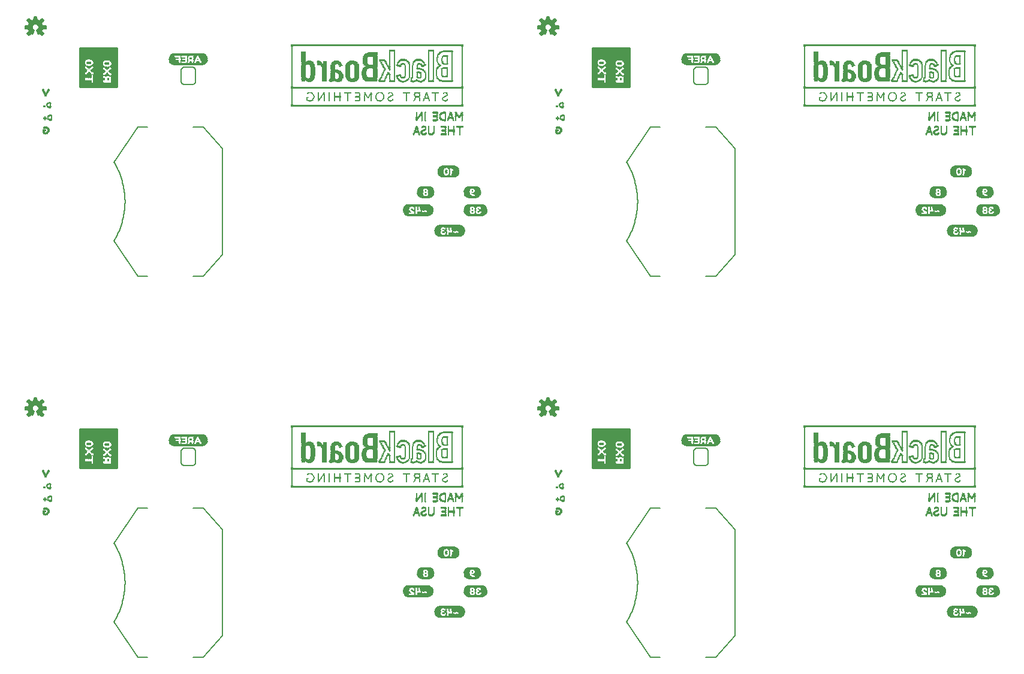
<source format=gbo>
G75*
%MOIN*%
%OFA0B0*%
%FSLAX25Y25*%
%IPPOS*%
%LPD*%
%AMOC8*
5,1,8,0,0,1.08239X$1,22.5*
%
%ADD10C,0.01500*%
%ADD11C,0.00591*%
%ADD12R,0.95669X0.00236*%
%ADD13R,0.01181X0.00236*%
%ADD14R,0.00945X0.00236*%
%ADD15R,0.03307X0.00236*%
%ADD16R,0.05433X0.00236*%
%ADD17R,0.06614X0.00236*%
%ADD18R,0.07087X0.00236*%
%ADD19R,0.00709X0.00236*%
%ADD20R,0.02362X0.00236*%
%ADD21R,0.07559X0.00236*%
%ADD22R,0.01890X0.00236*%
%ADD23R,0.05197X0.00236*%
%ADD24R,0.01417X0.00236*%
%ADD25R,0.05906X0.00236*%
%ADD26R,0.06850X0.00236*%
%ADD27R,0.07323X0.00236*%
%ADD28R,0.02598X0.00236*%
%ADD29R,0.03071X0.00236*%
%ADD30R,0.07795X0.00236*%
%ADD31R,0.02835X0.00236*%
%ADD32R,0.03780X0.00236*%
%ADD33R,0.04724X0.00236*%
%ADD34R,0.04488X0.00236*%
%ADD35R,0.03543X0.00236*%
%ADD36R,0.01654X0.00236*%
%ADD37R,0.02126X0.00236*%
%ADD38R,0.04252X0.00236*%
%ADD39R,0.05669X0.00236*%
%ADD40R,0.06378X0.00236*%
%ADD41R,0.00472X0.00236*%
%ADD42R,0.08031X0.00236*%
%ADD43R,0.04016X0.00236*%
%ADD44R,0.06142X0.00236*%
%ADD45R,0.08504X0.00236*%
%ADD46R,0.08268X0.00236*%
%ADD47R,0.04961X0.00236*%
%ADD48R,0.00236X0.00079*%
%ADD49R,0.00079X0.00079*%
%ADD50R,0.01339X0.00079*%
%ADD51R,0.02441X0.00079*%
%ADD52R,0.00157X0.00079*%
%ADD53R,0.00472X0.00079*%
%ADD54R,0.00630X0.00079*%
%ADD55R,0.01890X0.00079*%
%ADD56R,0.02677X0.00079*%
%ADD57R,0.00551X0.00079*%
%ADD58R,0.00709X0.00079*%
%ADD59R,0.00787X0.00079*%
%ADD60R,0.02283X0.00079*%
%ADD61R,0.02913X0.00079*%
%ADD62R,0.00866X0.00079*%
%ADD63R,0.00945X0.00079*%
%ADD64R,0.02520X0.00079*%
%ADD65R,0.03071X0.00079*%
%ADD66R,0.01024X0.00079*%
%ADD67R,0.02598X0.00079*%
%ADD68R,0.03150X0.00079*%
%ADD69R,0.01102X0.00079*%
%ADD70R,0.02835X0.00079*%
%ADD71R,0.01181X0.00079*%
%ADD72R,0.02992X0.00079*%
%ADD73R,0.01260X0.00079*%
%ADD74R,0.01417X0.00079*%
%ADD75R,0.03228X0.00079*%
%ADD76R,0.01732X0.00079*%
%ADD77R,0.01496X0.00079*%
%ADD78R,0.01575X0.00079*%
%ADD79R,0.01654X0.00079*%
%ADD80R,0.01811X0.00079*%
%ADD81R,0.01969X0.00079*%
%ADD82R,0.02047X0.00079*%
%ADD83R,0.02126X0.00079*%
%ADD84R,0.02205X0.00079*%
%ADD85R,0.02756X0.00079*%
%ADD86R,0.03386X0.00079*%
%ADD87R,0.00394X0.00079*%
%ADD88R,0.03465X0.00079*%
%ADD89R,0.03780X0.00079*%
%ADD90R,0.00315X0.00079*%
%ADD91R,0.03937X0.00079*%
%ADD92R,0.04016X0.00079*%
%ADD93R,0.04094X0.00079*%
%ADD94R,0.04173X0.00079*%
%ADD95R,0.02362X0.00079*%
%ADD96R,0.01102X0.00157*%
%ADD97R,0.01890X0.00157*%
%ADD98R,0.02520X0.00157*%
%ADD99R,0.02835X0.00157*%
%ADD100R,0.02992X0.00157*%
%ADD101R,0.03150X0.00157*%
%ADD102R,0.03307X0.00157*%
%ADD103R,0.01417X0.00157*%
%ADD104R,0.00787X0.00157*%
%ADD105R,0.01260X0.00157*%
%ADD106R,0.00157X0.00157*%
%ADD107R,0.01575X0.00157*%
%ADD108R,0.00945X0.00157*%
%ADD109R,0.01732X0.00157*%
%ADD110R,0.02677X0.00157*%
%ADD111R,0.02362X0.00157*%
%ADD112R,0.00315X0.00157*%
%ADD113R,0.02205X0.00157*%
%ADD114R,0.02047X0.00157*%
%ADD115R,0.00630X0.00157*%
%ADD116R,0.01063X0.00118*%
%ADD117R,0.01772X0.00157*%
%ADD118R,0.02008X0.00118*%
%ADD119R,0.02126X0.00118*%
%ADD120R,0.02244X0.00118*%
%ADD121R,0.02480X0.00118*%
%ADD122R,0.00709X0.00118*%
%ADD123R,0.00945X0.00118*%
%ADD124R,0.00236X0.00118*%
%ADD125R,0.00709X0.00157*%
%ADD126R,0.00827X0.00157*%
%ADD127R,0.00591X0.00157*%
%ADD128R,0.00827X0.00118*%
%ADD129R,0.01772X0.00118*%
%ADD130R,0.02008X0.00157*%
%ADD131R,0.01890X0.00118*%
%ADD132R,0.02362X0.00118*%
%ADD133R,0.00591X0.00118*%
%ADD134R,0.00472X0.00157*%
%ADD135R,0.01654X0.00118*%
%ADD136R,0.01654X0.00157*%
%ADD137R,0.02480X0.00157*%
%ADD138R,0.02598X0.00118*%
%ADD139R,0.01181X0.00118*%
%ADD140R,0.01417X0.00118*%
%ADD141R,0.01535X0.00157*%
%ADD142R,0.01535X0.00118*%
%ADD143C,0.00800*%
%ADD144R,0.01575X0.00394*%
%ADD145R,0.00394X0.00394*%
%ADD146R,0.02362X0.00394*%
%ADD147R,0.01969X0.00394*%
%ADD148R,0.00787X0.00394*%
%ADD149R,0.02756X0.00394*%
%ADD150R,0.03150X0.00394*%
%ADD151R,0.03543X0.00394*%
%ADD152R,0.03937X0.00394*%
%ADD153R,0.04331X0.00394*%
%ADD154R,0.04724X0.00394*%
%ADD155R,0.05512X0.00394*%
%ADD156R,0.05118X0.00394*%
%ADD157R,0.05906X0.00394*%
%ADD158R,0.06299X0.00394*%
%ADD159R,0.10630X0.00394*%
%ADD160R,0.07087X0.00394*%
%ADD161R,0.11024X0.00394*%
%ADD162R,0.07480X0.00394*%
%ADD163R,0.08268X0.00394*%
%ADD164R,0.09055X0.00394*%
%ADD165R,0.06693X0.00394*%
%ADD166R,0.09843X0.00394*%
%ADD167R,0.01181X0.00394*%
%ADD168R,0.12126X0.00157*%
%ADD169R,0.13071X0.00157*%
%ADD170R,0.13701X0.00157*%
%ADD171R,0.14331X0.00157*%
%ADD172R,0.14646X0.00157*%
%ADD173R,0.14961X0.00157*%
%ADD174R,0.15276X0.00157*%
%ADD175R,0.07087X0.00157*%
%ADD176R,0.03622X0.00157*%
%ADD177R,0.03937X0.00157*%
%ADD178R,0.03780X0.00157*%
%ADD179R,0.06929X0.00157*%
%ADD180R,0.03465X0.00157*%
%ADD181R,0.07244X0.00157*%
%ADD182R,0.04409X0.00157*%
%ADD183R,0.04252X0.00157*%
%ADD184R,0.04567X0.00157*%
%ADD185R,0.08819X0.00157*%
%ADD186R,0.08661X0.00157*%
%ADD187R,0.08504X0.00157*%
%ADD188R,0.04882X0.00157*%
%ADD189R,0.05827X0.00157*%
%ADD190R,0.06457X0.00157*%
%ADD191R,0.07402X0.00157*%
%ADD192R,0.07717X0.00157*%
%ADD193R,0.08031X0.00157*%
%ADD194R,0.04094X0.00157*%
%ADD195R,0.05197X0.00157*%
%ADD196R,0.05039X0.00157*%
%ADD197R,0.08346X0.00157*%
%ADD198R,0.08976X0.00157*%
%ADD199R,0.09606X0.00157*%
%ADD200R,0.09921X0.00157*%
%ADD201R,0.10236X0.00157*%
%ADD202R,0.10551X0.00157*%
%ADD203R,0.06299X0.00157*%
%ADD204R,0.09291X0.00157*%
%ADD205R,0.10866X0.00157*%
%ADD206R,0.11181X0.00157*%
%ADD207R,0.11496X0.00157*%
%ADD208R,0.00157X0.16142*%
%ADD209R,0.00197X0.16142*%
%ADD210R,0.00197X0.06220*%
%ADD211R,0.00197X0.02835*%
%ADD212R,0.00197X0.02165*%
%ADD213R,0.00197X0.03189*%
%ADD214R,0.00157X0.02165*%
%ADD215R,0.00157X0.01417*%
%ADD216R,0.00157X0.02480*%
%ADD217R,0.00157X0.02835*%
%ADD218R,0.00197X0.01969*%
%ADD219R,0.00197X0.00906*%
%ADD220R,0.00197X0.02126*%
%ADD221R,0.00197X0.01063*%
%ADD222R,0.00197X0.02677*%
%ADD223R,0.00157X0.01969*%
%ADD224R,0.00157X0.00709*%
%ADD225R,0.00157X0.01772*%
%ADD226R,0.00197X0.00551*%
%ADD227R,0.00197X0.01378*%
%ADD228R,0.00197X0.02323*%
%ADD229R,0.00157X0.01063*%
%ADD230R,0.00157X0.00906*%
%ADD231R,0.00157X0.02126*%
%ADD232R,0.00197X0.00709*%
%ADD233R,0.00157X0.00551*%
%ADD234R,0.00157X0.00866*%
%ADD235R,0.00197X0.01220*%
%ADD236R,0.00197X0.00354*%
%ADD237R,0.00157X0.01220*%
%ADD238R,0.00157X0.01260*%
%ADD239R,0.00197X0.01260*%
%ADD240R,0.00197X0.01417*%
%ADD241R,0.00197X0.01772*%
%ADD242R,0.00197X0.01575*%
%ADD243R,0.00157X0.01575*%
%ADD244R,0.00157X0.01102*%
%ADD245R,0.00157X0.00354*%
%ADD246R,0.00197X0.00748*%
%ADD247R,0.00197X0.00669*%
%ADD248R,0.00157X0.00512*%
%ADD249R,0.00197X0.00512*%
%ADD250R,0.00157X0.00197*%
%ADD251R,0.00157X0.02323*%
%ADD252R,0.00197X0.00197*%
%ADD253R,0.00197X0.02480*%
%ADD254R,0.00157X0.02283*%
%ADD255R,0.00157X0.02677*%
%ADD256R,0.00157X0.16811*%
%ADD257R,0.00197X0.16811*%
%ADD258R,0.00197X0.06890*%
%ADD259R,0.00197X0.03346*%
%ADD260R,0.00157X0.01929*%
%ADD261R,0.00157X0.02441*%
%ADD262R,0.00157X0.01457*%
%ADD263R,0.00197X0.01929*%
%ADD264R,0.00197X0.02638*%
%ADD265R,0.00157X0.00669*%
%ADD266R,0.00197X0.02283*%
%ADD267R,0.00197X0.03543*%
%ADD268R,0.00157X0.03543*%
%ADD269R,0.00197X0.00315*%
%ADD270R,0.00197X0.03031*%
%ADD271R,0.00157X0.03189*%
%ADD272R,0.00197X0.01614*%
%ADD273R,0.00157X0.03346*%
%ADD274R,0.00157X0.00315*%
%ADD275R,0.00197X0.00866*%
%ADD276R,0.00157X0.02638*%
%ADD277R,0.00197X0.03701*%
%ADD278R,0.00197X0.02441*%
%ADD279R,0.00197X0.02992*%
%ADD280R,0.16850X0.00157*%
%ADD281R,0.17795X0.00157*%
%ADD282R,0.18425X0.00157*%
%ADD283R,0.19055X0.00157*%
%ADD284R,0.19370X0.00157*%
%ADD285R,0.19685X0.00157*%
%ADD286R,0.20000X0.00157*%
%ADD287R,0.20315X0.00157*%
%ADD288R,0.05354X0.00157*%
%ADD289R,0.05512X0.00157*%
D10*
X0138933Y0277933D02*
X0138933Y0278933D01*
X0158933Y0278933D01*
X0158933Y0277933D01*
X0138933Y0277933D01*
X0139933Y0277933D01*
X0139933Y0294433D01*
X0147433Y0294433D01*
X0147433Y0278433D01*
X0149933Y0278433D01*
X0149933Y0294433D01*
X0157933Y0294433D01*
X0157933Y0278433D01*
X0158933Y0278433D01*
X0158933Y0298933D01*
X0138933Y0298933D01*
X0138933Y0277933D01*
X0138933Y0278265D02*
X0158933Y0278265D01*
X0158933Y0279763D02*
X0157933Y0279763D01*
X0157933Y0281262D02*
X0158933Y0281262D01*
X0158933Y0282760D02*
X0157933Y0282760D01*
X0157933Y0284259D02*
X0158933Y0284259D01*
X0158933Y0285757D02*
X0157933Y0285757D01*
X0157933Y0287256D02*
X0158933Y0287256D01*
X0158933Y0288754D02*
X0157933Y0288754D01*
X0157933Y0290253D02*
X0158933Y0290253D01*
X0158933Y0291751D02*
X0157933Y0291751D01*
X0157933Y0293250D02*
X0158933Y0293250D01*
X0158933Y0294748D02*
X0138933Y0294748D01*
X0138933Y0293250D02*
X0139933Y0293250D01*
X0139933Y0291751D02*
X0138933Y0291751D01*
X0138933Y0290253D02*
X0139933Y0290253D01*
X0139933Y0288754D02*
X0138933Y0288754D01*
X0138933Y0287256D02*
X0139933Y0287256D01*
X0139933Y0285757D02*
X0138933Y0285757D01*
X0138933Y0284259D02*
X0139933Y0284259D01*
X0139933Y0282760D02*
X0138933Y0282760D01*
X0138933Y0281262D02*
X0139933Y0281262D01*
X0139933Y0279763D02*
X0138933Y0279763D01*
X0138933Y0278265D02*
X0139933Y0278265D01*
X0147433Y0279763D02*
X0149933Y0279763D01*
X0149933Y0281262D02*
X0147433Y0281262D01*
X0147433Y0282760D02*
X0149933Y0282760D01*
X0149933Y0284259D02*
X0147433Y0284259D01*
X0147433Y0285757D02*
X0149933Y0285757D01*
X0149933Y0287256D02*
X0147433Y0287256D01*
X0147433Y0288754D02*
X0149933Y0288754D01*
X0149933Y0290253D02*
X0147433Y0290253D01*
X0147433Y0291751D02*
X0149933Y0291751D01*
X0149933Y0293250D02*
X0147433Y0293250D01*
X0138933Y0296247D02*
X0158933Y0296247D01*
X0158933Y0297745D02*
X0138933Y0297745D01*
X0138933Y0489933D02*
X0138933Y0490933D01*
X0158933Y0490933D01*
X0158933Y0489933D01*
X0138933Y0489933D01*
X0139933Y0489933D01*
X0139933Y0506433D01*
X0147433Y0506433D01*
X0147433Y0490433D01*
X0149933Y0490433D01*
X0149933Y0506433D01*
X0157933Y0506433D01*
X0157933Y0490433D01*
X0158933Y0490433D01*
X0158933Y0510933D01*
X0138933Y0510933D01*
X0138933Y0489933D01*
X0138933Y0491053D02*
X0139933Y0491053D01*
X0139933Y0492552D02*
X0138933Y0492552D01*
X0138933Y0494050D02*
X0139933Y0494050D01*
X0139933Y0495549D02*
X0138933Y0495549D01*
X0138933Y0497048D02*
X0139933Y0497048D01*
X0139933Y0498546D02*
X0138933Y0498546D01*
X0138933Y0500045D02*
X0139933Y0500045D01*
X0139933Y0501543D02*
X0138933Y0501543D01*
X0138933Y0503042D02*
X0139933Y0503042D01*
X0139933Y0504540D02*
X0138933Y0504540D01*
X0138933Y0506039D02*
X0139933Y0506039D01*
X0138933Y0507537D02*
X0158933Y0507537D01*
X0158933Y0506039D02*
X0157933Y0506039D01*
X0157933Y0504540D02*
X0158933Y0504540D01*
X0158933Y0503042D02*
X0157933Y0503042D01*
X0157933Y0501543D02*
X0158933Y0501543D01*
X0158933Y0500045D02*
X0157933Y0500045D01*
X0157933Y0498546D02*
X0158933Y0498546D01*
X0158933Y0497048D02*
X0157933Y0497048D01*
X0157933Y0495549D02*
X0158933Y0495549D01*
X0158933Y0494050D02*
X0157933Y0494050D01*
X0157933Y0492552D02*
X0158933Y0492552D01*
X0158933Y0491053D02*
X0157933Y0491053D01*
X0149933Y0491053D02*
X0147433Y0491053D01*
X0147433Y0492552D02*
X0149933Y0492552D01*
X0149933Y0494050D02*
X0147433Y0494050D01*
X0147433Y0495549D02*
X0149933Y0495549D01*
X0149933Y0497048D02*
X0147433Y0497048D01*
X0147433Y0498546D02*
X0149933Y0498546D01*
X0149933Y0500045D02*
X0147433Y0500045D01*
X0147433Y0501543D02*
X0149933Y0501543D01*
X0149933Y0503042D02*
X0147433Y0503042D01*
X0147433Y0504540D02*
X0149933Y0504540D01*
X0149933Y0506039D02*
X0147433Y0506039D01*
X0138933Y0509036D02*
X0158933Y0509036D01*
X0158933Y0510534D02*
X0138933Y0510534D01*
X0423933Y0510534D02*
X0443933Y0510534D01*
X0443933Y0510933D02*
X0443933Y0490433D01*
X0442933Y0490433D01*
X0442933Y0506433D01*
X0434933Y0506433D01*
X0434933Y0490433D01*
X0432433Y0490433D01*
X0432433Y0506433D01*
X0424933Y0506433D01*
X0424933Y0489933D01*
X0423933Y0489933D01*
X0423933Y0490933D01*
X0443933Y0490933D01*
X0443933Y0489933D01*
X0423933Y0489933D01*
X0423933Y0510933D01*
X0443933Y0510933D01*
X0443933Y0509036D02*
X0423933Y0509036D01*
X0423933Y0507537D02*
X0443933Y0507537D01*
X0443933Y0506039D02*
X0442933Y0506039D01*
X0442933Y0504540D02*
X0443933Y0504540D01*
X0443933Y0503042D02*
X0442933Y0503042D01*
X0442933Y0501543D02*
X0443933Y0501543D01*
X0443933Y0500045D02*
X0442933Y0500045D01*
X0442933Y0498546D02*
X0443933Y0498546D01*
X0443933Y0497048D02*
X0442933Y0497048D01*
X0442933Y0495549D02*
X0443933Y0495549D01*
X0443933Y0494050D02*
X0442933Y0494050D01*
X0442933Y0492552D02*
X0443933Y0492552D01*
X0443933Y0491053D02*
X0442933Y0491053D01*
X0434933Y0491053D02*
X0432433Y0491053D01*
X0432433Y0492552D02*
X0434933Y0492552D01*
X0434933Y0494050D02*
X0432433Y0494050D01*
X0432433Y0495549D02*
X0434933Y0495549D01*
X0434933Y0497048D02*
X0432433Y0497048D01*
X0432433Y0498546D02*
X0434933Y0498546D01*
X0434933Y0500045D02*
X0432433Y0500045D01*
X0432433Y0501543D02*
X0434933Y0501543D01*
X0434933Y0503042D02*
X0432433Y0503042D01*
X0432433Y0504540D02*
X0434933Y0504540D01*
X0434933Y0506039D02*
X0432433Y0506039D01*
X0424933Y0506039D02*
X0423933Y0506039D01*
X0423933Y0504540D02*
X0424933Y0504540D01*
X0424933Y0503042D02*
X0423933Y0503042D01*
X0423933Y0501543D02*
X0424933Y0501543D01*
X0424933Y0500045D02*
X0423933Y0500045D01*
X0423933Y0498546D02*
X0424933Y0498546D01*
X0424933Y0497048D02*
X0423933Y0497048D01*
X0423933Y0495549D02*
X0424933Y0495549D01*
X0424933Y0494050D02*
X0423933Y0494050D01*
X0423933Y0492552D02*
X0424933Y0492552D01*
X0424933Y0491053D02*
X0423933Y0491053D01*
X0423933Y0298933D02*
X0423933Y0277933D01*
X0423933Y0278933D01*
X0443933Y0278933D01*
X0443933Y0277933D01*
X0423933Y0277933D01*
X0424933Y0277933D01*
X0424933Y0294433D01*
X0432433Y0294433D01*
X0432433Y0278433D01*
X0434933Y0278433D01*
X0434933Y0294433D01*
X0442933Y0294433D01*
X0442933Y0278433D01*
X0443933Y0278433D01*
X0443933Y0298933D01*
X0423933Y0298933D01*
X0423933Y0297745D02*
X0443933Y0297745D01*
X0443933Y0296247D02*
X0423933Y0296247D01*
X0423933Y0294748D02*
X0443933Y0294748D01*
X0443933Y0293250D02*
X0442933Y0293250D01*
X0442933Y0291751D02*
X0443933Y0291751D01*
X0443933Y0290253D02*
X0442933Y0290253D01*
X0442933Y0288754D02*
X0443933Y0288754D01*
X0443933Y0287256D02*
X0442933Y0287256D01*
X0442933Y0285757D02*
X0443933Y0285757D01*
X0443933Y0284259D02*
X0442933Y0284259D01*
X0442933Y0282760D02*
X0443933Y0282760D01*
X0443933Y0281262D02*
X0442933Y0281262D01*
X0442933Y0279763D02*
X0443933Y0279763D01*
X0443933Y0278265D02*
X0423933Y0278265D01*
X0424933Y0278265D01*
X0424933Y0279763D02*
X0423933Y0279763D01*
X0423933Y0281262D02*
X0424933Y0281262D01*
X0424933Y0282760D02*
X0423933Y0282760D01*
X0423933Y0284259D02*
X0424933Y0284259D01*
X0424933Y0285757D02*
X0423933Y0285757D01*
X0423933Y0287256D02*
X0424933Y0287256D01*
X0424933Y0288754D02*
X0423933Y0288754D01*
X0423933Y0290253D02*
X0424933Y0290253D01*
X0424933Y0291751D02*
X0423933Y0291751D01*
X0423933Y0293250D02*
X0424933Y0293250D01*
X0432433Y0293250D02*
X0434933Y0293250D01*
X0434933Y0291751D02*
X0432433Y0291751D01*
X0432433Y0290253D02*
X0434933Y0290253D01*
X0434933Y0288754D02*
X0432433Y0288754D01*
X0432433Y0287256D02*
X0434933Y0287256D01*
X0434933Y0285757D02*
X0432433Y0285757D01*
X0432433Y0284259D02*
X0434933Y0284259D01*
X0434933Y0282760D02*
X0432433Y0282760D01*
X0432433Y0281262D02*
X0434933Y0281262D01*
X0434933Y0279763D02*
X0432433Y0279763D01*
D11*
X0403587Y0307297D02*
X0402569Y0306280D01*
X0401085Y0307490D01*
X0400487Y0307182D01*
X0399639Y0309228D01*
X0400018Y0309440D01*
X0400337Y0309734D01*
X0400578Y0310095D01*
X0400728Y0310502D01*
X0400779Y0310933D01*
X0400726Y0311372D01*
X0400570Y0311785D01*
X0400321Y0312150D01*
X0399992Y0312444D01*
X0399602Y0312653D01*
X0399174Y0312762D01*
X0398732Y0312767D01*
X0398302Y0312667D01*
X0397908Y0312467D01*
X0397573Y0312179D01*
X0397316Y0311820D01*
X0397151Y0311410D01*
X0397088Y0310973D01*
X0397132Y0310534D01*
X0397278Y0310117D01*
X0397520Y0309747D01*
X0397842Y0309445D01*
X0398227Y0309228D01*
X0397379Y0307182D01*
X0396781Y0307490D01*
X0395297Y0306280D01*
X0394280Y0307297D01*
X0395490Y0308781D01*
X0395182Y0309379D01*
X0394977Y0310020D01*
X0393072Y0310213D01*
X0393072Y0311653D01*
X0394977Y0311846D01*
X0395182Y0312487D01*
X0395490Y0313085D01*
X0394280Y0314569D01*
X0395297Y0315587D01*
X0396781Y0314376D01*
X0397379Y0314684D01*
X0398020Y0314889D01*
X0398213Y0316794D01*
X0399653Y0316794D01*
X0399846Y0314889D01*
X0400487Y0314684D01*
X0401085Y0314376D01*
X0402569Y0315587D01*
X0403587Y0314569D01*
X0402376Y0313085D01*
X0402684Y0312487D01*
X0402889Y0311846D01*
X0404794Y0311653D01*
X0404794Y0310213D01*
X0402889Y0310020D01*
X0402684Y0309379D01*
X0402376Y0308781D01*
X0403587Y0307297D01*
X0403464Y0307447D02*
X0401137Y0307447D01*
X0401002Y0307447D02*
X0400377Y0307447D01*
X0400133Y0308036D02*
X0402984Y0308036D01*
X0402504Y0308625D02*
X0399889Y0308625D01*
X0399645Y0309214D02*
X0402599Y0309214D01*
X0402820Y0309803D02*
X0400383Y0309803D01*
X0400687Y0310392D02*
X0404794Y0310392D01*
X0404794Y0310982D02*
X0400773Y0310982D01*
X0400651Y0311571D02*
X0404794Y0311571D01*
X0402789Y0312160D02*
X0400309Y0312160D01*
X0399227Y0312749D02*
X0402549Y0312749D01*
X0402583Y0313338D02*
X0395283Y0313338D01*
X0395317Y0312749D02*
X0398654Y0312749D01*
X0397559Y0312160D02*
X0395077Y0312160D01*
X0394803Y0313927D02*
X0403063Y0313927D01*
X0403543Y0314516D02*
X0401256Y0314516D01*
X0400814Y0314516D02*
X0397052Y0314516D01*
X0396610Y0314516D02*
X0394323Y0314516D01*
X0394816Y0315105D02*
X0395888Y0315105D01*
X0398042Y0315105D02*
X0399825Y0315105D01*
X0399765Y0315694D02*
X0398101Y0315694D01*
X0398161Y0316283D02*
X0399705Y0316283D01*
X0401978Y0315105D02*
X0403051Y0315105D01*
X0397215Y0311571D02*
X0393072Y0311571D01*
X0393072Y0310982D02*
X0397090Y0310982D01*
X0397181Y0310392D02*
X0393072Y0310392D01*
X0395046Y0309803D02*
X0397483Y0309803D01*
X0398221Y0309214D02*
X0395267Y0309214D01*
X0395362Y0308625D02*
X0397977Y0308625D01*
X0397733Y0308036D02*
X0394882Y0308036D01*
X0394402Y0307447D02*
X0396729Y0307447D01*
X0396864Y0307447D02*
X0397489Y0307447D01*
X0396007Y0306858D02*
X0394719Y0306858D01*
X0401859Y0306858D02*
X0403147Y0306858D01*
X0119794Y0310213D02*
X0117889Y0310020D01*
X0117684Y0309379D01*
X0117376Y0308781D01*
X0118587Y0307297D01*
X0117569Y0306280D01*
X0116085Y0307490D01*
X0115487Y0307182D01*
X0114639Y0309228D01*
X0115018Y0309440D01*
X0115337Y0309734D01*
X0115578Y0310095D01*
X0115728Y0310502D01*
X0115779Y0310933D01*
X0115726Y0311372D01*
X0115570Y0311785D01*
X0115321Y0312150D01*
X0114992Y0312444D01*
X0114602Y0312653D01*
X0114174Y0312762D01*
X0113732Y0312767D01*
X0113302Y0312667D01*
X0112908Y0312467D01*
X0112573Y0312179D01*
X0112316Y0311820D01*
X0112151Y0311410D01*
X0112088Y0310973D01*
X0112132Y0310534D01*
X0112278Y0310117D01*
X0112520Y0309747D01*
X0112842Y0309445D01*
X0113227Y0309228D01*
X0112379Y0307182D01*
X0111781Y0307490D01*
X0110297Y0306280D01*
X0109280Y0307297D01*
X0110490Y0308781D01*
X0110182Y0309379D01*
X0109977Y0310020D01*
X0108072Y0310213D01*
X0108072Y0311653D01*
X0109977Y0311846D01*
X0110182Y0312487D01*
X0110490Y0313085D01*
X0109280Y0314569D01*
X0110297Y0315587D01*
X0111781Y0314376D01*
X0112379Y0314684D01*
X0113020Y0314889D01*
X0113213Y0316794D01*
X0114653Y0316794D01*
X0114846Y0314889D01*
X0115487Y0314684D01*
X0116085Y0314376D01*
X0117569Y0315587D01*
X0118587Y0314569D01*
X0117376Y0313085D01*
X0117684Y0312487D01*
X0117889Y0311846D01*
X0119794Y0311653D01*
X0119794Y0310213D01*
X0119794Y0310392D02*
X0115687Y0310392D01*
X0115773Y0310982D02*
X0119794Y0310982D01*
X0119794Y0311571D02*
X0115651Y0311571D01*
X0115309Y0312160D02*
X0117789Y0312160D01*
X0117549Y0312749D02*
X0114227Y0312749D01*
X0113654Y0312749D02*
X0110317Y0312749D01*
X0110283Y0313338D02*
X0117583Y0313338D01*
X0118063Y0313927D02*
X0109803Y0313927D01*
X0109323Y0314516D02*
X0111610Y0314516D01*
X0112052Y0314516D02*
X0115814Y0314516D01*
X0116256Y0314516D02*
X0118543Y0314516D01*
X0118051Y0315105D02*
X0116978Y0315105D01*
X0114825Y0315105D02*
X0113042Y0315105D01*
X0113101Y0315694D02*
X0114765Y0315694D01*
X0114705Y0316283D02*
X0113161Y0316283D01*
X0110888Y0315105D02*
X0109816Y0315105D01*
X0110077Y0312160D02*
X0112559Y0312160D01*
X0112215Y0311571D02*
X0108072Y0311571D01*
X0108072Y0310982D02*
X0112090Y0310982D01*
X0112181Y0310392D02*
X0108072Y0310392D01*
X0110046Y0309803D02*
X0112483Y0309803D01*
X0113221Y0309214D02*
X0110267Y0309214D01*
X0110362Y0308625D02*
X0112977Y0308625D01*
X0112733Y0308036D02*
X0109882Y0308036D01*
X0109402Y0307447D02*
X0111729Y0307447D01*
X0111864Y0307447D02*
X0112489Y0307447D01*
X0111007Y0306858D02*
X0109719Y0306858D01*
X0114645Y0309214D02*
X0117599Y0309214D01*
X0117504Y0308625D02*
X0114889Y0308625D01*
X0115133Y0308036D02*
X0117984Y0308036D01*
X0118464Y0307447D02*
X0116137Y0307447D01*
X0116002Y0307447D02*
X0115377Y0307447D01*
X0116859Y0306858D02*
X0118147Y0306858D01*
X0117820Y0309803D02*
X0115383Y0309803D01*
X0117569Y0518280D02*
X0116085Y0519490D01*
X0115487Y0519182D01*
X0114639Y0521228D01*
X0115018Y0521440D01*
X0115337Y0521734D01*
X0115578Y0522095D01*
X0115728Y0522502D01*
X0115779Y0522933D01*
X0115726Y0523372D01*
X0115570Y0523785D01*
X0115321Y0524150D01*
X0114992Y0524444D01*
X0114602Y0524653D01*
X0114174Y0524762D01*
X0113732Y0524767D01*
X0113302Y0524667D01*
X0112908Y0524467D01*
X0112573Y0524179D01*
X0112316Y0523820D01*
X0112151Y0523410D01*
X0112088Y0522973D01*
X0112132Y0522534D01*
X0112278Y0522117D01*
X0112520Y0521747D01*
X0112842Y0521445D01*
X0113227Y0521228D01*
X0112379Y0519182D01*
X0111781Y0519490D01*
X0110297Y0518280D01*
X0109280Y0519297D01*
X0110490Y0520781D01*
X0110182Y0521379D01*
X0109977Y0522020D01*
X0108072Y0522213D01*
X0108072Y0523653D01*
X0109977Y0523846D01*
X0110182Y0524487D01*
X0110490Y0525085D01*
X0109280Y0526569D01*
X0110297Y0527587D01*
X0111781Y0526376D01*
X0112379Y0526684D01*
X0113020Y0526889D01*
X0113213Y0528794D01*
X0114653Y0528794D01*
X0114846Y0526889D01*
X0115487Y0526684D01*
X0116085Y0526376D01*
X0117569Y0527587D01*
X0118587Y0526569D01*
X0117376Y0525085D01*
X0117684Y0524487D01*
X0117889Y0523846D01*
X0119794Y0523653D01*
X0119794Y0522213D01*
X0117889Y0522020D01*
X0117684Y0521379D01*
X0117376Y0520781D01*
X0118587Y0519297D01*
X0117569Y0518280D01*
X0117621Y0518332D02*
X0117505Y0518332D01*
X0118210Y0518921D02*
X0116783Y0518921D01*
X0115351Y0519510D02*
X0118413Y0519510D01*
X0117933Y0520099D02*
X0115107Y0520099D01*
X0114863Y0520688D02*
X0117453Y0520688D01*
X0117632Y0521277D02*
X0114727Y0521277D01*
X0115424Y0521866D02*
X0117840Y0521866D01*
X0119794Y0522455D02*
X0115710Y0522455D01*
X0115765Y0523044D02*
X0119794Y0523044D01*
X0119794Y0523633D02*
X0115627Y0523633D01*
X0115240Y0524222D02*
X0117769Y0524222D01*
X0117517Y0524811D02*
X0110349Y0524811D01*
X0110232Y0525400D02*
X0117634Y0525400D01*
X0118114Y0525989D02*
X0109752Y0525989D01*
X0109289Y0526578D02*
X0111534Y0526578D01*
X0112174Y0526578D02*
X0115692Y0526578D01*
X0116332Y0526578D02*
X0118577Y0526578D01*
X0117988Y0527167D02*
X0117055Y0527167D01*
X0114818Y0527167D02*
X0113048Y0527167D01*
X0113108Y0527757D02*
X0114758Y0527757D01*
X0114698Y0528346D02*
X0113168Y0528346D01*
X0110811Y0527167D02*
X0109878Y0527167D01*
X0110097Y0524222D02*
X0112623Y0524222D01*
X0112240Y0523633D02*
X0108072Y0523633D01*
X0108072Y0523044D02*
X0112099Y0523044D01*
X0112159Y0522455D02*
X0108072Y0522455D01*
X0110026Y0521866D02*
X0112442Y0521866D01*
X0113140Y0521277D02*
X0110235Y0521277D01*
X0110413Y0520688D02*
X0113003Y0520688D01*
X0112759Y0520099D02*
X0109933Y0520099D01*
X0109453Y0519510D02*
X0112515Y0519510D01*
X0111083Y0518921D02*
X0109656Y0518921D01*
X0110245Y0518332D02*
X0110361Y0518332D01*
X0393072Y0522213D02*
X0393072Y0523653D01*
X0394977Y0523846D01*
X0395182Y0524487D01*
X0395490Y0525085D01*
X0394280Y0526569D01*
X0395297Y0527587D01*
X0396781Y0526376D01*
X0397379Y0526684D01*
X0398020Y0526889D01*
X0398213Y0528794D01*
X0399653Y0528794D01*
X0399846Y0526889D01*
X0400487Y0526684D01*
X0401085Y0526376D01*
X0402569Y0527587D01*
X0403587Y0526569D01*
X0402376Y0525085D01*
X0402684Y0524487D01*
X0402889Y0523846D01*
X0404794Y0523653D01*
X0404794Y0522213D01*
X0402889Y0522020D01*
X0402684Y0521379D01*
X0402376Y0520781D01*
X0403587Y0519297D01*
X0402569Y0518280D01*
X0401085Y0519490D01*
X0400487Y0519182D01*
X0399639Y0521228D01*
X0400018Y0521440D01*
X0400337Y0521734D01*
X0400578Y0522095D01*
X0400728Y0522502D01*
X0400779Y0522933D01*
X0400726Y0523372D01*
X0400570Y0523785D01*
X0400321Y0524150D01*
X0399992Y0524444D01*
X0399602Y0524653D01*
X0399174Y0524762D01*
X0398732Y0524767D01*
X0398302Y0524667D01*
X0397908Y0524467D01*
X0397573Y0524179D01*
X0397316Y0523820D01*
X0397151Y0523410D01*
X0397088Y0522973D01*
X0397132Y0522534D01*
X0397278Y0522117D01*
X0397520Y0521747D01*
X0397842Y0521445D01*
X0398227Y0521228D01*
X0397379Y0519182D01*
X0396781Y0519490D01*
X0395297Y0518280D01*
X0394280Y0519297D01*
X0395490Y0520781D01*
X0395182Y0521379D01*
X0394977Y0522020D01*
X0393072Y0522213D01*
X0393072Y0522455D02*
X0397159Y0522455D01*
X0397099Y0523044D02*
X0393072Y0523044D01*
X0393072Y0523633D02*
X0397240Y0523633D01*
X0397623Y0524222D02*
X0395097Y0524222D01*
X0395349Y0524811D02*
X0402517Y0524811D01*
X0402634Y0525400D02*
X0395232Y0525400D01*
X0394752Y0525989D02*
X0403114Y0525989D01*
X0403577Y0526578D02*
X0401332Y0526578D01*
X0400692Y0526578D02*
X0397174Y0526578D01*
X0396534Y0526578D02*
X0394289Y0526578D01*
X0394878Y0527167D02*
X0395811Y0527167D01*
X0398048Y0527167D02*
X0399818Y0527167D01*
X0399758Y0527757D02*
X0398108Y0527757D01*
X0398168Y0528346D02*
X0399698Y0528346D01*
X0402055Y0527167D02*
X0402988Y0527167D01*
X0402769Y0524222D02*
X0400240Y0524222D01*
X0400627Y0523633D02*
X0404794Y0523633D01*
X0404794Y0523044D02*
X0400765Y0523044D01*
X0400710Y0522455D02*
X0404794Y0522455D01*
X0402840Y0521866D02*
X0400424Y0521866D01*
X0399727Y0521277D02*
X0402632Y0521277D01*
X0402453Y0520688D02*
X0399863Y0520688D01*
X0400107Y0520099D02*
X0402933Y0520099D01*
X0403413Y0519510D02*
X0400351Y0519510D01*
X0401783Y0518921D02*
X0403210Y0518921D01*
X0402621Y0518332D02*
X0402505Y0518332D01*
X0397759Y0520099D02*
X0394933Y0520099D01*
X0395413Y0520688D02*
X0398003Y0520688D01*
X0398140Y0521277D02*
X0395235Y0521277D01*
X0395026Y0521866D02*
X0397442Y0521866D01*
X0397515Y0519510D02*
X0394453Y0519510D01*
X0394656Y0518921D02*
X0396083Y0518921D01*
X0395361Y0518332D02*
X0395245Y0518332D01*
D12*
X0303933Y0513177D03*
X0303933Y0512941D03*
X0303933Y0512705D03*
X0303933Y0512469D03*
X0303933Y0489555D03*
X0303933Y0489319D03*
X0303933Y0489083D03*
X0303933Y0488846D03*
X0303933Y0479398D03*
X0303933Y0479161D03*
X0303933Y0478925D03*
X0303933Y0478689D03*
X0303933Y0301177D03*
X0303933Y0300941D03*
X0303933Y0300705D03*
X0303933Y0300469D03*
X0303933Y0277555D03*
X0303933Y0277319D03*
X0303933Y0277083D03*
X0303933Y0276846D03*
X0303933Y0267398D03*
X0303933Y0267161D03*
X0303933Y0266925D03*
X0303933Y0266689D03*
X0588933Y0266689D03*
X0588933Y0266925D03*
X0588933Y0267161D03*
X0588933Y0267398D03*
X0588933Y0276846D03*
X0588933Y0277083D03*
X0588933Y0277319D03*
X0588933Y0277555D03*
X0588933Y0300469D03*
X0588933Y0300705D03*
X0588933Y0300941D03*
X0588933Y0301177D03*
X0588933Y0478689D03*
X0588933Y0478925D03*
X0588933Y0479161D03*
X0588933Y0479398D03*
X0588933Y0488846D03*
X0588933Y0489083D03*
X0588933Y0489319D03*
X0588933Y0489555D03*
X0588933Y0512469D03*
X0588933Y0512705D03*
X0588933Y0512941D03*
X0588933Y0513177D03*
D13*
X0593421Y0503728D03*
X0593657Y0503256D03*
X0593894Y0502783D03*
X0594602Y0501602D03*
X0592713Y0500421D03*
X0592949Y0499949D03*
X0593185Y0499476D03*
X0592949Y0498768D03*
X0592004Y0496642D03*
X0591768Y0496169D03*
X0591059Y0494752D03*
X0590823Y0494280D03*
X0590587Y0493807D03*
X0590350Y0493335D03*
X0593657Y0494516D03*
X0593894Y0494988D03*
X0595075Y0497350D03*
X0595783Y0499476D03*
X0592240Y0501130D03*
X0592004Y0501602D03*
X0591768Y0502075D03*
X0591295Y0502783D03*
X0591059Y0503256D03*
X0600035Y0501839D03*
X0600508Y0503020D03*
X0600744Y0503492D03*
X0602161Y0501839D03*
X0603106Y0502783D03*
X0605941Y0503492D03*
X0606177Y0503256D03*
X0606413Y0503020D03*
X0606650Y0502547D03*
X0609248Y0503256D03*
X0609484Y0503492D03*
X0612319Y0502783D03*
X0614681Y0503256D03*
X0614917Y0503020D03*
X0615390Y0502075D03*
X0615390Y0501839D03*
X0615154Y0498295D03*
X0615390Y0497823D03*
X0613028Y0497114D03*
X0611374Y0494988D03*
X0608067Y0493098D03*
X0606177Y0493807D03*
X0605941Y0493571D03*
X0604051Y0495224D03*
X0602161Y0495224D03*
X0600744Y0493807D03*
X0600508Y0494043D03*
X0600272Y0494516D03*
X0600035Y0495224D03*
X0600980Y0493571D03*
X0601217Y0493335D03*
X0596965Y0484594D03*
X0585390Y0485539D03*
X0585390Y0485776D03*
X0583736Y0483886D03*
X0582319Y0485303D03*
X0582319Y0485539D03*
X0563185Y0492390D03*
X0568382Y0501130D03*
X0559169Y0485776D03*
X0556571Y0482705D03*
X0556571Y0482469D03*
X0552791Y0482232D03*
X0550429Y0486012D03*
X0541689Y0489791D03*
X0541689Y0479634D03*
X0541689Y0512232D03*
X0614917Y0493335D03*
X0615154Y0493571D03*
X0615390Y0493807D03*
X0622476Y0494516D03*
X0622713Y0494043D03*
X0627673Y0495697D03*
X0622240Y0499713D03*
X0622476Y0500185D03*
X0622713Y0500421D03*
X0622949Y0500657D03*
X0623185Y0502075D03*
X0625311Y0503020D03*
X0625075Y0503728D03*
X0622476Y0506091D03*
X0622949Y0507508D03*
X0623185Y0507744D03*
X0623185Y0507980D03*
X0636177Y0512232D03*
X0636177Y0489791D03*
X0636177Y0488610D03*
X0636177Y0479634D03*
X0627437Y0484594D03*
X0627437Y0486012D03*
X0626020Y0483886D03*
X0616335Y0485539D03*
X0616335Y0485776D03*
X0636177Y0300232D03*
X0623185Y0295980D03*
X0623185Y0295744D03*
X0622949Y0295508D03*
X0622476Y0294091D03*
X0625075Y0291728D03*
X0625311Y0291020D03*
X0623185Y0290075D03*
X0622949Y0288657D03*
X0622713Y0288421D03*
X0622476Y0288185D03*
X0622240Y0287713D03*
X0622476Y0282516D03*
X0622713Y0282043D03*
X0627673Y0283697D03*
X0615390Y0281807D03*
X0615154Y0281571D03*
X0614917Y0281335D03*
X0611374Y0282988D03*
X0613028Y0285114D03*
X0615154Y0286295D03*
X0615390Y0285823D03*
X0615390Y0289839D03*
X0615390Y0290075D03*
X0614917Y0291020D03*
X0614681Y0291256D03*
X0612319Y0290783D03*
X0609484Y0291492D03*
X0609248Y0291256D03*
X0606650Y0290547D03*
X0606413Y0291020D03*
X0606177Y0291256D03*
X0605941Y0291492D03*
X0603106Y0290783D03*
X0602161Y0289839D03*
X0600508Y0291020D03*
X0600744Y0291492D03*
X0600035Y0289839D03*
X0595783Y0287476D03*
X0595075Y0285350D03*
X0592949Y0286768D03*
X0593185Y0287476D03*
X0592949Y0287949D03*
X0592713Y0288421D03*
X0592240Y0289130D03*
X0592004Y0289602D03*
X0591768Y0290075D03*
X0591295Y0290783D03*
X0591059Y0291256D03*
X0593421Y0291728D03*
X0593657Y0291256D03*
X0593894Y0290783D03*
X0594602Y0289602D03*
X0592004Y0284642D03*
X0591768Y0284169D03*
X0591059Y0282752D03*
X0590823Y0282280D03*
X0590587Y0281807D03*
X0590350Y0281335D03*
X0593657Y0282516D03*
X0593894Y0282988D03*
X0600035Y0283224D03*
X0600272Y0282516D03*
X0600508Y0282043D03*
X0600744Y0281807D03*
X0600980Y0281571D03*
X0601217Y0281335D03*
X0602161Y0283224D03*
X0604051Y0283224D03*
X0605941Y0281571D03*
X0606177Y0281807D03*
X0608067Y0281098D03*
X0616335Y0273776D03*
X0616335Y0273539D03*
X0626020Y0271886D03*
X0627437Y0272594D03*
X0627437Y0274012D03*
X0636177Y0276610D03*
X0636177Y0277791D03*
X0636177Y0267634D03*
X0596965Y0272594D03*
X0585390Y0273539D03*
X0585390Y0273776D03*
X0583736Y0271886D03*
X0582319Y0273303D03*
X0582319Y0273539D03*
X0563185Y0280390D03*
X0568382Y0289130D03*
X0559169Y0273776D03*
X0556571Y0270705D03*
X0556571Y0270469D03*
X0552791Y0270232D03*
X0550429Y0274012D03*
X0541689Y0277791D03*
X0541689Y0267634D03*
X0541689Y0300232D03*
X0351177Y0300232D03*
X0338185Y0295980D03*
X0338185Y0295744D03*
X0337949Y0295508D03*
X0337476Y0294091D03*
X0340075Y0291728D03*
X0340311Y0291020D03*
X0338185Y0290075D03*
X0337949Y0288657D03*
X0337713Y0288421D03*
X0337476Y0288185D03*
X0337240Y0287713D03*
X0337476Y0282516D03*
X0337713Y0282043D03*
X0342673Y0283697D03*
X0351177Y0277791D03*
X0351177Y0276610D03*
X0342437Y0274012D03*
X0342437Y0272594D03*
X0341020Y0271886D03*
X0351177Y0267634D03*
X0331335Y0273539D03*
X0331335Y0273776D03*
X0329917Y0281335D03*
X0330154Y0281571D03*
X0330390Y0281807D03*
X0330390Y0285823D03*
X0330154Y0286295D03*
X0328028Y0285114D03*
X0326374Y0282988D03*
X0323067Y0281098D03*
X0321177Y0281807D03*
X0320941Y0281571D03*
X0319051Y0283224D03*
X0317161Y0283224D03*
X0315744Y0281807D03*
X0315508Y0282043D03*
X0315272Y0282516D03*
X0315035Y0283224D03*
X0315980Y0281571D03*
X0316217Y0281335D03*
X0310075Y0285350D03*
X0310783Y0287476D03*
X0309602Y0289602D03*
X0308894Y0290783D03*
X0308657Y0291256D03*
X0308421Y0291728D03*
X0306295Y0290783D03*
X0306059Y0291256D03*
X0306768Y0290075D03*
X0307004Y0289602D03*
X0307240Y0289130D03*
X0307713Y0288421D03*
X0307949Y0287949D03*
X0308185Y0287476D03*
X0307949Y0286768D03*
X0307004Y0284642D03*
X0306768Y0284169D03*
X0306059Y0282752D03*
X0305823Y0282280D03*
X0305587Y0281807D03*
X0305350Y0281335D03*
X0308657Y0282516D03*
X0308894Y0282988D03*
X0315035Y0289839D03*
X0315508Y0291020D03*
X0315744Y0291492D03*
X0317161Y0289839D03*
X0318106Y0290783D03*
X0320941Y0291492D03*
X0321177Y0291256D03*
X0321413Y0291020D03*
X0321650Y0290547D03*
X0324248Y0291256D03*
X0324484Y0291492D03*
X0327319Y0290783D03*
X0329681Y0291256D03*
X0329917Y0291020D03*
X0330390Y0290075D03*
X0330390Y0289839D03*
X0311965Y0272594D03*
X0300390Y0273539D03*
X0300390Y0273776D03*
X0298736Y0271886D03*
X0297319Y0273303D03*
X0297319Y0273539D03*
X0278185Y0280390D03*
X0283382Y0289130D03*
X0274169Y0273776D03*
X0271571Y0270705D03*
X0271571Y0270469D03*
X0267791Y0270232D03*
X0265429Y0274012D03*
X0256689Y0277791D03*
X0256689Y0267634D03*
X0256689Y0300232D03*
X0256689Y0479634D03*
X0265429Y0486012D03*
X0267791Y0482232D03*
X0271571Y0482469D03*
X0271571Y0482705D03*
X0274169Y0485776D03*
X0278185Y0492390D03*
X0283382Y0501130D03*
X0297319Y0485539D03*
X0297319Y0485303D03*
X0298736Y0483886D03*
X0300390Y0485539D03*
X0300390Y0485776D03*
X0305350Y0493335D03*
X0305587Y0493807D03*
X0305823Y0494280D03*
X0306059Y0494752D03*
X0306768Y0496169D03*
X0307004Y0496642D03*
X0307949Y0498768D03*
X0308185Y0499476D03*
X0307949Y0499949D03*
X0307713Y0500421D03*
X0307240Y0501130D03*
X0307004Y0501602D03*
X0306768Y0502075D03*
X0306295Y0502783D03*
X0306059Y0503256D03*
X0308421Y0503728D03*
X0308657Y0503256D03*
X0308894Y0502783D03*
X0309602Y0501602D03*
X0310783Y0499476D03*
X0310075Y0497350D03*
X0308894Y0494988D03*
X0308657Y0494516D03*
X0315035Y0495224D03*
X0315272Y0494516D03*
X0315508Y0494043D03*
X0315744Y0493807D03*
X0315980Y0493571D03*
X0316217Y0493335D03*
X0317161Y0495224D03*
X0319051Y0495224D03*
X0320941Y0493571D03*
X0321177Y0493807D03*
X0323067Y0493098D03*
X0326374Y0494988D03*
X0328028Y0497114D03*
X0330154Y0498295D03*
X0330390Y0497823D03*
X0330390Y0501839D03*
X0330390Y0502075D03*
X0329917Y0503020D03*
X0329681Y0503256D03*
X0327319Y0502783D03*
X0324484Y0503492D03*
X0324248Y0503256D03*
X0321650Y0502547D03*
X0321413Y0503020D03*
X0321177Y0503256D03*
X0320941Y0503492D03*
X0318106Y0502783D03*
X0317161Y0501839D03*
X0315508Y0503020D03*
X0315744Y0503492D03*
X0315035Y0501839D03*
X0329917Y0493335D03*
X0330154Y0493571D03*
X0330390Y0493807D03*
X0337476Y0494516D03*
X0337713Y0494043D03*
X0342673Y0495697D03*
X0337240Y0499713D03*
X0337476Y0500185D03*
X0337713Y0500421D03*
X0337949Y0500657D03*
X0338185Y0502075D03*
X0340311Y0503020D03*
X0340075Y0503728D03*
X0337476Y0506091D03*
X0337949Y0507508D03*
X0338185Y0507744D03*
X0338185Y0507980D03*
X0351177Y0512232D03*
X0351177Y0489791D03*
X0351177Y0488610D03*
X0342437Y0486012D03*
X0342437Y0484594D03*
X0341020Y0483886D03*
X0351177Y0479634D03*
X0331335Y0485539D03*
X0331335Y0485776D03*
X0311965Y0484594D03*
X0256689Y0489791D03*
X0256689Y0512232D03*
D14*
X0256571Y0511996D03*
X0256571Y0511760D03*
X0256571Y0511524D03*
X0256571Y0511287D03*
X0256571Y0511051D03*
X0256571Y0510815D03*
X0256571Y0510579D03*
X0256571Y0510343D03*
X0256571Y0510106D03*
X0256571Y0509870D03*
X0256571Y0509634D03*
X0256571Y0509398D03*
X0256571Y0509161D03*
X0256571Y0508925D03*
X0256571Y0508689D03*
X0256571Y0508453D03*
X0256571Y0508217D03*
X0256571Y0507980D03*
X0256571Y0507744D03*
X0256571Y0507508D03*
X0256571Y0507272D03*
X0256571Y0507035D03*
X0256571Y0506799D03*
X0256571Y0506563D03*
X0256571Y0506327D03*
X0256571Y0506091D03*
X0256571Y0505854D03*
X0256571Y0505618D03*
X0256571Y0505382D03*
X0256571Y0505146D03*
X0256571Y0504909D03*
X0256571Y0504673D03*
X0256571Y0504437D03*
X0256571Y0504201D03*
X0256571Y0503965D03*
X0256571Y0503728D03*
X0256571Y0503492D03*
X0256571Y0503256D03*
X0256571Y0503020D03*
X0256571Y0502783D03*
X0256571Y0502547D03*
X0256571Y0502311D03*
X0256571Y0502075D03*
X0256571Y0501839D03*
X0256571Y0501602D03*
X0256571Y0501366D03*
X0256571Y0501130D03*
X0256571Y0500894D03*
X0256571Y0500657D03*
X0256571Y0500421D03*
X0256571Y0500185D03*
X0256571Y0499949D03*
X0256571Y0499713D03*
X0256571Y0499476D03*
X0256571Y0499240D03*
X0256571Y0499004D03*
X0256571Y0498768D03*
X0256571Y0498531D03*
X0256571Y0498295D03*
X0256571Y0498059D03*
X0256571Y0497823D03*
X0256571Y0497587D03*
X0256571Y0497350D03*
X0256571Y0497114D03*
X0256571Y0496878D03*
X0256571Y0496642D03*
X0256571Y0496406D03*
X0256571Y0496169D03*
X0256571Y0495933D03*
X0256571Y0495697D03*
X0256571Y0495461D03*
X0256571Y0495224D03*
X0256571Y0494988D03*
X0256571Y0494752D03*
X0256571Y0494516D03*
X0256571Y0494280D03*
X0256571Y0494043D03*
X0256571Y0493807D03*
X0256571Y0493571D03*
X0256571Y0493335D03*
X0256571Y0493098D03*
X0256571Y0492862D03*
X0256571Y0492626D03*
X0256571Y0492390D03*
X0256571Y0492154D03*
X0256571Y0491917D03*
X0256571Y0491681D03*
X0256571Y0491445D03*
X0256571Y0491209D03*
X0256571Y0490972D03*
X0256571Y0490736D03*
X0256571Y0490500D03*
X0256571Y0490264D03*
X0256571Y0490028D03*
X0256571Y0488610D03*
X0256571Y0488374D03*
X0256571Y0488138D03*
X0256571Y0487902D03*
X0256571Y0487665D03*
X0256571Y0487429D03*
X0256571Y0487193D03*
X0256571Y0486957D03*
X0256571Y0486720D03*
X0256571Y0486484D03*
X0256571Y0486248D03*
X0256571Y0486012D03*
X0256571Y0485776D03*
X0256571Y0485539D03*
X0256571Y0485303D03*
X0256571Y0485067D03*
X0256571Y0484831D03*
X0256571Y0484594D03*
X0256571Y0484358D03*
X0256571Y0484122D03*
X0256571Y0483886D03*
X0256571Y0483650D03*
X0256571Y0483413D03*
X0256571Y0483177D03*
X0256571Y0482941D03*
X0256571Y0482705D03*
X0256571Y0482469D03*
X0256571Y0482232D03*
X0256571Y0481996D03*
X0256571Y0481760D03*
X0256571Y0481524D03*
X0256571Y0481287D03*
X0256571Y0481051D03*
X0256571Y0480815D03*
X0256571Y0480579D03*
X0256571Y0480343D03*
X0256571Y0480106D03*
X0256571Y0479870D03*
X0264839Y0482469D03*
X0265075Y0482232D03*
X0266492Y0481524D03*
X0268146Y0485539D03*
X0267909Y0485776D03*
X0271453Y0482232D03*
X0271453Y0481996D03*
X0274287Y0486012D03*
X0274287Y0486248D03*
X0297201Y0485776D03*
X0298854Y0483650D03*
X0300508Y0486012D03*
X0300508Y0486248D03*
X0303579Y0482705D03*
X0303815Y0482469D03*
X0304051Y0482232D03*
X0305469Y0481524D03*
X0306650Y0482232D03*
X0307122Y0485539D03*
X0306886Y0485776D03*
X0310429Y0486012D03*
X0312083Y0486012D03*
X0312319Y0485776D03*
X0310193Y0483650D03*
X0310193Y0482232D03*
X0311138Y0493335D03*
X0308539Y0494043D03*
X0308539Y0494280D03*
X0308776Y0494752D03*
X0309012Y0495224D03*
X0309012Y0495461D03*
X0309248Y0495697D03*
X0309248Y0495933D03*
X0309484Y0496169D03*
X0310902Y0496169D03*
X0309957Y0497587D03*
X0310902Y0499004D03*
X0310902Y0499240D03*
X0309720Y0501366D03*
X0309484Y0501839D03*
X0309248Y0502075D03*
X0309248Y0502311D03*
X0309012Y0502547D03*
X0308776Y0503020D03*
X0308539Y0503492D03*
X0306650Y0502311D03*
X0306413Y0502547D03*
X0306177Y0503020D03*
X0305941Y0503492D03*
X0305705Y0503728D03*
X0306886Y0501839D03*
X0307122Y0501366D03*
X0307358Y0500894D03*
X0307594Y0500657D03*
X0307831Y0500185D03*
X0308067Y0499713D03*
X0308303Y0499240D03*
X0308067Y0499004D03*
X0307831Y0498531D03*
X0307831Y0498295D03*
X0307594Y0498059D03*
X0307594Y0497823D03*
X0307358Y0497587D03*
X0307358Y0497350D03*
X0307122Y0497114D03*
X0307122Y0496878D03*
X0306886Y0496406D03*
X0306650Y0495933D03*
X0306413Y0495697D03*
X0306413Y0495461D03*
X0306177Y0495224D03*
X0306177Y0494988D03*
X0305941Y0494516D03*
X0305705Y0494043D03*
X0305469Y0493571D03*
X0308067Y0493335D03*
X0308303Y0493571D03*
X0308303Y0493807D03*
X0315154Y0494752D03*
X0315154Y0494988D03*
X0315390Y0494280D03*
X0317043Y0495461D03*
X0319169Y0495461D03*
X0319406Y0495697D03*
X0319406Y0495933D03*
X0319406Y0496169D03*
X0319406Y0496406D03*
X0319406Y0496642D03*
X0319406Y0496878D03*
X0319406Y0497114D03*
X0319406Y0497350D03*
X0319406Y0497587D03*
X0319406Y0497823D03*
X0319406Y0498059D03*
X0319406Y0498295D03*
X0319406Y0498531D03*
X0319406Y0498768D03*
X0319406Y0499004D03*
X0319406Y0499240D03*
X0319406Y0499476D03*
X0319406Y0499713D03*
X0319406Y0499949D03*
X0319406Y0500185D03*
X0319406Y0500421D03*
X0319406Y0500657D03*
X0319406Y0500894D03*
X0319406Y0501130D03*
X0319406Y0501366D03*
X0319169Y0501602D03*
X0319169Y0501839D03*
X0321531Y0502783D03*
X0321768Y0502311D03*
X0321768Y0502075D03*
X0321768Y0501839D03*
X0322004Y0501602D03*
X0322004Y0501366D03*
X0322004Y0501130D03*
X0322004Y0500894D03*
X0322004Y0500657D03*
X0322004Y0500421D03*
X0322004Y0500185D03*
X0322004Y0499949D03*
X0322004Y0499713D03*
X0322004Y0499476D03*
X0322004Y0499240D03*
X0322004Y0499004D03*
X0322004Y0498768D03*
X0322004Y0498531D03*
X0322004Y0498295D03*
X0322004Y0498059D03*
X0322004Y0497823D03*
X0322004Y0497587D03*
X0322004Y0497350D03*
X0322004Y0497114D03*
X0322004Y0496878D03*
X0322004Y0496642D03*
X0322004Y0496406D03*
X0322004Y0496169D03*
X0322004Y0495933D03*
X0322004Y0495697D03*
X0322004Y0495461D03*
X0321768Y0495224D03*
X0321768Y0494988D03*
X0321768Y0494752D03*
X0321531Y0494516D03*
X0321531Y0494280D03*
X0321295Y0494043D03*
X0322949Y0494043D03*
X0323657Y0494988D03*
X0323657Y0495224D03*
X0323657Y0495461D03*
X0323657Y0495697D03*
X0323657Y0495933D03*
X0323657Y0496169D03*
X0323657Y0496406D03*
X0323657Y0496642D03*
X0323657Y0496878D03*
X0323657Y0497114D03*
X0323657Y0497350D03*
X0323657Y0497587D03*
X0323657Y0497823D03*
X0323657Y0498059D03*
X0323657Y0498295D03*
X0323657Y0498531D03*
X0323657Y0498768D03*
X0323657Y0499004D03*
X0323657Y0499240D03*
X0323657Y0499476D03*
X0323657Y0499713D03*
X0323657Y0499949D03*
X0323657Y0500185D03*
X0323657Y0500421D03*
X0323657Y0500657D03*
X0323657Y0500894D03*
X0323657Y0501130D03*
X0323657Y0501366D03*
X0323894Y0502075D03*
X0323894Y0502311D03*
X0323894Y0502547D03*
X0324130Y0503020D03*
X0326256Y0501602D03*
X0326256Y0501366D03*
X0326256Y0501130D03*
X0326256Y0500894D03*
X0326256Y0500657D03*
X0326256Y0500421D03*
X0326256Y0500185D03*
X0326492Y0501839D03*
X0328382Y0501839D03*
X0328854Y0500657D03*
X0330272Y0502311D03*
X0330272Y0502547D03*
X0330035Y0502783D03*
X0329563Y0503492D03*
X0330272Y0498059D03*
X0330508Y0497587D03*
X0330508Y0497350D03*
X0330744Y0497114D03*
X0330744Y0496878D03*
X0330744Y0496642D03*
X0330744Y0494988D03*
X0330744Y0494752D03*
X0330744Y0494516D03*
X0330508Y0494280D03*
X0330508Y0494043D03*
X0328146Y0494988D03*
X0328382Y0495461D03*
X0328382Y0495697D03*
X0328382Y0495933D03*
X0328382Y0496169D03*
X0328382Y0496406D03*
X0328382Y0496642D03*
X0328146Y0496878D03*
X0326256Y0496878D03*
X0326256Y0497114D03*
X0326256Y0496642D03*
X0326256Y0496406D03*
X0326256Y0496169D03*
X0326256Y0495933D03*
X0326256Y0495697D03*
X0326256Y0495461D03*
X0326256Y0495224D03*
X0325783Y0493571D03*
X0334996Y0493335D03*
X0337122Y0494988D03*
X0337122Y0495224D03*
X0337122Y0495461D03*
X0336886Y0496169D03*
X0336886Y0496406D03*
X0336886Y0496642D03*
X0336886Y0496878D03*
X0336886Y0497114D03*
X0336886Y0497350D03*
X0336886Y0497587D03*
X0336886Y0497823D03*
X0336886Y0498059D03*
X0336886Y0498295D03*
X0336886Y0498531D03*
X0336886Y0498768D03*
X0337122Y0499240D03*
X0337122Y0499476D03*
X0337358Y0499949D03*
X0338067Y0502311D03*
X0337831Y0502547D03*
X0337831Y0502783D03*
X0337594Y0503020D03*
X0337594Y0503256D03*
X0337594Y0503492D03*
X0337358Y0503728D03*
X0337358Y0503965D03*
X0337358Y0504201D03*
X0337358Y0504437D03*
X0337358Y0504673D03*
X0337358Y0504909D03*
X0337358Y0505146D03*
X0337358Y0505382D03*
X0337358Y0505618D03*
X0337358Y0505854D03*
X0337594Y0506327D03*
X0337594Y0506563D03*
X0337594Y0506799D03*
X0337831Y0507272D03*
X0340193Y0506091D03*
X0340193Y0505854D03*
X0340193Y0505618D03*
X0339957Y0505382D03*
X0339957Y0505146D03*
X0339957Y0504909D03*
X0339957Y0504673D03*
X0339957Y0504437D03*
X0339957Y0504201D03*
X0339957Y0503965D03*
X0340193Y0503492D03*
X0340193Y0503256D03*
X0342791Y0502783D03*
X0345626Y0502783D03*
X0345626Y0502547D03*
X0345626Y0502311D03*
X0345626Y0502075D03*
X0345626Y0501839D03*
X0345626Y0501602D03*
X0345626Y0501366D03*
X0345626Y0501130D03*
X0345626Y0500894D03*
X0345626Y0500657D03*
X0345626Y0500421D03*
X0345626Y0500185D03*
X0345626Y0499949D03*
X0345626Y0499713D03*
X0345626Y0499476D03*
X0345626Y0499240D03*
X0345626Y0499004D03*
X0345626Y0498768D03*
X0345626Y0498531D03*
X0345626Y0498295D03*
X0345626Y0498059D03*
X0345626Y0497823D03*
X0345626Y0497587D03*
X0345626Y0497350D03*
X0345626Y0497114D03*
X0345626Y0496878D03*
X0345626Y0496642D03*
X0345626Y0496406D03*
X0345626Y0496169D03*
X0345626Y0495933D03*
X0345626Y0495697D03*
X0345626Y0495461D03*
X0345626Y0495224D03*
X0345626Y0494988D03*
X0345626Y0494752D03*
X0345626Y0494516D03*
X0345626Y0494280D03*
X0345626Y0494043D03*
X0345626Y0493807D03*
X0345626Y0493571D03*
X0345626Y0493335D03*
X0351295Y0493335D03*
X0351295Y0493571D03*
X0351295Y0493807D03*
X0351295Y0494043D03*
X0351295Y0494280D03*
X0351295Y0494516D03*
X0351295Y0494752D03*
X0351295Y0494988D03*
X0351295Y0495224D03*
X0351295Y0495461D03*
X0351295Y0495697D03*
X0351295Y0495933D03*
X0351295Y0496169D03*
X0351295Y0496406D03*
X0351295Y0496642D03*
X0351295Y0496878D03*
X0351295Y0497114D03*
X0351295Y0497350D03*
X0351295Y0497587D03*
X0351295Y0497823D03*
X0351295Y0498059D03*
X0351295Y0498295D03*
X0351295Y0498531D03*
X0351295Y0498768D03*
X0351295Y0499004D03*
X0351295Y0499240D03*
X0351295Y0499476D03*
X0351295Y0499713D03*
X0351295Y0499949D03*
X0351295Y0500185D03*
X0351295Y0500421D03*
X0351295Y0500657D03*
X0351295Y0500894D03*
X0351295Y0501130D03*
X0351295Y0501366D03*
X0351295Y0501602D03*
X0351295Y0501839D03*
X0351295Y0502075D03*
X0351295Y0502311D03*
X0351295Y0502547D03*
X0351295Y0502783D03*
X0351295Y0503020D03*
X0351295Y0503256D03*
X0351295Y0503492D03*
X0351295Y0503728D03*
X0351295Y0503965D03*
X0351295Y0504201D03*
X0351295Y0504437D03*
X0351295Y0504673D03*
X0351295Y0504909D03*
X0351295Y0505146D03*
X0351295Y0505382D03*
X0351295Y0505618D03*
X0351295Y0505854D03*
X0351295Y0506091D03*
X0351295Y0506327D03*
X0351295Y0506563D03*
X0351295Y0506799D03*
X0351295Y0507035D03*
X0351295Y0507272D03*
X0351295Y0507508D03*
X0351295Y0507744D03*
X0351295Y0507980D03*
X0351295Y0508217D03*
X0351295Y0508453D03*
X0351295Y0508689D03*
X0351295Y0508925D03*
X0351295Y0509161D03*
X0351295Y0509398D03*
X0351295Y0509634D03*
X0351295Y0509870D03*
X0351295Y0510106D03*
X0351295Y0510343D03*
X0351295Y0510579D03*
X0351295Y0510815D03*
X0351295Y0511051D03*
X0351295Y0511287D03*
X0351295Y0511524D03*
X0351295Y0511760D03*
X0351295Y0511996D03*
X0345626Y0508689D03*
X0345626Y0508453D03*
X0345626Y0508217D03*
X0345626Y0507980D03*
X0345626Y0507744D03*
X0345626Y0507508D03*
X0345626Y0507272D03*
X0345626Y0507035D03*
X0345626Y0506799D03*
X0345626Y0506563D03*
X0345626Y0506327D03*
X0345626Y0506091D03*
X0345626Y0505854D03*
X0345626Y0505618D03*
X0345626Y0505382D03*
X0345626Y0505146D03*
X0345626Y0504909D03*
X0345626Y0504673D03*
X0345626Y0504437D03*
X0345626Y0504201D03*
X0345626Y0503965D03*
X0345626Y0503728D03*
X0345626Y0503492D03*
X0345626Y0503256D03*
X0345626Y0503020D03*
X0339957Y0499476D03*
X0339957Y0499240D03*
X0339720Y0499004D03*
X0339720Y0498768D03*
X0339720Y0498531D03*
X0339720Y0498295D03*
X0339720Y0498059D03*
X0339720Y0497823D03*
X0339720Y0497587D03*
X0339720Y0497350D03*
X0339720Y0497114D03*
X0339720Y0496878D03*
X0339720Y0496642D03*
X0339720Y0496406D03*
X0339957Y0496169D03*
X0339957Y0495933D03*
X0337358Y0494752D03*
X0337594Y0494280D03*
X0340902Y0486012D03*
X0340665Y0483650D03*
X0342791Y0482232D03*
X0351295Y0482232D03*
X0351295Y0481996D03*
X0351295Y0481760D03*
X0351295Y0481524D03*
X0351295Y0481287D03*
X0351295Y0481051D03*
X0351295Y0480815D03*
X0351295Y0480579D03*
X0351295Y0480343D03*
X0351295Y0480106D03*
X0351295Y0479870D03*
X0351295Y0482469D03*
X0351295Y0482705D03*
X0351295Y0482941D03*
X0351295Y0483177D03*
X0351295Y0483413D03*
X0351295Y0483650D03*
X0351295Y0483886D03*
X0351295Y0484122D03*
X0351295Y0484358D03*
X0351295Y0484594D03*
X0351295Y0484831D03*
X0351295Y0485067D03*
X0351295Y0485303D03*
X0351295Y0485539D03*
X0351295Y0485776D03*
X0351295Y0486012D03*
X0351295Y0486248D03*
X0351295Y0486484D03*
X0351295Y0486720D03*
X0351295Y0486957D03*
X0351295Y0487193D03*
X0351295Y0487429D03*
X0351295Y0487665D03*
X0351295Y0487902D03*
X0351295Y0488138D03*
X0351295Y0488374D03*
X0351295Y0490028D03*
X0351295Y0490264D03*
X0351295Y0490500D03*
X0351295Y0490736D03*
X0351295Y0490972D03*
X0351295Y0491209D03*
X0351295Y0491445D03*
X0351295Y0491681D03*
X0351295Y0491917D03*
X0351295Y0492154D03*
X0351295Y0492390D03*
X0351295Y0492626D03*
X0351295Y0492862D03*
X0351295Y0493098D03*
X0331453Y0486248D03*
X0331453Y0486012D03*
X0315154Y0502075D03*
X0315154Y0502311D03*
X0315154Y0502547D03*
X0315390Y0502783D03*
X0315626Y0503256D03*
X0541571Y0503256D03*
X0541571Y0503492D03*
X0541571Y0503728D03*
X0541571Y0503965D03*
X0541571Y0504201D03*
X0541571Y0504437D03*
X0541571Y0504673D03*
X0541571Y0504909D03*
X0541571Y0505146D03*
X0541571Y0505382D03*
X0541571Y0505618D03*
X0541571Y0505854D03*
X0541571Y0506091D03*
X0541571Y0506327D03*
X0541571Y0506563D03*
X0541571Y0506799D03*
X0541571Y0507035D03*
X0541571Y0507272D03*
X0541571Y0507508D03*
X0541571Y0507744D03*
X0541571Y0507980D03*
X0541571Y0508217D03*
X0541571Y0508453D03*
X0541571Y0508689D03*
X0541571Y0508925D03*
X0541571Y0509161D03*
X0541571Y0509398D03*
X0541571Y0509634D03*
X0541571Y0509870D03*
X0541571Y0510106D03*
X0541571Y0510343D03*
X0541571Y0510579D03*
X0541571Y0510815D03*
X0541571Y0511051D03*
X0541571Y0511287D03*
X0541571Y0511524D03*
X0541571Y0511760D03*
X0541571Y0511996D03*
X0541571Y0503020D03*
X0541571Y0502783D03*
X0541571Y0502547D03*
X0541571Y0502311D03*
X0541571Y0502075D03*
X0541571Y0501839D03*
X0541571Y0501602D03*
X0541571Y0501366D03*
X0541571Y0501130D03*
X0541571Y0500894D03*
X0541571Y0500657D03*
X0541571Y0500421D03*
X0541571Y0500185D03*
X0541571Y0499949D03*
X0541571Y0499713D03*
X0541571Y0499476D03*
X0541571Y0499240D03*
X0541571Y0499004D03*
X0541571Y0498768D03*
X0541571Y0498531D03*
X0541571Y0498295D03*
X0541571Y0498059D03*
X0541571Y0497823D03*
X0541571Y0497587D03*
X0541571Y0497350D03*
X0541571Y0497114D03*
X0541571Y0496878D03*
X0541571Y0496642D03*
X0541571Y0496406D03*
X0541571Y0496169D03*
X0541571Y0495933D03*
X0541571Y0495697D03*
X0541571Y0495461D03*
X0541571Y0495224D03*
X0541571Y0494988D03*
X0541571Y0494752D03*
X0541571Y0494516D03*
X0541571Y0494280D03*
X0541571Y0494043D03*
X0541571Y0493807D03*
X0541571Y0493571D03*
X0541571Y0493335D03*
X0541571Y0493098D03*
X0541571Y0492862D03*
X0541571Y0492626D03*
X0541571Y0492390D03*
X0541571Y0492154D03*
X0541571Y0491917D03*
X0541571Y0491681D03*
X0541571Y0491445D03*
X0541571Y0491209D03*
X0541571Y0490972D03*
X0541571Y0490736D03*
X0541571Y0490500D03*
X0541571Y0490264D03*
X0541571Y0490028D03*
X0541571Y0488610D03*
X0541571Y0488374D03*
X0541571Y0488138D03*
X0541571Y0487902D03*
X0541571Y0487665D03*
X0541571Y0487429D03*
X0541571Y0487193D03*
X0541571Y0486957D03*
X0541571Y0486720D03*
X0541571Y0486484D03*
X0541571Y0486248D03*
X0541571Y0486012D03*
X0541571Y0485776D03*
X0541571Y0485539D03*
X0541571Y0485303D03*
X0541571Y0485067D03*
X0541571Y0484831D03*
X0541571Y0484594D03*
X0541571Y0484358D03*
X0541571Y0484122D03*
X0541571Y0483886D03*
X0541571Y0483650D03*
X0541571Y0483413D03*
X0541571Y0483177D03*
X0541571Y0482941D03*
X0541571Y0482705D03*
X0541571Y0482469D03*
X0541571Y0482232D03*
X0541571Y0481996D03*
X0541571Y0481760D03*
X0541571Y0481524D03*
X0541571Y0481287D03*
X0541571Y0481051D03*
X0541571Y0480815D03*
X0541571Y0480579D03*
X0541571Y0480343D03*
X0541571Y0480106D03*
X0541571Y0479870D03*
X0549839Y0482469D03*
X0550075Y0482232D03*
X0551492Y0481524D03*
X0553146Y0485539D03*
X0552909Y0485776D03*
X0556453Y0482232D03*
X0556453Y0481996D03*
X0559287Y0486012D03*
X0559287Y0486248D03*
X0582201Y0485776D03*
X0583854Y0483650D03*
X0585508Y0486012D03*
X0585508Y0486248D03*
X0588579Y0482705D03*
X0588815Y0482469D03*
X0589051Y0482232D03*
X0590469Y0481524D03*
X0591650Y0482232D03*
X0592122Y0485539D03*
X0591886Y0485776D03*
X0595429Y0486012D03*
X0597083Y0486012D03*
X0597319Y0485776D03*
X0595193Y0483650D03*
X0595193Y0482232D03*
X0596138Y0493335D03*
X0593539Y0494043D03*
X0593539Y0494280D03*
X0593776Y0494752D03*
X0594012Y0495224D03*
X0594012Y0495461D03*
X0594248Y0495697D03*
X0594248Y0495933D03*
X0594484Y0496169D03*
X0595902Y0496169D03*
X0594957Y0497587D03*
X0595902Y0499004D03*
X0595902Y0499240D03*
X0594720Y0501366D03*
X0594484Y0501839D03*
X0594248Y0502075D03*
X0594248Y0502311D03*
X0594012Y0502547D03*
X0593776Y0503020D03*
X0593539Y0503492D03*
X0591650Y0502311D03*
X0591413Y0502547D03*
X0591177Y0503020D03*
X0590941Y0503492D03*
X0590705Y0503728D03*
X0591886Y0501839D03*
X0592122Y0501366D03*
X0592358Y0500894D03*
X0592594Y0500657D03*
X0592831Y0500185D03*
X0593067Y0499713D03*
X0593303Y0499240D03*
X0593067Y0499004D03*
X0592831Y0498531D03*
X0592831Y0498295D03*
X0592594Y0498059D03*
X0592594Y0497823D03*
X0592358Y0497587D03*
X0592358Y0497350D03*
X0592122Y0497114D03*
X0592122Y0496878D03*
X0591886Y0496406D03*
X0591650Y0495933D03*
X0591413Y0495697D03*
X0591413Y0495461D03*
X0591177Y0495224D03*
X0591177Y0494988D03*
X0590941Y0494516D03*
X0590705Y0494043D03*
X0590469Y0493571D03*
X0593067Y0493335D03*
X0593303Y0493571D03*
X0593303Y0493807D03*
X0600154Y0494752D03*
X0600154Y0494988D03*
X0600390Y0494280D03*
X0602043Y0495461D03*
X0604169Y0495461D03*
X0604406Y0495697D03*
X0604406Y0495933D03*
X0604406Y0496169D03*
X0604406Y0496406D03*
X0604406Y0496642D03*
X0604406Y0496878D03*
X0604406Y0497114D03*
X0604406Y0497350D03*
X0604406Y0497587D03*
X0604406Y0497823D03*
X0604406Y0498059D03*
X0604406Y0498295D03*
X0604406Y0498531D03*
X0604406Y0498768D03*
X0604406Y0499004D03*
X0604406Y0499240D03*
X0604406Y0499476D03*
X0604406Y0499713D03*
X0604406Y0499949D03*
X0604406Y0500185D03*
X0604406Y0500421D03*
X0604406Y0500657D03*
X0604406Y0500894D03*
X0604406Y0501130D03*
X0604406Y0501366D03*
X0604169Y0501602D03*
X0604169Y0501839D03*
X0606531Y0502783D03*
X0606768Y0502311D03*
X0606768Y0502075D03*
X0606768Y0501839D03*
X0607004Y0501602D03*
X0607004Y0501366D03*
X0607004Y0501130D03*
X0607004Y0500894D03*
X0607004Y0500657D03*
X0607004Y0500421D03*
X0607004Y0500185D03*
X0607004Y0499949D03*
X0607004Y0499713D03*
X0607004Y0499476D03*
X0607004Y0499240D03*
X0607004Y0499004D03*
X0607004Y0498768D03*
X0607004Y0498531D03*
X0607004Y0498295D03*
X0607004Y0498059D03*
X0607004Y0497823D03*
X0607004Y0497587D03*
X0607004Y0497350D03*
X0607004Y0497114D03*
X0607004Y0496878D03*
X0607004Y0496642D03*
X0607004Y0496406D03*
X0607004Y0496169D03*
X0607004Y0495933D03*
X0607004Y0495697D03*
X0607004Y0495461D03*
X0606768Y0495224D03*
X0606768Y0494988D03*
X0606768Y0494752D03*
X0606531Y0494516D03*
X0606531Y0494280D03*
X0606295Y0494043D03*
X0607949Y0494043D03*
X0608657Y0494988D03*
X0608657Y0495224D03*
X0608657Y0495461D03*
X0608657Y0495697D03*
X0608657Y0495933D03*
X0608657Y0496169D03*
X0608657Y0496406D03*
X0608657Y0496642D03*
X0608657Y0496878D03*
X0608657Y0497114D03*
X0608657Y0497350D03*
X0608657Y0497587D03*
X0608657Y0497823D03*
X0608657Y0498059D03*
X0608657Y0498295D03*
X0608657Y0498531D03*
X0608657Y0498768D03*
X0608657Y0499004D03*
X0608657Y0499240D03*
X0608657Y0499476D03*
X0608657Y0499713D03*
X0608657Y0499949D03*
X0608657Y0500185D03*
X0608657Y0500421D03*
X0608657Y0500657D03*
X0608657Y0500894D03*
X0608657Y0501130D03*
X0608657Y0501366D03*
X0608894Y0502075D03*
X0608894Y0502311D03*
X0608894Y0502547D03*
X0609130Y0503020D03*
X0611256Y0501602D03*
X0611256Y0501366D03*
X0611256Y0501130D03*
X0611256Y0500894D03*
X0611256Y0500657D03*
X0611256Y0500421D03*
X0611256Y0500185D03*
X0611492Y0501839D03*
X0613382Y0501839D03*
X0613854Y0500657D03*
X0615272Y0502311D03*
X0615272Y0502547D03*
X0615035Y0502783D03*
X0614563Y0503492D03*
X0615272Y0498059D03*
X0615508Y0497587D03*
X0615508Y0497350D03*
X0615744Y0497114D03*
X0615744Y0496878D03*
X0615744Y0496642D03*
X0615744Y0494988D03*
X0615744Y0494752D03*
X0615744Y0494516D03*
X0615508Y0494280D03*
X0615508Y0494043D03*
X0613146Y0494988D03*
X0613382Y0495461D03*
X0613382Y0495697D03*
X0613382Y0495933D03*
X0613382Y0496169D03*
X0613382Y0496406D03*
X0613382Y0496642D03*
X0613146Y0496878D03*
X0611256Y0496878D03*
X0611256Y0497114D03*
X0611256Y0496642D03*
X0611256Y0496406D03*
X0611256Y0496169D03*
X0611256Y0495933D03*
X0611256Y0495697D03*
X0611256Y0495461D03*
X0611256Y0495224D03*
X0610783Y0493571D03*
X0619996Y0493335D03*
X0622122Y0494988D03*
X0622122Y0495224D03*
X0622122Y0495461D03*
X0621886Y0496169D03*
X0621886Y0496406D03*
X0621886Y0496642D03*
X0621886Y0496878D03*
X0621886Y0497114D03*
X0621886Y0497350D03*
X0621886Y0497587D03*
X0621886Y0497823D03*
X0621886Y0498059D03*
X0621886Y0498295D03*
X0621886Y0498531D03*
X0621886Y0498768D03*
X0622122Y0499240D03*
X0622122Y0499476D03*
X0622358Y0499949D03*
X0623067Y0502311D03*
X0622831Y0502547D03*
X0622831Y0502783D03*
X0622594Y0503020D03*
X0622594Y0503256D03*
X0622594Y0503492D03*
X0622358Y0503728D03*
X0622358Y0503965D03*
X0622358Y0504201D03*
X0622358Y0504437D03*
X0622358Y0504673D03*
X0622358Y0504909D03*
X0622358Y0505146D03*
X0622358Y0505382D03*
X0622358Y0505618D03*
X0622358Y0505854D03*
X0622594Y0506327D03*
X0622594Y0506563D03*
X0622594Y0506799D03*
X0622831Y0507272D03*
X0625193Y0506091D03*
X0625193Y0505854D03*
X0625193Y0505618D03*
X0624957Y0505382D03*
X0624957Y0505146D03*
X0624957Y0504909D03*
X0624957Y0504673D03*
X0624957Y0504437D03*
X0624957Y0504201D03*
X0624957Y0503965D03*
X0625193Y0503492D03*
X0625193Y0503256D03*
X0627791Y0502783D03*
X0630626Y0502783D03*
X0630626Y0502547D03*
X0630626Y0502311D03*
X0630626Y0502075D03*
X0630626Y0501839D03*
X0630626Y0501602D03*
X0630626Y0501366D03*
X0630626Y0501130D03*
X0630626Y0500894D03*
X0630626Y0500657D03*
X0630626Y0500421D03*
X0630626Y0500185D03*
X0630626Y0499949D03*
X0630626Y0499713D03*
X0630626Y0499476D03*
X0630626Y0499240D03*
X0630626Y0499004D03*
X0630626Y0498768D03*
X0630626Y0498531D03*
X0630626Y0498295D03*
X0630626Y0498059D03*
X0630626Y0497823D03*
X0630626Y0497587D03*
X0630626Y0497350D03*
X0630626Y0497114D03*
X0630626Y0496878D03*
X0630626Y0496642D03*
X0630626Y0496406D03*
X0630626Y0496169D03*
X0630626Y0495933D03*
X0630626Y0495697D03*
X0630626Y0495461D03*
X0630626Y0495224D03*
X0630626Y0494988D03*
X0630626Y0494752D03*
X0630626Y0494516D03*
X0630626Y0494280D03*
X0630626Y0494043D03*
X0630626Y0493807D03*
X0630626Y0493571D03*
X0630626Y0493335D03*
X0636295Y0493335D03*
X0636295Y0493571D03*
X0636295Y0493807D03*
X0636295Y0494043D03*
X0636295Y0494280D03*
X0636295Y0494516D03*
X0636295Y0494752D03*
X0636295Y0494988D03*
X0636295Y0495224D03*
X0636295Y0495461D03*
X0636295Y0495697D03*
X0636295Y0495933D03*
X0636295Y0496169D03*
X0636295Y0496406D03*
X0636295Y0496642D03*
X0636295Y0496878D03*
X0636295Y0497114D03*
X0636295Y0497350D03*
X0636295Y0497587D03*
X0636295Y0497823D03*
X0636295Y0498059D03*
X0636295Y0498295D03*
X0636295Y0498531D03*
X0636295Y0498768D03*
X0636295Y0499004D03*
X0636295Y0499240D03*
X0636295Y0499476D03*
X0636295Y0499713D03*
X0636295Y0499949D03*
X0636295Y0500185D03*
X0636295Y0500421D03*
X0636295Y0500657D03*
X0636295Y0500894D03*
X0636295Y0501130D03*
X0636295Y0501366D03*
X0636295Y0501602D03*
X0636295Y0501839D03*
X0636295Y0502075D03*
X0636295Y0502311D03*
X0636295Y0502547D03*
X0636295Y0502783D03*
X0636295Y0503020D03*
X0636295Y0503256D03*
X0636295Y0503492D03*
X0636295Y0503728D03*
X0636295Y0503965D03*
X0636295Y0504201D03*
X0636295Y0504437D03*
X0636295Y0504673D03*
X0636295Y0504909D03*
X0636295Y0505146D03*
X0636295Y0505382D03*
X0636295Y0505618D03*
X0636295Y0505854D03*
X0636295Y0506091D03*
X0636295Y0506327D03*
X0636295Y0506563D03*
X0636295Y0506799D03*
X0636295Y0507035D03*
X0636295Y0507272D03*
X0636295Y0507508D03*
X0636295Y0507744D03*
X0636295Y0507980D03*
X0636295Y0508217D03*
X0636295Y0508453D03*
X0636295Y0508689D03*
X0636295Y0508925D03*
X0636295Y0509161D03*
X0636295Y0509398D03*
X0636295Y0509634D03*
X0636295Y0509870D03*
X0636295Y0510106D03*
X0636295Y0510343D03*
X0636295Y0510579D03*
X0636295Y0510815D03*
X0636295Y0511051D03*
X0636295Y0511287D03*
X0636295Y0511524D03*
X0636295Y0511760D03*
X0636295Y0511996D03*
X0630626Y0508689D03*
X0630626Y0508453D03*
X0630626Y0508217D03*
X0630626Y0507980D03*
X0630626Y0507744D03*
X0630626Y0507508D03*
X0630626Y0507272D03*
X0630626Y0507035D03*
X0630626Y0506799D03*
X0630626Y0506563D03*
X0630626Y0506327D03*
X0630626Y0506091D03*
X0630626Y0505854D03*
X0630626Y0505618D03*
X0630626Y0505382D03*
X0630626Y0505146D03*
X0630626Y0504909D03*
X0630626Y0504673D03*
X0630626Y0504437D03*
X0630626Y0504201D03*
X0630626Y0503965D03*
X0630626Y0503728D03*
X0630626Y0503492D03*
X0630626Y0503256D03*
X0630626Y0503020D03*
X0624957Y0499476D03*
X0624957Y0499240D03*
X0624720Y0499004D03*
X0624720Y0498768D03*
X0624720Y0498531D03*
X0624720Y0498295D03*
X0624720Y0498059D03*
X0624720Y0497823D03*
X0624720Y0497587D03*
X0624720Y0497350D03*
X0624720Y0497114D03*
X0624720Y0496878D03*
X0624720Y0496642D03*
X0624720Y0496406D03*
X0624957Y0496169D03*
X0624957Y0495933D03*
X0622358Y0494752D03*
X0622594Y0494280D03*
X0625902Y0486012D03*
X0625665Y0483650D03*
X0627791Y0482232D03*
X0636295Y0482232D03*
X0636295Y0481996D03*
X0636295Y0481760D03*
X0636295Y0481524D03*
X0636295Y0481287D03*
X0636295Y0481051D03*
X0636295Y0480815D03*
X0636295Y0480579D03*
X0636295Y0480343D03*
X0636295Y0480106D03*
X0636295Y0479870D03*
X0636295Y0482469D03*
X0636295Y0482705D03*
X0636295Y0482941D03*
X0636295Y0483177D03*
X0636295Y0483413D03*
X0636295Y0483650D03*
X0636295Y0483886D03*
X0636295Y0484122D03*
X0636295Y0484358D03*
X0636295Y0484594D03*
X0636295Y0484831D03*
X0636295Y0485067D03*
X0636295Y0485303D03*
X0636295Y0485539D03*
X0636295Y0485776D03*
X0636295Y0486012D03*
X0636295Y0486248D03*
X0636295Y0486484D03*
X0636295Y0486720D03*
X0636295Y0486957D03*
X0636295Y0487193D03*
X0636295Y0487429D03*
X0636295Y0487665D03*
X0636295Y0487902D03*
X0636295Y0488138D03*
X0636295Y0488374D03*
X0636295Y0490028D03*
X0636295Y0490264D03*
X0636295Y0490500D03*
X0636295Y0490736D03*
X0636295Y0490972D03*
X0636295Y0491209D03*
X0636295Y0491445D03*
X0636295Y0491681D03*
X0636295Y0491917D03*
X0636295Y0492154D03*
X0636295Y0492390D03*
X0636295Y0492626D03*
X0636295Y0492862D03*
X0636295Y0493098D03*
X0616453Y0486248D03*
X0616453Y0486012D03*
X0600154Y0502075D03*
X0600154Y0502311D03*
X0600154Y0502547D03*
X0600390Y0502783D03*
X0600626Y0503256D03*
X0636295Y0299996D03*
X0636295Y0299760D03*
X0636295Y0299524D03*
X0636295Y0299287D03*
X0636295Y0299051D03*
X0636295Y0298815D03*
X0636295Y0298579D03*
X0636295Y0298343D03*
X0636295Y0298106D03*
X0636295Y0297870D03*
X0636295Y0297634D03*
X0636295Y0297398D03*
X0636295Y0297161D03*
X0636295Y0296925D03*
X0636295Y0296689D03*
X0636295Y0296453D03*
X0636295Y0296217D03*
X0636295Y0295980D03*
X0636295Y0295744D03*
X0636295Y0295508D03*
X0636295Y0295272D03*
X0636295Y0295035D03*
X0636295Y0294799D03*
X0636295Y0294563D03*
X0636295Y0294327D03*
X0636295Y0294091D03*
X0636295Y0293854D03*
X0636295Y0293618D03*
X0636295Y0293382D03*
X0636295Y0293146D03*
X0636295Y0292909D03*
X0636295Y0292673D03*
X0636295Y0292437D03*
X0636295Y0292201D03*
X0636295Y0291965D03*
X0636295Y0291728D03*
X0636295Y0291492D03*
X0636295Y0291256D03*
X0636295Y0291020D03*
X0636295Y0290783D03*
X0636295Y0290547D03*
X0636295Y0290311D03*
X0636295Y0290075D03*
X0636295Y0289839D03*
X0636295Y0289602D03*
X0636295Y0289366D03*
X0636295Y0289130D03*
X0636295Y0288894D03*
X0636295Y0288657D03*
X0636295Y0288421D03*
X0636295Y0288185D03*
X0636295Y0287949D03*
X0636295Y0287713D03*
X0636295Y0287476D03*
X0636295Y0287240D03*
X0636295Y0287004D03*
X0636295Y0286768D03*
X0636295Y0286531D03*
X0636295Y0286295D03*
X0636295Y0286059D03*
X0636295Y0285823D03*
X0636295Y0285587D03*
X0636295Y0285350D03*
X0636295Y0285114D03*
X0636295Y0284878D03*
X0636295Y0284642D03*
X0636295Y0284406D03*
X0636295Y0284169D03*
X0636295Y0283933D03*
X0636295Y0283697D03*
X0636295Y0283461D03*
X0636295Y0283224D03*
X0636295Y0282988D03*
X0636295Y0282752D03*
X0636295Y0282516D03*
X0636295Y0282280D03*
X0636295Y0282043D03*
X0636295Y0281807D03*
X0636295Y0281571D03*
X0636295Y0281335D03*
X0636295Y0281098D03*
X0636295Y0280862D03*
X0636295Y0280626D03*
X0636295Y0280390D03*
X0636295Y0280154D03*
X0636295Y0279917D03*
X0636295Y0279681D03*
X0636295Y0279445D03*
X0636295Y0279209D03*
X0636295Y0278972D03*
X0636295Y0278736D03*
X0636295Y0278500D03*
X0636295Y0278264D03*
X0636295Y0278028D03*
X0636295Y0276374D03*
X0636295Y0276138D03*
X0636295Y0275902D03*
X0636295Y0275665D03*
X0636295Y0275429D03*
X0636295Y0275193D03*
X0636295Y0274957D03*
X0636295Y0274720D03*
X0636295Y0274484D03*
X0636295Y0274248D03*
X0636295Y0274012D03*
X0636295Y0273776D03*
X0636295Y0273539D03*
X0636295Y0273303D03*
X0636295Y0273067D03*
X0636295Y0272831D03*
X0636295Y0272594D03*
X0636295Y0272358D03*
X0636295Y0272122D03*
X0636295Y0271886D03*
X0636295Y0271650D03*
X0636295Y0271413D03*
X0636295Y0271177D03*
X0636295Y0270941D03*
X0636295Y0270705D03*
X0636295Y0270469D03*
X0636295Y0270232D03*
X0636295Y0269996D03*
X0636295Y0269760D03*
X0636295Y0269524D03*
X0636295Y0269287D03*
X0636295Y0269051D03*
X0636295Y0268815D03*
X0636295Y0268579D03*
X0636295Y0268343D03*
X0636295Y0268106D03*
X0636295Y0267870D03*
X0627791Y0270232D03*
X0625665Y0271650D03*
X0625902Y0274012D03*
X0616453Y0274012D03*
X0616453Y0274248D03*
X0615508Y0282043D03*
X0615508Y0282280D03*
X0615744Y0282516D03*
X0615744Y0282752D03*
X0615744Y0282988D03*
X0615744Y0284642D03*
X0615744Y0284878D03*
X0615744Y0285114D03*
X0615508Y0285350D03*
X0615508Y0285587D03*
X0615272Y0286059D03*
X0613382Y0284642D03*
X0613382Y0284406D03*
X0613382Y0284169D03*
X0613382Y0283933D03*
X0613382Y0283697D03*
X0613382Y0283461D03*
X0613146Y0282988D03*
X0613146Y0284878D03*
X0611256Y0284878D03*
X0611256Y0285114D03*
X0611256Y0284642D03*
X0611256Y0284406D03*
X0611256Y0284169D03*
X0611256Y0283933D03*
X0611256Y0283697D03*
X0611256Y0283461D03*
X0611256Y0283224D03*
X0610783Y0281571D03*
X0608657Y0282988D03*
X0608657Y0283224D03*
X0608657Y0283461D03*
X0608657Y0283697D03*
X0608657Y0283933D03*
X0608657Y0284169D03*
X0608657Y0284406D03*
X0608657Y0284642D03*
X0608657Y0284878D03*
X0608657Y0285114D03*
X0608657Y0285350D03*
X0608657Y0285587D03*
X0608657Y0285823D03*
X0608657Y0286059D03*
X0608657Y0286295D03*
X0608657Y0286531D03*
X0608657Y0286768D03*
X0608657Y0287004D03*
X0608657Y0287240D03*
X0608657Y0287476D03*
X0608657Y0287713D03*
X0608657Y0287949D03*
X0608657Y0288185D03*
X0608657Y0288421D03*
X0608657Y0288657D03*
X0608657Y0288894D03*
X0608657Y0289130D03*
X0608657Y0289366D03*
X0608894Y0290075D03*
X0608894Y0290311D03*
X0608894Y0290547D03*
X0609130Y0291020D03*
X0606768Y0290311D03*
X0606768Y0290075D03*
X0606768Y0289839D03*
X0607004Y0289602D03*
X0607004Y0289366D03*
X0607004Y0289130D03*
X0607004Y0288894D03*
X0607004Y0288657D03*
X0607004Y0288421D03*
X0607004Y0288185D03*
X0607004Y0287949D03*
X0607004Y0287713D03*
X0607004Y0287476D03*
X0607004Y0287240D03*
X0607004Y0287004D03*
X0607004Y0286768D03*
X0607004Y0286531D03*
X0607004Y0286295D03*
X0607004Y0286059D03*
X0607004Y0285823D03*
X0607004Y0285587D03*
X0607004Y0285350D03*
X0607004Y0285114D03*
X0607004Y0284878D03*
X0607004Y0284642D03*
X0607004Y0284406D03*
X0607004Y0284169D03*
X0607004Y0283933D03*
X0607004Y0283697D03*
X0607004Y0283461D03*
X0606768Y0283224D03*
X0606768Y0282988D03*
X0606768Y0282752D03*
X0606531Y0282516D03*
X0606531Y0282280D03*
X0606295Y0282043D03*
X0607949Y0282043D03*
X0604406Y0283697D03*
X0604406Y0283933D03*
X0604406Y0284169D03*
X0604406Y0284406D03*
X0604406Y0284642D03*
X0604406Y0284878D03*
X0604406Y0285114D03*
X0604406Y0285350D03*
X0604406Y0285587D03*
X0604406Y0285823D03*
X0604406Y0286059D03*
X0604406Y0286295D03*
X0604406Y0286531D03*
X0604406Y0286768D03*
X0604406Y0287004D03*
X0604406Y0287240D03*
X0604406Y0287476D03*
X0604406Y0287713D03*
X0604406Y0287949D03*
X0604406Y0288185D03*
X0604406Y0288421D03*
X0604406Y0288657D03*
X0604406Y0288894D03*
X0604406Y0289130D03*
X0604406Y0289366D03*
X0604169Y0289602D03*
X0604169Y0289839D03*
X0606531Y0290783D03*
X0611256Y0289602D03*
X0611256Y0289366D03*
X0611256Y0289130D03*
X0611256Y0288894D03*
X0611256Y0288657D03*
X0611256Y0288421D03*
X0611256Y0288185D03*
X0611492Y0289839D03*
X0613382Y0289839D03*
X0613854Y0288657D03*
X0615272Y0290311D03*
X0615272Y0290547D03*
X0615035Y0290783D03*
X0614563Y0291492D03*
X0622358Y0291728D03*
X0622358Y0291965D03*
X0622358Y0292201D03*
X0622358Y0292437D03*
X0622358Y0292673D03*
X0622358Y0292909D03*
X0622358Y0293146D03*
X0622358Y0293382D03*
X0622358Y0293618D03*
X0622358Y0293854D03*
X0622594Y0294327D03*
X0622594Y0294563D03*
X0622594Y0294799D03*
X0622831Y0295272D03*
X0625193Y0294091D03*
X0625193Y0293854D03*
X0625193Y0293618D03*
X0624957Y0293382D03*
X0624957Y0293146D03*
X0624957Y0292909D03*
X0624957Y0292673D03*
X0624957Y0292437D03*
X0624957Y0292201D03*
X0624957Y0291965D03*
X0625193Y0291492D03*
X0625193Y0291256D03*
X0623067Y0290311D03*
X0622831Y0290547D03*
X0622831Y0290783D03*
X0622594Y0291020D03*
X0622594Y0291256D03*
X0622594Y0291492D03*
X0622358Y0287949D03*
X0622122Y0287476D03*
X0622122Y0287240D03*
X0621886Y0286768D03*
X0621886Y0286531D03*
X0621886Y0286295D03*
X0621886Y0286059D03*
X0621886Y0285823D03*
X0621886Y0285587D03*
X0621886Y0285350D03*
X0621886Y0285114D03*
X0621886Y0284878D03*
X0621886Y0284642D03*
X0621886Y0284406D03*
X0621886Y0284169D03*
X0622122Y0283461D03*
X0622122Y0283224D03*
X0622122Y0282988D03*
X0622358Y0282752D03*
X0622594Y0282280D03*
X0619996Y0281335D03*
X0624957Y0283933D03*
X0624957Y0284169D03*
X0624720Y0284406D03*
X0624720Y0284642D03*
X0624720Y0284878D03*
X0624720Y0285114D03*
X0624720Y0285350D03*
X0624720Y0285587D03*
X0624720Y0285823D03*
X0624720Y0286059D03*
X0624720Y0286295D03*
X0624720Y0286531D03*
X0624720Y0286768D03*
X0624720Y0287004D03*
X0624957Y0287240D03*
X0624957Y0287476D03*
X0627791Y0290783D03*
X0630626Y0290783D03*
X0630626Y0290547D03*
X0630626Y0290311D03*
X0630626Y0290075D03*
X0630626Y0289839D03*
X0630626Y0289602D03*
X0630626Y0289366D03*
X0630626Y0289130D03*
X0630626Y0288894D03*
X0630626Y0288657D03*
X0630626Y0288421D03*
X0630626Y0288185D03*
X0630626Y0287949D03*
X0630626Y0287713D03*
X0630626Y0287476D03*
X0630626Y0287240D03*
X0630626Y0287004D03*
X0630626Y0286768D03*
X0630626Y0286531D03*
X0630626Y0286295D03*
X0630626Y0286059D03*
X0630626Y0285823D03*
X0630626Y0285587D03*
X0630626Y0285350D03*
X0630626Y0285114D03*
X0630626Y0284878D03*
X0630626Y0284642D03*
X0630626Y0284406D03*
X0630626Y0284169D03*
X0630626Y0283933D03*
X0630626Y0283697D03*
X0630626Y0283461D03*
X0630626Y0283224D03*
X0630626Y0282988D03*
X0630626Y0282752D03*
X0630626Y0282516D03*
X0630626Y0282280D03*
X0630626Y0282043D03*
X0630626Y0281807D03*
X0630626Y0281571D03*
X0630626Y0281335D03*
X0630626Y0291020D03*
X0630626Y0291256D03*
X0630626Y0291492D03*
X0630626Y0291728D03*
X0630626Y0291965D03*
X0630626Y0292201D03*
X0630626Y0292437D03*
X0630626Y0292673D03*
X0630626Y0292909D03*
X0630626Y0293146D03*
X0630626Y0293382D03*
X0630626Y0293618D03*
X0630626Y0293854D03*
X0630626Y0294091D03*
X0630626Y0294327D03*
X0630626Y0294563D03*
X0630626Y0294799D03*
X0630626Y0295035D03*
X0630626Y0295272D03*
X0630626Y0295508D03*
X0630626Y0295744D03*
X0630626Y0295980D03*
X0630626Y0296217D03*
X0630626Y0296453D03*
X0630626Y0296689D03*
X0604169Y0283461D03*
X0602043Y0283461D03*
X0600154Y0282988D03*
X0600154Y0282752D03*
X0600390Y0282280D03*
X0596138Y0281335D03*
X0593539Y0282043D03*
X0593539Y0282280D03*
X0593776Y0282752D03*
X0594012Y0283224D03*
X0594012Y0283461D03*
X0594248Y0283697D03*
X0594248Y0283933D03*
X0594484Y0284169D03*
X0595902Y0284169D03*
X0594957Y0285587D03*
X0595902Y0287004D03*
X0595902Y0287240D03*
X0594720Y0289366D03*
X0594484Y0289839D03*
X0594248Y0290075D03*
X0594248Y0290311D03*
X0594012Y0290547D03*
X0593776Y0291020D03*
X0593539Y0291492D03*
X0591650Y0290311D03*
X0591413Y0290547D03*
X0591177Y0291020D03*
X0590941Y0291492D03*
X0590705Y0291728D03*
X0591886Y0289839D03*
X0592122Y0289366D03*
X0592358Y0288894D03*
X0592594Y0288657D03*
X0592831Y0288185D03*
X0593067Y0287713D03*
X0593303Y0287240D03*
X0593067Y0287004D03*
X0592831Y0286531D03*
X0592831Y0286295D03*
X0592594Y0286059D03*
X0592594Y0285823D03*
X0592358Y0285587D03*
X0592358Y0285350D03*
X0592122Y0285114D03*
X0592122Y0284878D03*
X0591886Y0284406D03*
X0591650Y0283933D03*
X0591413Y0283697D03*
X0591413Y0283461D03*
X0591177Y0283224D03*
X0591177Y0282988D03*
X0590941Y0282516D03*
X0590705Y0282043D03*
X0590469Y0281571D03*
X0593067Y0281335D03*
X0593303Y0281571D03*
X0593303Y0281807D03*
X0600154Y0290075D03*
X0600154Y0290311D03*
X0600154Y0290547D03*
X0600390Y0290783D03*
X0600626Y0291256D03*
X0585508Y0274248D03*
X0585508Y0274012D03*
X0583854Y0271650D03*
X0582201Y0273776D03*
X0588579Y0270705D03*
X0588815Y0270469D03*
X0589051Y0270232D03*
X0590469Y0269524D03*
X0591650Y0270232D03*
X0592122Y0273539D03*
X0591886Y0273776D03*
X0595429Y0274012D03*
X0597083Y0274012D03*
X0597319Y0273776D03*
X0595193Y0271650D03*
X0595193Y0270232D03*
X0559287Y0274012D03*
X0559287Y0274248D03*
X0556453Y0270232D03*
X0556453Y0269996D03*
X0553146Y0273539D03*
X0552909Y0273776D03*
X0551492Y0269524D03*
X0550075Y0270232D03*
X0549839Y0270469D03*
X0541571Y0270469D03*
X0541571Y0270705D03*
X0541571Y0270941D03*
X0541571Y0271177D03*
X0541571Y0271413D03*
X0541571Y0271650D03*
X0541571Y0271886D03*
X0541571Y0272122D03*
X0541571Y0272358D03*
X0541571Y0272594D03*
X0541571Y0272831D03*
X0541571Y0273067D03*
X0541571Y0273303D03*
X0541571Y0273539D03*
X0541571Y0273776D03*
X0541571Y0274012D03*
X0541571Y0274248D03*
X0541571Y0274484D03*
X0541571Y0274720D03*
X0541571Y0274957D03*
X0541571Y0275193D03*
X0541571Y0275429D03*
X0541571Y0275665D03*
X0541571Y0275902D03*
X0541571Y0276138D03*
X0541571Y0276374D03*
X0541571Y0276610D03*
X0541571Y0278028D03*
X0541571Y0278264D03*
X0541571Y0278500D03*
X0541571Y0278736D03*
X0541571Y0278972D03*
X0541571Y0279209D03*
X0541571Y0279445D03*
X0541571Y0279681D03*
X0541571Y0279917D03*
X0541571Y0280154D03*
X0541571Y0280390D03*
X0541571Y0280626D03*
X0541571Y0280862D03*
X0541571Y0281098D03*
X0541571Y0281335D03*
X0541571Y0281571D03*
X0541571Y0281807D03*
X0541571Y0282043D03*
X0541571Y0282280D03*
X0541571Y0282516D03*
X0541571Y0282752D03*
X0541571Y0282988D03*
X0541571Y0283224D03*
X0541571Y0283461D03*
X0541571Y0283697D03*
X0541571Y0283933D03*
X0541571Y0284169D03*
X0541571Y0284406D03*
X0541571Y0284642D03*
X0541571Y0284878D03*
X0541571Y0285114D03*
X0541571Y0285350D03*
X0541571Y0285587D03*
X0541571Y0285823D03*
X0541571Y0286059D03*
X0541571Y0286295D03*
X0541571Y0286531D03*
X0541571Y0286768D03*
X0541571Y0287004D03*
X0541571Y0287240D03*
X0541571Y0287476D03*
X0541571Y0287713D03*
X0541571Y0287949D03*
X0541571Y0288185D03*
X0541571Y0288421D03*
X0541571Y0288657D03*
X0541571Y0288894D03*
X0541571Y0289130D03*
X0541571Y0289366D03*
X0541571Y0289602D03*
X0541571Y0289839D03*
X0541571Y0290075D03*
X0541571Y0290311D03*
X0541571Y0290547D03*
X0541571Y0290783D03*
X0541571Y0291020D03*
X0541571Y0291256D03*
X0541571Y0291492D03*
X0541571Y0291728D03*
X0541571Y0291965D03*
X0541571Y0292201D03*
X0541571Y0292437D03*
X0541571Y0292673D03*
X0541571Y0292909D03*
X0541571Y0293146D03*
X0541571Y0293382D03*
X0541571Y0293618D03*
X0541571Y0293854D03*
X0541571Y0294091D03*
X0541571Y0294327D03*
X0541571Y0294563D03*
X0541571Y0294799D03*
X0541571Y0295035D03*
X0541571Y0295272D03*
X0541571Y0295508D03*
X0541571Y0295744D03*
X0541571Y0295980D03*
X0541571Y0296217D03*
X0541571Y0296453D03*
X0541571Y0296689D03*
X0541571Y0296925D03*
X0541571Y0297161D03*
X0541571Y0297398D03*
X0541571Y0297634D03*
X0541571Y0297870D03*
X0541571Y0298106D03*
X0541571Y0298343D03*
X0541571Y0298579D03*
X0541571Y0298815D03*
X0541571Y0299051D03*
X0541571Y0299287D03*
X0541571Y0299524D03*
X0541571Y0299760D03*
X0541571Y0299996D03*
X0541571Y0270232D03*
X0541571Y0269996D03*
X0541571Y0269760D03*
X0541571Y0269524D03*
X0541571Y0269287D03*
X0541571Y0269051D03*
X0541571Y0268815D03*
X0541571Y0268579D03*
X0541571Y0268343D03*
X0541571Y0268106D03*
X0541571Y0267870D03*
X0351295Y0267870D03*
X0351295Y0268106D03*
X0351295Y0268343D03*
X0351295Y0268579D03*
X0351295Y0268815D03*
X0351295Y0269051D03*
X0351295Y0269287D03*
X0351295Y0269524D03*
X0351295Y0269760D03*
X0351295Y0269996D03*
X0351295Y0270232D03*
X0351295Y0270469D03*
X0351295Y0270705D03*
X0351295Y0270941D03*
X0351295Y0271177D03*
X0351295Y0271413D03*
X0351295Y0271650D03*
X0351295Y0271886D03*
X0351295Y0272122D03*
X0351295Y0272358D03*
X0351295Y0272594D03*
X0351295Y0272831D03*
X0351295Y0273067D03*
X0351295Y0273303D03*
X0351295Y0273539D03*
X0351295Y0273776D03*
X0351295Y0274012D03*
X0351295Y0274248D03*
X0351295Y0274484D03*
X0351295Y0274720D03*
X0351295Y0274957D03*
X0351295Y0275193D03*
X0351295Y0275429D03*
X0351295Y0275665D03*
X0351295Y0275902D03*
X0351295Y0276138D03*
X0351295Y0276374D03*
X0351295Y0278028D03*
X0351295Y0278264D03*
X0351295Y0278500D03*
X0351295Y0278736D03*
X0351295Y0278972D03*
X0351295Y0279209D03*
X0351295Y0279445D03*
X0351295Y0279681D03*
X0351295Y0279917D03*
X0351295Y0280154D03*
X0351295Y0280390D03*
X0351295Y0280626D03*
X0351295Y0280862D03*
X0351295Y0281098D03*
X0351295Y0281335D03*
X0351295Y0281571D03*
X0351295Y0281807D03*
X0351295Y0282043D03*
X0351295Y0282280D03*
X0351295Y0282516D03*
X0351295Y0282752D03*
X0351295Y0282988D03*
X0351295Y0283224D03*
X0351295Y0283461D03*
X0351295Y0283697D03*
X0351295Y0283933D03*
X0351295Y0284169D03*
X0351295Y0284406D03*
X0351295Y0284642D03*
X0351295Y0284878D03*
X0351295Y0285114D03*
X0351295Y0285350D03*
X0351295Y0285587D03*
X0351295Y0285823D03*
X0351295Y0286059D03*
X0351295Y0286295D03*
X0351295Y0286531D03*
X0351295Y0286768D03*
X0351295Y0287004D03*
X0351295Y0287240D03*
X0351295Y0287476D03*
X0351295Y0287713D03*
X0351295Y0287949D03*
X0351295Y0288185D03*
X0351295Y0288421D03*
X0351295Y0288657D03*
X0351295Y0288894D03*
X0351295Y0289130D03*
X0351295Y0289366D03*
X0351295Y0289602D03*
X0351295Y0289839D03*
X0351295Y0290075D03*
X0351295Y0290311D03*
X0351295Y0290547D03*
X0351295Y0290783D03*
X0351295Y0291020D03*
X0351295Y0291256D03*
X0351295Y0291492D03*
X0351295Y0291728D03*
X0351295Y0291965D03*
X0351295Y0292201D03*
X0351295Y0292437D03*
X0351295Y0292673D03*
X0351295Y0292909D03*
X0351295Y0293146D03*
X0351295Y0293382D03*
X0351295Y0293618D03*
X0351295Y0293854D03*
X0351295Y0294091D03*
X0351295Y0294327D03*
X0351295Y0294563D03*
X0351295Y0294799D03*
X0351295Y0295035D03*
X0351295Y0295272D03*
X0351295Y0295508D03*
X0351295Y0295744D03*
X0351295Y0295980D03*
X0351295Y0296217D03*
X0351295Y0296453D03*
X0351295Y0296689D03*
X0351295Y0296925D03*
X0351295Y0297161D03*
X0351295Y0297398D03*
X0351295Y0297634D03*
X0351295Y0297870D03*
X0351295Y0298106D03*
X0351295Y0298343D03*
X0351295Y0298579D03*
X0351295Y0298815D03*
X0351295Y0299051D03*
X0351295Y0299287D03*
X0351295Y0299524D03*
X0351295Y0299760D03*
X0351295Y0299996D03*
X0345626Y0296689D03*
X0345626Y0296453D03*
X0345626Y0296217D03*
X0345626Y0295980D03*
X0345626Y0295744D03*
X0345626Y0295508D03*
X0345626Y0295272D03*
X0345626Y0295035D03*
X0345626Y0294799D03*
X0345626Y0294563D03*
X0345626Y0294327D03*
X0345626Y0294091D03*
X0345626Y0293854D03*
X0345626Y0293618D03*
X0345626Y0293382D03*
X0345626Y0293146D03*
X0345626Y0292909D03*
X0345626Y0292673D03*
X0345626Y0292437D03*
X0345626Y0292201D03*
X0345626Y0291965D03*
X0345626Y0291728D03*
X0345626Y0291492D03*
X0345626Y0291256D03*
X0345626Y0291020D03*
X0345626Y0290783D03*
X0345626Y0290547D03*
X0345626Y0290311D03*
X0345626Y0290075D03*
X0345626Y0289839D03*
X0345626Y0289602D03*
X0345626Y0289366D03*
X0345626Y0289130D03*
X0345626Y0288894D03*
X0345626Y0288657D03*
X0345626Y0288421D03*
X0345626Y0288185D03*
X0345626Y0287949D03*
X0345626Y0287713D03*
X0345626Y0287476D03*
X0345626Y0287240D03*
X0345626Y0287004D03*
X0345626Y0286768D03*
X0345626Y0286531D03*
X0345626Y0286295D03*
X0345626Y0286059D03*
X0345626Y0285823D03*
X0345626Y0285587D03*
X0345626Y0285350D03*
X0345626Y0285114D03*
X0345626Y0284878D03*
X0345626Y0284642D03*
X0345626Y0284406D03*
X0345626Y0284169D03*
X0345626Y0283933D03*
X0345626Y0283697D03*
X0345626Y0283461D03*
X0345626Y0283224D03*
X0345626Y0282988D03*
X0345626Y0282752D03*
X0345626Y0282516D03*
X0345626Y0282280D03*
X0345626Y0282043D03*
X0345626Y0281807D03*
X0345626Y0281571D03*
X0345626Y0281335D03*
X0339957Y0283933D03*
X0339957Y0284169D03*
X0339720Y0284406D03*
X0339720Y0284642D03*
X0339720Y0284878D03*
X0339720Y0285114D03*
X0339720Y0285350D03*
X0339720Y0285587D03*
X0339720Y0285823D03*
X0339720Y0286059D03*
X0339720Y0286295D03*
X0339720Y0286531D03*
X0339720Y0286768D03*
X0339720Y0287004D03*
X0339957Y0287240D03*
X0339957Y0287476D03*
X0337358Y0287949D03*
X0337122Y0287476D03*
X0337122Y0287240D03*
X0336886Y0286768D03*
X0336886Y0286531D03*
X0336886Y0286295D03*
X0336886Y0286059D03*
X0336886Y0285823D03*
X0336886Y0285587D03*
X0336886Y0285350D03*
X0336886Y0285114D03*
X0336886Y0284878D03*
X0336886Y0284642D03*
X0336886Y0284406D03*
X0336886Y0284169D03*
X0337122Y0283461D03*
X0337122Y0283224D03*
X0337122Y0282988D03*
X0337358Y0282752D03*
X0337594Y0282280D03*
X0334996Y0281335D03*
X0330744Y0282516D03*
X0330744Y0282752D03*
X0330744Y0282988D03*
X0330508Y0282280D03*
X0330508Y0282043D03*
X0328146Y0282988D03*
X0328382Y0283461D03*
X0328382Y0283697D03*
X0328382Y0283933D03*
X0328382Y0284169D03*
X0328382Y0284406D03*
X0328382Y0284642D03*
X0328146Y0284878D03*
X0326256Y0284878D03*
X0326256Y0285114D03*
X0326256Y0284642D03*
X0326256Y0284406D03*
X0326256Y0284169D03*
X0326256Y0283933D03*
X0326256Y0283697D03*
X0326256Y0283461D03*
X0326256Y0283224D03*
X0325783Y0281571D03*
X0323657Y0282988D03*
X0323657Y0283224D03*
X0323657Y0283461D03*
X0323657Y0283697D03*
X0323657Y0283933D03*
X0323657Y0284169D03*
X0323657Y0284406D03*
X0323657Y0284642D03*
X0323657Y0284878D03*
X0323657Y0285114D03*
X0323657Y0285350D03*
X0323657Y0285587D03*
X0323657Y0285823D03*
X0323657Y0286059D03*
X0323657Y0286295D03*
X0323657Y0286531D03*
X0323657Y0286768D03*
X0323657Y0287004D03*
X0323657Y0287240D03*
X0323657Y0287476D03*
X0323657Y0287713D03*
X0323657Y0287949D03*
X0323657Y0288185D03*
X0323657Y0288421D03*
X0323657Y0288657D03*
X0323657Y0288894D03*
X0323657Y0289130D03*
X0323657Y0289366D03*
X0323894Y0290075D03*
X0323894Y0290311D03*
X0323894Y0290547D03*
X0324130Y0291020D03*
X0321768Y0290311D03*
X0321768Y0290075D03*
X0321768Y0289839D03*
X0322004Y0289602D03*
X0322004Y0289366D03*
X0322004Y0289130D03*
X0322004Y0288894D03*
X0322004Y0288657D03*
X0322004Y0288421D03*
X0322004Y0288185D03*
X0322004Y0287949D03*
X0322004Y0287713D03*
X0322004Y0287476D03*
X0322004Y0287240D03*
X0322004Y0287004D03*
X0322004Y0286768D03*
X0322004Y0286531D03*
X0322004Y0286295D03*
X0322004Y0286059D03*
X0322004Y0285823D03*
X0322004Y0285587D03*
X0322004Y0285350D03*
X0322004Y0285114D03*
X0322004Y0284878D03*
X0322004Y0284642D03*
X0322004Y0284406D03*
X0322004Y0284169D03*
X0322004Y0283933D03*
X0322004Y0283697D03*
X0322004Y0283461D03*
X0321768Y0283224D03*
X0321768Y0282988D03*
X0321768Y0282752D03*
X0321531Y0282516D03*
X0321531Y0282280D03*
X0321295Y0282043D03*
X0322949Y0282043D03*
X0319406Y0283697D03*
X0319406Y0283933D03*
X0319406Y0284169D03*
X0319406Y0284406D03*
X0319406Y0284642D03*
X0319406Y0284878D03*
X0319406Y0285114D03*
X0319406Y0285350D03*
X0319406Y0285587D03*
X0319406Y0285823D03*
X0319406Y0286059D03*
X0319406Y0286295D03*
X0319406Y0286531D03*
X0319406Y0286768D03*
X0319406Y0287004D03*
X0319406Y0287240D03*
X0319406Y0287476D03*
X0319406Y0287713D03*
X0319406Y0287949D03*
X0319406Y0288185D03*
X0319406Y0288421D03*
X0319406Y0288657D03*
X0319406Y0288894D03*
X0319406Y0289130D03*
X0319406Y0289366D03*
X0319169Y0289602D03*
X0319169Y0289839D03*
X0321531Y0290783D03*
X0326256Y0289602D03*
X0326256Y0289366D03*
X0326256Y0289130D03*
X0326256Y0288894D03*
X0326256Y0288657D03*
X0326256Y0288421D03*
X0326256Y0288185D03*
X0326492Y0289839D03*
X0328382Y0289839D03*
X0328854Y0288657D03*
X0330272Y0290311D03*
X0330272Y0290547D03*
X0330035Y0290783D03*
X0329563Y0291492D03*
X0330272Y0286059D03*
X0330508Y0285587D03*
X0330508Y0285350D03*
X0330744Y0285114D03*
X0330744Y0284878D03*
X0330744Y0284642D03*
X0337831Y0290547D03*
X0337831Y0290783D03*
X0337594Y0291020D03*
X0337594Y0291256D03*
X0337594Y0291492D03*
X0337358Y0291728D03*
X0337358Y0291965D03*
X0337358Y0292201D03*
X0337358Y0292437D03*
X0337358Y0292673D03*
X0337358Y0292909D03*
X0337358Y0293146D03*
X0337358Y0293382D03*
X0337358Y0293618D03*
X0337358Y0293854D03*
X0337594Y0294327D03*
X0337594Y0294563D03*
X0337594Y0294799D03*
X0337831Y0295272D03*
X0340193Y0294091D03*
X0340193Y0293854D03*
X0340193Y0293618D03*
X0339957Y0293382D03*
X0339957Y0293146D03*
X0339957Y0292909D03*
X0339957Y0292673D03*
X0339957Y0292437D03*
X0339957Y0292201D03*
X0339957Y0291965D03*
X0340193Y0291492D03*
X0340193Y0291256D03*
X0338067Y0290311D03*
X0342791Y0290783D03*
X0331453Y0274248D03*
X0331453Y0274012D03*
X0340902Y0274012D03*
X0340665Y0271650D03*
X0342791Y0270232D03*
X0319169Y0283461D03*
X0317043Y0283461D03*
X0315154Y0282988D03*
X0315154Y0282752D03*
X0315390Y0282280D03*
X0311138Y0281335D03*
X0308539Y0282043D03*
X0308539Y0282280D03*
X0308776Y0282752D03*
X0309012Y0283224D03*
X0309012Y0283461D03*
X0309248Y0283697D03*
X0309248Y0283933D03*
X0309484Y0284169D03*
X0310902Y0284169D03*
X0309957Y0285587D03*
X0310902Y0287004D03*
X0310902Y0287240D03*
X0309720Y0289366D03*
X0309484Y0289839D03*
X0309248Y0290075D03*
X0309248Y0290311D03*
X0309012Y0290547D03*
X0308776Y0291020D03*
X0308539Y0291492D03*
X0306650Y0290311D03*
X0306413Y0290547D03*
X0306177Y0291020D03*
X0305941Y0291492D03*
X0305705Y0291728D03*
X0306886Y0289839D03*
X0307122Y0289366D03*
X0307358Y0288894D03*
X0307594Y0288657D03*
X0307831Y0288185D03*
X0308067Y0287713D03*
X0308303Y0287240D03*
X0308067Y0287004D03*
X0307831Y0286531D03*
X0307831Y0286295D03*
X0307594Y0286059D03*
X0307594Y0285823D03*
X0307358Y0285587D03*
X0307358Y0285350D03*
X0307122Y0285114D03*
X0307122Y0284878D03*
X0306886Y0284406D03*
X0306650Y0283933D03*
X0306413Y0283697D03*
X0306413Y0283461D03*
X0306177Y0283224D03*
X0306177Y0282988D03*
X0305941Y0282516D03*
X0305705Y0282043D03*
X0305469Y0281571D03*
X0308067Y0281335D03*
X0308303Y0281571D03*
X0308303Y0281807D03*
X0315154Y0290075D03*
X0315154Y0290311D03*
X0315154Y0290547D03*
X0315390Y0290783D03*
X0315626Y0291256D03*
X0300508Y0274248D03*
X0300508Y0274012D03*
X0298854Y0271650D03*
X0297201Y0273776D03*
X0303579Y0270705D03*
X0303815Y0270469D03*
X0304051Y0270232D03*
X0305469Y0269524D03*
X0306650Y0270232D03*
X0307122Y0273539D03*
X0306886Y0273776D03*
X0310429Y0274012D03*
X0312083Y0274012D03*
X0312319Y0273776D03*
X0310193Y0271650D03*
X0310193Y0270232D03*
X0274287Y0274012D03*
X0274287Y0274248D03*
X0271453Y0270232D03*
X0271453Y0269996D03*
X0268146Y0273539D03*
X0267909Y0273776D03*
X0266492Y0269524D03*
X0265075Y0270232D03*
X0264839Y0270469D03*
X0256571Y0270469D03*
X0256571Y0270705D03*
X0256571Y0270941D03*
X0256571Y0271177D03*
X0256571Y0271413D03*
X0256571Y0271650D03*
X0256571Y0271886D03*
X0256571Y0272122D03*
X0256571Y0272358D03*
X0256571Y0272594D03*
X0256571Y0272831D03*
X0256571Y0273067D03*
X0256571Y0273303D03*
X0256571Y0273539D03*
X0256571Y0273776D03*
X0256571Y0274012D03*
X0256571Y0274248D03*
X0256571Y0274484D03*
X0256571Y0274720D03*
X0256571Y0274957D03*
X0256571Y0275193D03*
X0256571Y0275429D03*
X0256571Y0275665D03*
X0256571Y0275902D03*
X0256571Y0276138D03*
X0256571Y0276374D03*
X0256571Y0276610D03*
X0256571Y0278028D03*
X0256571Y0278264D03*
X0256571Y0278500D03*
X0256571Y0278736D03*
X0256571Y0278972D03*
X0256571Y0279209D03*
X0256571Y0279445D03*
X0256571Y0279681D03*
X0256571Y0279917D03*
X0256571Y0280154D03*
X0256571Y0280390D03*
X0256571Y0280626D03*
X0256571Y0280862D03*
X0256571Y0281098D03*
X0256571Y0281335D03*
X0256571Y0281571D03*
X0256571Y0281807D03*
X0256571Y0282043D03*
X0256571Y0282280D03*
X0256571Y0282516D03*
X0256571Y0282752D03*
X0256571Y0282988D03*
X0256571Y0283224D03*
X0256571Y0283461D03*
X0256571Y0283697D03*
X0256571Y0283933D03*
X0256571Y0284169D03*
X0256571Y0284406D03*
X0256571Y0284642D03*
X0256571Y0284878D03*
X0256571Y0285114D03*
X0256571Y0285350D03*
X0256571Y0285587D03*
X0256571Y0285823D03*
X0256571Y0286059D03*
X0256571Y0286295D03*
X0256571Y0286531D03*
X0256571Y0286768D03*
X0256571Y0287004D03*
X0256571Y0287240D03*
X0256571Y0287476D03*
X0256571Y0287713D03*
X0256571Y0287949D03*
X0256571Y0288185D03*
X0256571Y0288421D03*
X0256571Y0288657D03*
X0256571Y0288894D03*
X0256571Y0289130D03*
X0256571Y0289366D03*
X0256571Y0289602D03*
X0256571Y0289839D03*
X0256571Y0290075D03*
X0256571Y0290311D03*
X0256571Y0290547D03*
X0256571Y0290783D03*
X0256571Y0291020D03*
X0256571Y0291256D03*
X0256571Y0291492D03*
X0256571Y0291728D03*
X0256571Y0291965D03*
X0256571Y0292201D03*
X0256571Y0292437D03*
X0256571Y0292673D03*
X0256571Y0292909D03*
X0256571Y0293146D03*
X0256571Y0293382D03*
X0256571Y0293618D03*
X0256571Y0293854D03*
X0256571Y0294091D03*
X0256571Y0294327D03*
X0256571Y0294563D03*
X0256571Y0294799D03*
X0256571Y0295035D03*
X0256571Y0295272D03*
X0256571Y0295508D03*
X0256571Y0295744D03*
X0256571Y0295980D03*
X0256571Y0296217D03*
X0256571Y0296453D03*
X0256571Y0296689D03*
X0256571Y0296925D03*
X0256571Y0297161D03*
X0256571Y0297398D03*
X0256571Y0297634D03*
X0256571Y0297870D03*
X0256571Y0298106D03*
X0256571Y0298343D03*
X0256571Y0298579D03*
X0256571Y0298815D03*
X0256571Y0299051D03*
X0256571Y0299287D03*
X0256571Y0299524D03*
X0256571Y0299760D03*
X0256571Y0299996D03*
X0256571Y0270232D03*
X0256571Y0269996D03*
X0256571Y0269760D03*
X0256571Y0269524D03*
X0256571Y0269287D03*
X0256571Y0269051D03*
X0256571Y0268815D03*
X0256571Y0268579D03*
X0256571Y0268343D03*
X0256571Y0268106D03*
X0256571Y0267870D03*
D15*
X0263421Y0282280D03*
X0274051Y0289366D03*
X0281138Y0291728D03*
X0297673Y0294327D03*
X0297673Y0287713D03*
X0306650Y0292673D03*
X0312319Y0297398D03*
X0312319Y0297634D03*
X0312319Y0297870D03*
X0312319Y0298106D03*
X0312319Y0281098D03*
X0312319Y0280862D03*
X0312319Y0280626D03*
X0312319Y0280390D03*
X0306413Y0280390D03*
X0333815Y0280390D03*
X0333815Y0280626D03*
X0333815Y0280862D03*
X0333815Y0281098D03*
X0341610Y0283224D03*
X0341610Y0288185D03*
X0341610Y0290547D03*
X0341610Y0294327D03*
X0341610Y0294563D03*
X0333815Y0297398D03*
X0333815Y0297634D03*
X0333815Y0297870D03*
X0333815Y0298106D03*
X0548421Y0282280D03*
X0559051Y0289366D03*
X0566138Y0291728D03*
X0582673Y0294327D03*
X0582673Y0287713D03*
X0591650Y0292673D03*
X0597319Y0297398D03*
X0597319Y0297634D03*
X0597319Y0297870D03*
X0597319Y0298106D03*
X0618815Y0298106D03*
X0618815Y0297870D03*
X0618815Y0297634D03*
X0618815Y0297398D03*
X0626610Y0294563D03*
X0626610Y0294327D03*
X0626610Y0290547D03*
X0626610Y0288185D03*
X0626610Y0283224D03*
X0618815Y0281098D03*
X0618815Y0280862D03*
X0618815Y0280626D03*
X0618815Y0280390D03*
X0597319Y0280390D03*
X0597319Y0280626D03*
X0597319Y0280862D03*
X0597319Y0281098D03*
X0591413Y0280390D03*
X0591413Y0492390D03*
X0597319Y0492390D03*
X0597319Y0492626D03*
X0597319Y0492862D03*
X0597319Y0493098D03*
X0591650Y0504673D03*
X0597319Y0509398D03*
X0597319Y0509634D03*
X0597319Y0509870D03*
X0597319Y0510106D03*
X0582673Y0506327D03*
X0582673Y0499713D03*
X0566138Y0503728D03*
X0559051Y0501366D03*
X0548421Y0494280D03*
X0618815Y0493098D03*
X0618815Y0492862D03*
X0618815Y0492626D03*
X0618815Y0492390D03*
X0626610Y0495224D03*
X0626610Y0500185D03*
X0626610Y0502547D03*
X0626610Y0506327D03*
X0626610Y0506563D03*
X0618815Y0509398D03*
X0618815Y0509634D03*
X0618815Y0509870D03*
X0618815Y0510106D03*
X0341610Y0506563D03*
X0341610Y0506327D03*
X0341610Y0502547D03*
X0341610Y0500185D03*
X0341610Y0495224D03*
X0333815Y0493098D03*
X0333815Y0492862D03*
X0333815Y0492626D03*
X0333815Y0492390D03*
X0333815Y0509398D03*
X0333815Y0509634D03*
X0333815Y0509870D03*
X0333815Y0510106D03*
X0312319Y0510106D03*
X0312319Y0509870D03*
X0312319Y0509634D03*
X0312319Y0509398D03*
X0306650Y0504673D03*
X0297673Y0506327D03*
X0297673Y0499713D03*
X0306413Y0492390D03*
X0312319Y0492390D03*
X0312319Y0492626D03*
X0312319Y0492862D03*
X0312319Y0493098D03*
X0281138Y0503728D03*
X0274051Y0501366D03*
X0263421Y0494280D03*
D16*
X0281256Y0502783D03*
X0343146Y0509634D03*
X0566256Y0502783D03*
X0628146Y0509634D03*
X0628146Y0297634D03*
X0566256Y0290783D03*
X0343146Y0297634D03*
X0281256Y0290783D03*
D17*
X0290114Y0290311D03*
X0290114Y0282043D03*
X0290114Y0281807D03*
X0300744Y0288894D03*
X0300744Y0289130D03*
X0300744Y0296217D03*
X0265075Y0291256D03*
X0342791Y0297398D03*
X0550075Y0291256D03*
X0575114Y0290311D03*
X0575114Y0282043D03*
X0575114Y0281807D03*
X0585744Y0288894D03*
X0585744Y0289130D03*
X0585744Y0296217D03*
X0627791Y0297398D03*
X0575114Y0493807D03*
X0575114Y0494043D03*
X0575114Y0502311D03*
X0585744Y0501130D03*
X0585744Y0500894D03*
X0585744Y0508217D03*
X0550075Y0503256D03*
X0627791Y0509398D03*
X0342791Y0509398D03*
X0300744Y0508217D03*
X0300744Y0501130D03*
X0300744Y0500894D03*
X0290114Y0502311D03*
X0290114Y0494043D03*
X0290114Y0493807D03*
X0265075Y0503256D03*
D18*
X0265311Y0502547D03*
X0265311Y0502311D03*
X0265311Y0494043D03*
X0265311Y0493807D03*
X0280665Y0493098D03*
X0300508Y0500657D03*
X0300508Y0501366D03*
X0300508Y0507744D03*
X0342555Y0509161D03*
X0342555Y0492626D03*
X0550311Y0493807D03*
X0550311Y0494043D03*
X0550311Y0502311D03*
X0550311Y0502547D03*
X0565665Y0493098D03*
X0585508Y0500657D03*
X0585508Y0501366D03*
X0585508Y0507744D03*
X0627555Y0509161D03*
X0627555Y0492626D03*
X0627555Y0297161D03*
X0627555Y0280626D03*
X0585508Y0288657D03*
X0585508Y0289366D03*
X0585508Y0295744D03*
X0565665Y0281098D03*
X0550311Y0281807D03*
X0550311Y0282043D03*
X0550311Y0290311D03*
X0550311Y0290547D03*
X0342555Y0297161D03*
X0342555Y0280626D03*
X0300508Y0288657D03*
X0300508Y0289366D03*
X0300508Y0295744D03*
X0280665Y0281098D03*
X0265311Y0281807D03*
X0265311Y0282043D03*
X0265311Y0290311D03*
X0265311Y0290547D03*
D19*
X0274406Y0274484D03*
X0274406Y0273067D03*
X0274406Y0272831D03*
X0274406Y0272594D03*
X0274406Y0272358D03*
X0274406Y0272122D03*
X0274406Y0271886D03*
X0274406Y0271650D03*
X0274406Y0271413D03*
X0274406Y0271177D03*
X0274406Y0270941D03*
X0274406Y0270705D03*
X0274406Y0270469D03*
X0274406Y0270232D03*
X0274406Y0269996D03*
X0274406Y0269760D03*
X0272280Y0271177D03*
X0272516Y0271650D03*
X0272752Y0271886D03*
X0272752Y0272122D03*
X0272988Y0272358D03*
X0273224Y0272594D03*
X0273224Y0272831D03*
X0273461Y0273067D03*
X0277240Y0273067D03*
X0277240Y0273303D03*
X0277240Y0273539D03*
X0277240Y0273776D03*
X0277240Y0274012D03*
X0277240Y0274248D03*
X0277240Y0274484D03*
X0277240Y0272831D03*
X0277240Y0272594D03*
X0277240Y0272358D03*
X0277240Y0272122D03*
X0277240Y0271886D03*
X0277240Y0271650D03*
X0277240Y0271413D03*
X0277240Y0271177D03*
X0277240Y0270941D03*
X0277240Y0270705D03*
X0277240Y0270469D03*
X0277240Y0270232D03*
X0277240Y0269996D03*
X0277240Y0269760D03*
X0280311Y0271650D03*
X0283382Y0271650D03*
X0283382Y0271413D03*
X0283382Y0271177D03*
X0283382Y0270941D03*
X0283382Y0270705D03*
X0283382Y0270469D03*
X0283382Y0270232D03*
X0283382Y0269996D03*
X0283382Y0269760D03*
X0283382Y0272594D03*
X0283382Y0272831D03*
X0283382Y0273067D03*
X0283382Y0273303D03*
X0283382Y0273539D03*
X0283382Y0273776D03*
X0283382Y0274012D03*
X0283382Y0274248D03*
X0283382Y0274484D03*
X0287634Y0273776D03*
X0287634Y0273539D03*
X0287634Y0273303D03*
X0287634Y0273067D03*
X0287634Y0272831D03*
X0287634Y0272594D03*
X0287634Y0272358D03*
X0287634Y0272122D03*
X0287634Y0271886D03*
X0287634Y0271650D03*
X0287634Y0271413D03*
X0287634Y0271177D03*
X0287634Y0270941D03*
X0287634Y0270705D03*
X0287634Y0270469D03*
X0287634Y0270232D03*
X0287634Y0269996D03*
X0287634Y0269760D03*
X0297083Y0274012D03*
X0297083Y0274248D03*
X0298028Y0272594D03*
X0298264Y0272122D03*
X0298736Y0271413D03*
X0299209Y0272122D03*
X0299445Y0272358D03*
X0299445Y0272594D03*
X0300626Y0272594D03*
X0300626Y0272358D03*
X0300626Y0272122D03*
X0300626Y0271886D03*
X0300626Y0271650D03*
X0300626Y0271413D03*
X0300626Y0271177D03*
X0300626Y0270941D03*
X0300626Y0270705D03*
X0300626Y0270469D03*
X0300626Y0270232D03*
X0300626Y0269996D03*
X0300626Y0269760D03*
X0303224Y0271177D03*
X0303224Y0271413D03*
X0303461Y0270941D03*
X0303224Y0272594D03*
X0303224Y0272831D03*
X0303461Y0273067D03*
X0303461Y0273303D03*
X0303697Y0273539D03*
X0303933Y0273776D03*
X0307240Y0273303D03*
X0307476Y0273067D03*
X0307476Y0272831D03*
X0307476Y0271413D03*
X0307476Y0271177D03*
X0307240Y0270705D03*
X0307004Y0270469D03*
X0310075Y0270469D03*
X0310075Y0271413D03*
X0311256Y0269524D03*
X0312437Y0270232D03*
X0312673Y0270705D03*
X0312437Y0272831D03*
X0312437Y0273067D03*
X0312437Y0273539D03*
X0310311Y0273776D03*
X0320232Y0273776D03*
X0324720Y0273776D03*
X0324720Y0273539D03*
X0324720Y0272831D03*
X0324720Y0272594D03*
X0325193Y0271650D03*
X0325193Y0271413D03*
X0324957Y0271177D03*
X0324957Y0270941D03*
X0324720Y0270705D03*
X0324720Y0270469D03*
X0324484Y0270232D03*
X0324484Y0269996D03*
X0324248Y0269760D03*
X0327319Y0271650D03*
X0327319Y0273776D03*
X0330626Y0272358D03*
X0330390Y0271886D03*
X0330390Y0271650D03*
X0330154Y0270941D03*
X0329917Y0270232D03*
X0329681Y0269760D03*
X0332516Y0270941D03*
X0332752Y0270469D03*
X0332988Y0269996D03*
X0332988Y0269760D03*
X0332280Y0271650D03*
X0332280Y0271886D03*
X0332280Y0272122D03*
X0332043Y0272594D03*
X0331807Y0273303D03*
X0330862Y0273067D03*
X0331335Y0274484D03*
X0336295Y0273776D03*
X0336295Y0273539D03*
X0336295Y0273303D03*
X0336295Y0273067D03*
X0336295Y0272831D03*
X0336295Y0272594D03*
X0336295Y0272358D03*
X0336295Y0272122D03*
X0336295Y0271886D03*
X0336295Y0271650D03*
X0336295Y0271413D03*
X0336295Y0271177D03*
X0336295Y0270941D03*
X0336295Y0270705D03*
X0336295Y0270469D03*
X0336295Y0270232D03*
X0336295Y0269996D03*
X0336295Y0269760D03*
X0340311Y0270705D03*
X0340311Y0270941D03*
X0340311Y0271177D03*
X0340547Y0270232D03*
X0341728Y0269524D03*
X0342909Y0270469D03*
X0342673Y0272831D03*
X0342909Y0273067D03*
X0342909Y0273303D03*
X0342909Y0273539D03*
X0342673Y0273776D03*
X0340783Y0273776D03*
X0335114Y0281571D03*
X0335114Y0281807D03*
X0335114Y0282043D03*
X0335114Y0282280D03*
X0335114Y0282516D03*
X0335114Y0282752D03*
X0335114Y0282988D03*
X0335114Y0283224D03*
X0335114Y0283461D03*
X0335114Y0283697D03*
X0335114Y0283933D03*
X0335114Y0284169D03*
X0335114Y0284406D03*
X0335114Y0284642D03*
X0335114Y0284878D03*
X0335114Y0285114D03*
X0335114Y0285350D03*
X0335114Y0285587D03*
X0335114Y0285823D03*
X0335114Y0286059D03*
X0335114Y0286295D03*
X0335114Y0286531D03*
X0335114Y0286768D03*
X0335114Y0287004D03*
X0335114Y0287240D03*
X0335114Y0287476D03*
X0335114Y0287713D03*
X0335114Y0287949D03*
X0335114Y0288185D03*
X0335114Y0288421D03*
X0335114Y0288657D03*
X0335114Y0288894D03*
X0335114Y0289130D03*
X0335114Y0289366D03*
X0335114Y0289602D03*
X0335114Y0289839D03*
X0335114Y0290075D03*
X0335114Y0290311D03*
X0335114Y0290547D03*
X0335114Y0290783D03*
X0335114Y0291020D03*
X0335114Y0291256D03*
X0335114Y0291492D03*
X0335114Y0291728D03*
X0335114Y0291965D03*
X0335114Y0292201D03*
X0335114Y0292437D03*
X0335114Y0292673D03*
X0335114Y0292909D03*
X0335114Y0293146D03*
X0335114Y0293382D03*
X0335114Y0293618D03*
X0335114Y0293854D03*
X0335114Y0294091D03*
X0335114Y0294327D03*
X0335114Y0294563D03*
X0335114Y0294799D03*
X0335114Y0295035D03*
X0335114Y0295272D03*
X0335114Y0295508D03*
X0335114Y0295744D03*
X0335114Y0295980D03*
X0335114Y0296217D03*
X0335114Y0296453D03*
X0335114Y0296689D03*
X0335114Y0296925D03*
X0335114Y0297161D03*
X0332516Y0297161D03*
X0332516Y0296925D03*
X0332516Y0296689D03*
X0332516Y0296453D03*
X0332516Y0296217D03*
X0332516Y0295980D03*
X0332516Y0295744D03*
X0332516Y0295508D03*
X0332516Y0295272D03*
X0332516Y0295035D03*
X0332516Y0294799D03*
X0332516Y0294563D03*
X0332516Y0294327D03*
X0332516Y0294091D03*
X0332516Y0293854D03*
X0332516Y0293618D03*
X0332516Y0293382D03*
X0332516Y0293146D03*
X0332516Y0292909D03*
X0332516Y0292673D03*
X0332516Y0292437D03*
X0332516Y0292201D03*
X0332516Y0291965D03*
X0332516Y0291728D03*
X0332516Y0291492D03*
X0332516Y0291256D03*
X0332516Y0291020D03*
X0332516Y0290783D03*
X0332516Y0290547D03*
X0332516Y0290311D03*
X0332516Y0290075D03*
X0332516Y0289839D03*
X0332516Y0289602D03*
X0332516Y0289366D03*
X0332516Y0289130D03*
X0332516Y0288894D03*
X0332516Y0288657D03*
X0332516Y0288421D03*
X0332516Y0288185D03*
X0332516Y0287949D03*
X0332516Y0287713D03*
X0332516Y0287476D03*
X0332516Y0287240D03*
X0332516Y0287004D03*
X0332516Y0286768D03*
X0332516Y0286531D03*
X0332516Y0286295D03*
X0332516Y0286059D03*
X0332516Y0285823D03*
X0332516Y0285587D03*
X0332516Y0285350D03*
X0332516Y0285114D03*
X0332516Y0284878D03*
X0332516Y0284642D03*
X0332516Y0284406D03*
X0332516Y0284169D03*
X0332516Y0283933D03*
X0332516Y0283697D03*
X0332516Y0283461D03*
X0332516Y0283224D03*
X0332516Y0282988D03*
X0332516Y0282752D03*
X0332516Y0282516D03*
X0332516Y0282280D03*
X0332516Y0282043D03*
X0332516Y0281807D03*
X0332516Y0281571D03*
X0332516Y0281335D03*
X0330862Y0283224D03*
X0330862Y0283461D03*
X0330862Y0283697D03*
X0330862Y0283933D03*
X0330862Y0284169D03*
X0330862Y0284406D03*
X0328264Y0283224D03*
X0324012Y0280154D03*
X0322831Y0281335D03*
X0322831Y0281571D03*
X0322831Y0281807D03*
X0323776Y0289602D03*
X0323776Y0289839D03*
X0324012Y0290783D03*
X0316689Y0288657D03*
X0313618Y0288657D03*
X0313618Y0288421D03*
X0313618Y0288185D03*
X0313618Y0287949D03*
X0313618Y0287713D03*
X0313618Y0287476D03*
X0313618Y0287240D03*
X0313618Y0287004D03*
X0313618Y0286768D03*
X0313618Y0286531D03*
X0313618Y0286295D03*
X0313618Y0286059D03*
X0313618Y0285823D03*
X0313618Y0285587D03*
X0313618Y0285350D03*
X0313618Y0285114D03*
X0313618Y0284878D03*
X0313618Y0284642D03*
X0313618Y0284406D03*
X0313618Y0284169D03*
X0313618Y0283933D03*
X0313618Y0283697D03*
X0313618Y0283461D03*
X0313618Y0283224D03*
X0313618Y0282988D03*
X0313618Y0282752D03*
X0313618Y0282516D03*
X0313618Y0282280D03*
X0313618Y0282043D03*
X0313618Y0281807D03*
X0313618Y0281571D03*
X0313618Y0281335D03*
X0311020Y0281571D03*
X0311020Y0281807D03*
X0311020Y0282043D03*
X0311020Y0282280D03*
X0311020Y0282516D03*
X0311020Y0282752D03*
X0311020Y0282988D03*
X0311020Y0283224D03*
X0311020Y0283461D03*
X0311020Y0283697D03*
X0311020Y0283933D03*
X0311020Y0286768D03*
X0311020Y0289366D03*
X0311020Y0289602D03*
X0311020Y0289839D03*
X0311020Y0290075D03*
X0311020Y0290311D03*
X0311020Y0290547D03*
X0311020Y0290783D03*
X0311020Y0291020D03*
X0311020Y0291256D03*
X0311020Y0291492D03*
X0311020Y0291728D03*
X0311020Y0291965D03*
X0311020Y0292201D03*
X0311020Y0292437D03*
X0311020Y0292673D03*
X0311020Y0292909D03*
X0311020Y0293146D03*
X0311020Y0293382D03*
X0311020Y0293618D03*
X0311020Y0293854D03*
X0311020Y0294091D03*
X0311020Y0294327D03*
X0311020Y0294563D03*
X0311020Y0294799D03*
X0311020Y0295035D03*
X0311020Y0295272D03*
X0311020Y0295508D03*
X0311020Y0295744D03*
X0311020Y0295980D03*
X0311020Y0296217D03*
X0311020Y0296453D03*
X0311020Y0296689D03*
X0311020Y0296925D03*
X0311020Y0297161D03*
X0313618Y0297161D03*
X0313618Y0296925D03*
X0313618Y0296689D03*
X0313618Y0296453D03*
X0313618Y0296217D03*
X0313618Y0295980D03*
X0313618Y0295744D03*
X0313618Y0295508D03*
X0313618Y0295272D03*
X0313618Y0295035D03*
X0313618Y0294799D03*
X0313618Y0294563D03*
X0313618Y0294327D03*
X0313618Y0294091D03*
X0313618Y0293854D03*
X0313618Y0293618D03*
X0313618Y0293382D03*
X0313618Y0293146D03*
X0313618Y0292909D03*
X0313618Y0292673D03*
X0313618Y0292437D03*
X0313618Y0292201D03*
X0313618Y0291965D03*
X0313618Y0291728D03*
X0313618Y0291492D03*
X0313618Y0291256D03*
X0313618Y0291020D03*
X0313618Y0290783D03*
X0313618Y0290547D03*
X0313618Y0290311D03*
X0313618Y0290075D03*
X0313618Y0289839D03*
X0313618Y0289602D03*
X0313618Y0289366D03*
X0313618Y0289130D03*
X0313618Y0288894D03*
X0300626Y0274484D03*
X0300626Y0272831D03*
X0271335Y0269760D03*
X0268500Y0271177D03*
X0268500Y0271413D03*
X0268736Y0271650D03*
X0268736Y0271886D03*
X0268736Y0272122D03*
X0268736Y0272358D03*
X0268500Y0272831D03*
X0268500Y0273067D03*
X0268264Y0273303D03*
X0268264Y0270705D03*
X0268028Y0270469D03*
X0264720Y0270705D03*
X0264720Y0270941D03*
X0264720Y0271177D03*
X0264720Y0271413D03*
X0337004Y0283697D03*
X0337004Y0283933D03*
X0337004Y0287004D03*
X0342909Y0287004D03*
X0342909Y0287240D03*
X0342909Y0287476D03*
X0342909Y0286768D03*
X0342909Y0286531D03*
X0342909Y0286295D03*
X0342909Y0286059D03*
X0342909Y0285823D03*
X0342909Y0285587D03*
X0342909Y0285350D03*
X0342909Y0285114D03*
X0342909Y0284878D03*
X0342909Y0284642D03*
X0342909Y0284406D03*
X0342909Y0284169D03*
X0342909Y0283933D03*
X0342909Y0291020D03*
X0342909Y0291256D03*
X0342909Y0291492D03*
X0342909Y0291728D03*
X0342909Y0291965D03*
X0342909Y0292201D03*
X0342909Y0292437D03*
X0342909Y0292673D03*
X0342909Y0292909D03*
X0342909Y0293146D03*
X0342909Y0293382D03*
X0342909Y0293618D03*
X0342909Y0293854D03*
X0342909Y0294091D03*
X0337713Y0295035D03*
X0549720Y0271413D03*
X0549720Y0271177D03*
X0549720Y0270941D03*
X0549720Y0270705D03*
X0553028Y0270469D03*
X0553264Y0270705D03*
X0553500Y0271177D03*
X0553500Y0271413D03*
X0553736Y0271650D03*
X0553736Y0271886D03*
X0553736Y0272122D03*
X0553736Y0272358D03*
X0553500Y0272831D03*
X0553500Y0273067D03*
X0553264Y0273303D03*
X0557280Y0271177D03*
X0557516Y0271650D03*
X0557752Y0271886D03*
X0557752Y0272122D03*
X0557988Y0272358D03*
X0558224Y0272594D03*
X0558224Y0272831D03*
X0558461Y0273067D03*
X0559406Y0273067D03*
X0559406Y0272831D03*
X0559406Y0272594D03*
X0559406Y0272358D03*
X0559406Y0272122D03*
X0559406Y0271886D03*
X0559406Y0271650D03*
X0559406Y0271413D03*
X0559406Y0271177D03*
X0559406Y0270941D03*
X0559406Y0270705D03*
X0559406Y0270469D03*
X0559406Y0270232D03*
X0559406Y0269996D03*
X0559406Y0269760D03*
X0562240Y0269760D03*
X0562240Y0269996D03*
X0562240Y0270232D03*
X0562240Y0270469D03*
X0562240Y0270705D03*
X0562240Y0270941D03*
X0562240Y0271177D03*
X0562240Y0271413D03*
X0562240Y0271650D03*
X0562240Y0271886D03*
X0562240Y0272122D03*
X0562240Y0272358D03*
X0562240Y0272594D03*
X0562240Y0272831D03*
X0562240Y0273067D03*
X0562240Y0273303D03*
X0562240Y0273539D03*
X0562240Y0273776D03*
X0562240Y0274012D03*
X0562240Y0274248D03*
X0562240Y0274484D03*
X0559406Y0274484D03*
X0556335Y0269760D03*
X0565311Y0271650D03*
X0568382Y0271650D03*
X0568382Y0271413D03*
X0568382Y0271177D03*
X0568382Y0270941D03*
X0568382Y0270705D03*
X0568382Y0270469D03*
X0568382Y0270232D03*
X0568382Y0269996D03*
X0568382Y0269760D03*
X0568382Y0272594D03*
X0568382Y0272831D03*
X0568382Y0273067D03*
X0568382Y0273303D03*
X0568382Y0273539D03*
X0568382Y0273776D03*
X0568382Y0274012D03*
X0568382Y0274248D03*
X0568382Y0274484D03*
X0572634Y0273776D03*
X0572634Y0273539D03*
X0572634Y0273303D03*
X0572634Y0273067D03*
X0572634Y0272831D03*
X0572634Y0272594D03*
X0572634Y0272358D03*
X0572634Y0272122D03*
X0572634Y0271886D03*
X0572634Y0271650D03*
X0572634Y0271413D03*
X0572634Y0271177D03*
X0572634Y0270941D03*
X0572634Y0270705D03*
X0572634Y0270469D03*
X0572634Y0270232D03*
X0572634Y0269996D03*
X0572634Y0269760D03*
X0582083Y0274012D03*
X0582083Y0274248D03*
X0583028Y0272594D03*
X0583264Y0272122D03*
X0583736Y0271413D03*
X0584209Y0272122D03*
X0584445Y0272358D03*
X0584445Y0272594D03*
X0585626Y0272594D03*
X0585626Y0272358D03*
X0585626Y0272122D03*
X0585626Y0271886D03*
X0585626Y0271650D03*
X0585626Y0271413D03*
X0585626Y0271177D03*
X0585626Y0270941D03*
X0585626Y0270705D03*
X0585626Y0270469D03*
X0585626Y0270232D03*
X0585626Y0269996D03*
X0585626Y0269760D03*
X0588224Y0271177D03*
X0588224Y0271413D03*
X0588461Y0270941D03*
X0588224Y0272594D03*
X0588224Y0272831D03*
X0588461Y0273067D03*
X0588461Y0273303D03*
X0588697Y0273539D03*
X0588933Y0273776D03*
X0592240Y0273303D03*
X0592476Y0273067D03*
X0592476Y0272831D03*
X0592476Y0271413D03*
X0592476Y0271177D03*
X0592240Y0270705D03*
X0592004Y0270469D03*
X0595075Y0270469D03*
X0595075Y0271413D03*
X0596256Y0269524D03*
X0597437Y0270232D03*
X0597673Y0270705D03*
X0597437Y0272831D03*
X0597437Y0273067D03*
X0597437Y0273539D03*
X0595311Y0273776D03*
X0585626Y0274484D03*
X0585626Y0272831D03*
X0596020Y0281571D03*
X0596020Y0281807D03*
X0596020Y0282043D03*
X0596020Y0282280D03*
X0596020Y0282516D03*
X0596020Y0282752D03*
X0596020Y0282988D03*
X0596020Y0283224D03*
X0596020Y0283461D03*
X0596020Y0283697D03*
X0596020Y0283933D03*
X0598618Y0283933D03*
X0598618Y0283697D03*
X0598618Y0283461D03*
X0598618Y0283224D03*
X0598618Y0282988D03*
X0598618Y0282752D03*
X0598618Y0282516D03*
X0598618Y0282280D03*
X0598618Y0282043D03*
X0598618Y0281807D03*
X0598618Y0281571D03*
X0598618Y0281335D03*
X0598618Y0284169D03*
X0598618Y0284406D03*
X0598618Y0284642D03*
X0598618Y0284878D03*
X0598618Y0285114D03*
X0598618Y0285350D03*
X0598618Y0285587D03*
X0598618Y0285823D03*
X0598618Y0286059D03*
X0598618Y0286295D03*
X0598618Y0286531D03*
X0598618Y0286768D03*
X0598618Y0287004D03*
X0598618Y0287240D03*
X0598618Y0287476D03*
X0598618Y0287713D03*
X0598618Y0287949D03*
X0598618Y0288185D03*
X0598618Y0288421D03*
X0598618Y0288657D03*
X0598618Y0288894D03*
X0598618Y0289130D03*
X0598618Y0289366D03*
X0598618Y0289602D03*
X0598618Y0289839D03*
X0598618Y0290075D03*
X0598618Y0290311D03*
X0598618Y0290547D03*
X0598618Y0290783D03*
X0598618Y0291020D03*
X0598618Y0291256D03*
X0598618Y0291492D03*
X0598618Y0291728D03*
X0598618Y0291965D03*
X0598618Y0292201D03*
X0598618Y0292437D03*
X0598618Y0292673D03*
X0598618Y0292909D03*
X0598618Y0293146D03*
X0598618Y0293382D03*
X0598618Y0293618D03*
X0598618Y0293854D03*
X0598618Y0294091D03*
X0598618Y0294327D03*
X0598618Y0294563D03*
X0598618Y0294799D03*
X0598618Y0295035D03*
X0598618Y0295272D03*
X0598618Y0295508D03*
X0598618Y0295744D03*
X0598618Y0295980D03*
X0598618Y0296217D03*
X0598618Y0296453D03*
X0598618Y0296689D03*
X0598618Y0296925D03*
X0598618Y0297161D03*
X0596020Y0297161D03*
X0596020Y0296925D03*
X0596020Y0296689D03*
X0596020Y0296453D03*
X0596020Y0296217D03*
X0596020Y0295980D03*
X0596020Y0295744D03*
X0596020Y0295508D03*
X0596020Y0295272D03*
X0596020Y0295035D03*
X0596020Y0294799D03*
X0596020Y0294563D03*
X0596020Y0294327D03*
X0596020Y0294091D03*
X0596020Y0293854D03*
X0596020Y0293618D03*
X0596020Y0293382D03*
X0596020Y0293146D03*
X0596020Y0292909D03*
X0596020Y0292673D03*
X0596020Y0292437D03*
X0596020Y0292201D03*
X0596020Y0291965D03*
X0596020Y0291728D03*
X0596020Y0291492D03*
X0596020Y0291256D03*
X0596020Y0291020D03*
X0596020Y0290783D03*
X0596020Y0290547D03*
X0596020Y0290311D03*
X0596020Y0290075D03*
X0596020Y0289839D03*
X0596020Y0289602D03*
X0596020Y0289366D03*
X0596020Y0286768D03*
X0601689Y0288657D03*
X0608776Y0289602D03*
X0608776Y0289839D03*
X0609012Y0290783D03*
X0617516Y0290783D03*
X0617516Y0290547D03*
X0617516Y0290311D03*
X0617516Y0290075D03*
X0617516Y0289839D03*
X0617516Y0289602D03*
X0617516Y0289366D03*
X0617516Y0289130D03*
X0617516Y0288894D03*
X0617516Y0288657D03*
X0617516Y0288421D03*
X0617516Y0288185D03*
X0617516Y0287949D03*
X0617516Y0287713D03*
X0617516Y0287476D03*
X0617516Y0287240D03*
X0617516Y0287004D03*
X0617516Y0286768D03*
X0617516Y0286531D03*
X0617516Y0286295D03*
X0617516Y0286059D03*
X0617516Y0285823D03*
X0617516Y0285587D03*
X0617516Y0285350D03*
X0617516Y0285114D03*
X0617516Y0284878D03*
X0617516Y0284642D03*
X0617516Y0284406D03*
X0617516Y0284169D03*
X0617516Y0283933D03*
X0617516Y0283697D03*
X0617516Y0283461D03*
X0617516Y0283224D03*
X0617516Y0282988D03*
X0617516Y0282752D03*
X0617516Y0282516D03*
X0617516Y0282280D03*
X0617516Y0282043D03*
X0617516Y0281807D03*
X0617516Y0281571D03*
X0617516Y0281335D03*
X0615862Y0283224D03*
X0615862Y0283461D03*
X0615862Y0283697D03*
X0615862Y0283933D03*
X0615862Y0284169D03*
X0615862Y0284406D03*
X0613264Y0283224D03*
X0609012Y0280154D03*
X0607831Y0281335D03*
X0607831Y0281571D03*
X0607831Y0281807D03*
X0616335Y0274484D03*
X0616807Y0273303D03*
X0617043Y0272594D03*
X0617280Y0272122D03*
X0617280Y0271886D03*
X0617280Y0271650D03*
X0617516Y0270941D03*
X0617752Y0270469D03*
X0617988Y0269996D03*
X0617988Y0269760D03*
X0615154Y0270941D03*
X0615390Y0271650D03*
X0615390Y0271886D03*
X0615626Y0272358D03*
X0615862Y0273067D03*
X0614917Y0270232D03*
X0614681Y0269760D03*
X0612319Y0271650D03*
X0612319Y0273776D03*
X0609720Y0273776D03*
X0609720Y0273539D03*
X0609720Y0272831D03*
X0609720Y0272594D03*
X0610193Y0271650D03*
X0610193Y0271413D03*
X0609957Y0271177D03*
X0609957Y0270941D03*
X0609720Y0270705D03*
X0609720Y0270469D03*
X0609484Y0270232D03*
X0609484Y0269996D03*
X0609248Y0269760D03*
X0605232Y0273776D03*
X0621295Y0273776D03*
X0621295Y0273539D03*
X0621295Y0273303D03*
X0621295Y0273067D03*
X0621295Y0272831D03*
X0621295Y0272594D03*
X0621295Y0272358D03*
X0621295Y0272122D03*
X0621295Y0271886D03*
X0621295Y0271650D03*
X0621295Y0271413D03*
X0621295Y0271177D03*
X0621295Y0270941D03*
X0621295Y0270705D03*
X0621295Y0270469D03*
X0621295Y0270232D03*
X0621295Y0269996D03*
X0621295Y0269760D03*
X0625311Y0270705D03*
X0625311Y0270941D03*
X0625311Y0271177D03*
X0625547Y0270232D03*
X0626728Y0269524D03*
X0627909Y0270469D03*
X0627673Y0272831D03*
X0627909Y0273067D03*
X0627909Y0273303D03*
X0627909Y0273539D03*
X0627673Y0273776D03*
X0625783Y0273776D03*
X0620114Y0281571D03*
X0620114Y0281807D03*
X0620114Y0282043D03*
X0620114Y0282280D03*
X0620114Y0282516D03*
X0620114Y0282752D03*
X0620114Y0282988D03*
X0620114Y0283224D03*
X0620114Y0283461D03*
X0620114Y0283697D03*
X0620114Y0283933D03*
X0620114Y0284169D03*
X0620114Y0284406D03*
X0620114Y0284642D03*
X0620114Y0284878D03*
X0620114Y0285114D03*
X0620114Y0285350D03*
X0620114Y0285587D03*
X0620114Y0285823D03*
X0620114Y0286059D03*
X0620114Y0286295D03*
X0620114Y0286531D03*
X0620114Y0286768D03*
X0620114Y0287004D03*
X0620114Y0287240D03*
X0620114Y0287476D03*
X0620114Y0287713D03*
X0620114Y0287949D03*
X0620114Y0288185D03*
X0620114Y0288421D03*
X0620114Y0288657D03*
X0620114Y0288894D03*
X0620114Y0289130D03*
X0620114Y0289366D03*
X0620114Y0289602D03*
X0620114Y0289839D03*
X0620114Y0290075D03*
X0620114Y0290311D03*
X0620114Y0290547D03*
X0620114Y0290783D03*
X0620114Y0291020D03*
X0620114Y0291256D03*
X0620114Y0291492D03*
X0620114Y0291728D03*
X0620114Y0291965D03*
X0620114Y0292201D03*
X0620114Y0292437D03*
X0620114Y0292673D03*
X0620114Y0292909D03*
X0620114Y0293146D03*
X0620114Y0293382D03*
X0620114Y0293618D03*
X0620114Y0293854D03*
X0620114Y0294091D03*
X0620114Y0294327D03*
X0620114Y0294563D03*
X0620114Y0294799D03*
X0620114Y0295035D03*
X0620114Y0295272D03*
X0620114Y0295508D03*
X0620114Y0295744D03*
X0620114Y0295980D03*
X0620114Y0296217D03*
X0620114Y0296453D03*
X0620114Y0296689D03*
X0620114Y0296925D03*
X0620114Y0297161D03*
X0617516Y0297161D03*
X0617516Y0296925D03*
X0617516Y0296689D03*
X0617516Y0296453D03*
X0617516Y0296217D03*
X0617516Y0295980D03*
X0617516Y0295744D03*
X0617516Y0295508D03*
X0617516Y0295272D03*
X0617516Y0295035D03*
X0617516Y0294799D03*
X0617516Y0294563D03*
X0617516Y0294327D03*
X0617516Y0294091D03*
X0617516Y0293854D03*
X0617516Y0293618D03*
X0617516Y0293382D03*
X0617516Y0293146D03*
X0617516Y0292909D03*
X0617516Y0292673D03*
X0617516Y0292437D03*
X0617516Y0292201D03*
X0617516Y0291965D03*
X0617516Y0291728D03*
X0617516Y0291492D03*
X0617516Y0291256D03*
X0617516Y0291020D03*
X0622004Y0287004D03*
X0622004Y0283933D03*
X0622004Y0283697D03*
X0627909Y0283933D03*
X0627909Y0284169D03*
X0627909Y0284406D03*
X0627909Y0284642D03*
X0627909Y0284878D03*
X0627909Y0285114D03*
X0627909Y0285350D03*
X0627909Y0285587D03*
X0627909Y0285823D03*
X0627909Y0286059D03*
X0627909Y0286295D03*
X0627909Y0286531D03*
X0627909Y0286768D03*
X0627909Y0287004D03*
X0627909Y0287240D03*
X0627909Y0287476D03*
X0627909Y0291020D03*
X0627909Y0291256D03*
X0627909Y0291492D03*
X0627909Y0291728D03*
X0627909Y0291965D03*
X0627909Y0292201D03*
X0627909Y0292437D03*
X0627909Y0292673D03*
X0627909Y0292909D03*
X0627909Y0293146D03*
X0627909Y0293382D03*
X0627909Y0293618D03*
X0627909Y0293854D03*
X0627909Y0294091D03*
X0622713Y0295035D03*
X0626728Y0481524D03*
X0625547Y0482232D03*
X0625311Y0482705D03*
X0625311Y0482941D03*
X0625311Y0483177D03*
X0625783Y0485776D03*
X0627673Y0485776D03*
X0627909Y0485539D03*
X0627909Y0485303D03*
X0627909Y0485067D03*
X0627673Y0484831D03*
X0627909Y0482469D03*
X0621295Y0482469D03*
X0621295Y0482705D03*
X0621295Y0482941D03*
X0621295Y0483177D03*
X0621295Y0483413D03*
X0621295Y0483650D03*
X0621295Y0483886D03*
X0621295Y0484122D03*
X0621295Y0484358D03*
X0621295Y0484594D03*
X0621295Y0484831D03*
X0621295Y0485067D03*
X0621295Y0485303D03*
X0621295Y0485539D03*
X0621295Y0485776D03*
X0621295Y0482232D03*
X0621295Y0481996D03*
X0621295Y0481760D03*
X0617988Y0481760D03*
X0617988Y0481996D03*
X0617752Y0482469D03*
X0617516Y0482941D03*
X0617280Y0483650D03*
X0617280Y0483886D03*
X0617280Y0484122D03*
X0617043Y0484594D03*
X0616807Y0485303D03*
X0615862Y0485067D03*
X0615626Y0484358D03*
X0615390Y0483886D03*
X0615390Y0483650D03*
X0615154Y0482941D03*
X0614917Y0482232D03*
X0614681Y0481760D03*
X0612319Y0483650D03*
X0612319Y0485776D03*
X0609720Y0485776D03*
X0609720Y0485539D03*
X0609720Y0484831D03*
X0609720Y0484594D03*
X0610193Y0483650D03*
X0610193Y0483413D03*
X0609957Y0483177D03*
X0609957Y0482941D03*
X0609720Y0482705D03*
X0609720Y0482469D03*
X0609484Y0482232D03*
X0609484Y0481996D03*
X0609248Y0481760D03*
X0605232Y0485776D03*
X0609012Y0492154D03*
X0607831Y0493335D03*
X0607831Y0493571D03*
X0607831Y0493807D03*
X0613264Y0495224D03*
X0615862Y0495224D03*
X0615862Y0495461D03*
X0615862Y0495697D03*
X0615862Y0495933D03*
X0615862Y0496169D03*
X0615862Y0496406D03*
X0617516Y0496406D03*
X0617516Y0496642D03*
X0617516Y0496878D03*
X0617516Y0497114D03*
X0617516Y0497350D03*
X0617516Y0497587D03*
X0617516Y0497823D03*
X0617516Y0498059D03*
X0617516Y0498295D03*
X0617516Y0498531D03*
X0617516Y0498768D03*
X0617516Y0499004D03*
X0617516Y0499240D03*
X0617516Y0499476D03*
X0617516Y0499713D03*
X0617516Y0499949D03*
X0617516Y0500185D03*
X0617516Y0500421D03*
X0617516Y0500657D03*
X0617516Y0500894D03*
X0617516Y0501130D03*
X0617516Y0501366D03*
X0617516Y0501602D03*
X0617516Y0501839D03*
X0617516Y0502075D03*
X0617516Y0502311D03*
X0617516Y0502547D03*
X0617516Y0502783D03*
X0617516Y0503020D03*
X0617516Y0503256D03*
X0617516Y0503492D03*
X0617516Y0503728D03*
X0617516Y0503965D03*
X0617516Y0504201D03*
X0617516Y0504437D03*
X0617516Y0504673D03*
X0617516Y0504909D03*
X0617516Y0505146D03*
X0617516Y0505382D03*
X0617516Y0505618D03*
X0617516Y0505854D03*
X0617516Y0506091D03*
X0617516Y0506327D03*
X0617516Y0506563D03*
X0617516Y0506799D03*
X0617516Y0507035D03*
X0617516Y0507272D03*
X0617516Y0507508D03*
X0617516Y0507744D03*
X0617516Y0507980D03*
X0617516Y0508217D03*
X0617516Y0508453D03*
X0617516Y0508689D03*
X0617516Y0508925D03*
X0617516Y0509161D03*
X0620114Y0509161D03*
X0620114Y0508925D03*
X0620114Y0508689D03*
X0620114Y0508453D03*
X0620114Y0508217D03*
X0620114Y0507980D03*
X0620114Y0507744D03*
X0620114Y0507508D03*
X0620114Y0507272D03*
X0620114Y0507035D03*
X0620114Y0506799D03*
X0620114Y0506563D03*
X0620114Y0506327D03*
X0620114Y0506091D03*
X0620114Y0505854D03*
X0620114Y0505618D03*
X0620114Y0505382D03*
X0620114Y0505146D03*
X0620114Y0504909D03*
X0620114Y0504673D03*
X0620114Y0504437D03*
X0620114Y0504201D03*
X0620114Y0503965D03*
X0620114Y0503728D03*
X0620114Y0503492D03*
X0620114Y0503256D03*
X0620114Y0503020D03*
X0620114Y0502783D03*
X0620114Y0502547D03*
X0620114Y0502311D03*
X0620114Y0502075D03*
X0620114Y0501839D03*
X0620114Y0501602D03*
X0620114Y0501366D03*
X0620114Y0501130D03*
X0620114Y0500894D03*
X0620114Y0500657D03*
X0620114Y0500421D03*
X0620114Y0500185D03*
X0620114Y0499949D03*
X0620114Y0499713D03*
X0620114Y0499476D03*
X0620114Y0499240D03*
X0620114Y0499004D03*
X0620114Y0498768D03*
X0620114Y0498531D03*
X0620114Y0498295D03*
X0620114Y0498059D03*
X0620114Y0497823D03*
X0620114Y0497587D03*
X0620114Y0497350D03*
X0620114Y0497114D03*
X0620114Y0496878D03*
X0620114Y0496642D03*
X0620114Y0496406D03*
X0620114Y0496169D03*
X0620114Y0495933D03*
X0620114Y0495697D03*
X0620114Y0495461D03*
X0620114Y0495224D03*
X0620114Y0494988D03*
X0620114Y0494752D03*
X0620114Y0494516D03*
X0620114Y0494280D03*
X0620114Y0494043D03*
X0620114Y0493807D03*
X0620114Y0493571D03*
X0617516Y0493571D03*
X0617516Y0493807D03*
X0617516Y0494043D03*
X0617516Y0494280D03*
X0617516Y0494516D03*
X0617516Y0494752D03*
X0617516Y0494988D03*
X0617516Y0495224D03*
X0617516Y0495461D03*
X0617516Y0495697D03*
X0617516Y0495933D03*
X0617516Y0496169D03*
X0617516Y0493335D03*
X0622004Y0495697D03*
X0622004Y0495933D03*
X0622004Y0499004D03*
X0627909Y0499004D03*
X0627909Y0499240D03*
X0627909Y0499476D03*
X0627909Y0498768D03*
X0627909Y0498531D03*
X0627909Y0498295D03*
X0627909Y0498059D03*
X0627909Y0497823D03*
X0627909Y0497587D03*
X0627909Y0497350D03*
X0627909Y0497114D03*
X0627909Y0496878D03*
X0627909Y0496642D03*
X0627909Y0496406D03*
X0627909Y0496169D03*
X0627909Y0495933D03*
X0627909Y0503020D03*
X0627909Y0503256D03*
X0627909Y0503492D03*
X0627909Y0503728D03*
X0627909Y0503965D03*
X0627909Y0504201D03*
X0627909Y0504437D03*
X0627909Y0504673D03*
X0627909Y0504909D03*
X0627909Y0505146D03*
X0627909Y0505382D03*
X0627909Y0505618D03*
X0627909Y0505854D03*
X0627909Y0506091D03*
X0622713Y0507035D03*
X0609012Y0502783D03*
X0608776Y0501839D03*
X0608776Y0501602D03*
X0601689Y0500657D03*
X0598618Y0500657D03*
X0598618Y0500421D03*
X0598618Y0500185D03*
X0598618Y0499949D03*
X0598618Y0499713D03*
X0598618Y0499476D03*
X0598618Y0499240D03*
X0598618Y0499004D03*
X0598618Y0498768D03*
X0598618Y0498531D03*
X0598618Y0498295D03*
X0598618Y0498059D03*
X0598618Y0497823D03*
X0598618Y0497587D03*
X0598618Y0497350D03*
X0598618Y0497114D03*
X0598618Y0496878D03*
X0598618Y0496642D03*
X0598618Y0496406D03*
X0598618Y0496169D03*
X0598618Y0495933D03*
X0598618Y0495697D03*
X0598618Y0495461D03*
X0598618Y0495224D03*
X0598618Y0494988D03*
X0598618Y0494752D03*
X0598618Y0494516D03*
X0598618Y0494280D03*
X0598618Y0494043D03*
X0598618Y0493807D03*
X0598618Y0493571D03*
X0598618Y0493335D03*
X0596020Y0493571D03*
X0596020Y0493807D03*
X0596020Y0494043D03*
X0596020Y0494280D03*
X0596020Y0494516D03*
X0596020Y0494752D03*
X0596020Y0494988D03*
X0596020Y0495224D03*
X0596020Y0495461D03*
X0596020Y0495697D03*
X0596020Y0495933D03*
X0596020Y0498768D03*
X0596020Y0501366D03*
X0596020Y0501602D03*
X0596020Y0501839D03*
X0596020Y0502075D03*
X0596020Y0502311D03*
X0596020Y0502547D03*
X0596020Y0502783D03*
X0596020Y0503020D03*
X0596020Y0503256D03*
X0596020Y0503492D03*
X0596020Y0503728D03*
X0596020Y0503965D03*
X0596020Y0504201D03*
X0596020Y0504437D03*
X0596020Y0504673D03*
X0596020Y0504909D03*
X0596020Y0505146D03*
X0596020Y0505382D03*
X0596020Y0505618D03*
X0596020Y0505854D03*
X0596020Y0506091D03*
X0596020Y0506327D03*
X0596020Y0506563D03*
X0596020Y0506799D03*
X0596020Y0507035D03*
X0596020Y0507272D03*
X0596020Y0507508D03*
X0596020Y0507744D03*
X0596020Y0507980D03*
X0596020Y0508217D03*
X0596020Y0508453D03*
X0596020Y0508689D03*
X0596020Y0508925D03*
X0596020Y0509161D03*
X0598618Y0509161D03*
X0598618Y0508925D03*
X0598618Y0508689D03*
X0598618Y0508453D03*
X0598618Y0508217D03*
X0598618Y0507980D03*
X0598618Y0507744D03*
X0598618Y0507508D03*
X0598618Y0507272D03*
X0598618Y0507035D03*
X0598618Y0506799D03*
X0598618Y0506563D03*
X0598618Y0506327D03*
X0598618Y0506091D03*
X0598618Y0505854D03*
X0598618Y0505618D03*
X0598618Y0505382D03*
X0598618Y0505146D03*
X0598618Y0504909D03*
X0598618Y0504673D03*
X0598618Y0504437D03*
X0598618Y0504201D03*
X0598618Y0503965D03*
X0598618Y0503728D03*
X0598618Y0503492D03*
X0598618Y0503256D03*
X0598618Y0503020D03*
X0598618Y0502783D03*
X0598618Y0502547D03*
X0598618Y0502311D03*
X0598618Y0502075D03*
X0598618Y0501839D03*
X0598618Y0501602D03*
X0598618Y0501366D03*
X0598618Y0501130D03*
X0598618Y0500894D03*
X0597437Y0485539D03*
X0597437Y0485067D03*
X0597437Y0484831D03*
X0597673Y0482705D03*
X0597437Y0482232D03*
X0596256Y0481524D03*
X0595075Y0482469D03*
X0595075Y0483413D03*
X0595311Y0485776D03*
X0592476Y0485067D03*
X0592476Y0484831D03*
X0592240Y0485303D03*
X0592476Y0483413D03*
X0592476Y0483177D03*
X0592240Y0482705D03*
X0592004Y0482469D03*
X0588461Y0482941D03*
X0588224Y0483177D03*
X0588224Y0483413D03*
X0588224Y0484594D03*
X0588224Y0484831D03*
X0588461Y0485067D03*
X0588461Y0485303D03*
X0588697Y0485539D03*
X0588933Y0485776D03*
X0585626Y0486484D03*
X0585626Y0484831D03*
X0585626Y0484594D03*
X0585626Y0484358D03*
X0585626Y0484122D03*
X0585626Y0483886D03*
X0585626Y0483650D03*
X0585626Y0483413D03*
X0585626Y0483177D03*
X0585626Y0482941D03*
X0585626Y0482705D03*
X0585626Y0482469D03*
X0585626Y0482232D03*
X0585626Y0481996D03*
X0585626Y0481760D03*
X0583736Y0483413D03*
X0583264Y0484122D03*
X0583028Y0484594D03*
X0584209Y0484122D03*
X0584445Y0484358D03*
X0584445Y0484594D03*
X0582083Y0486012D03*
X0582083Y0486248D03*
X0572634Y0485776D03*
X0572634Y0485539D03*
X0572634Y0485303D03*
X0572634Y0485067D03*
X0572634Y0484831D03*
X0572634Y0484594D03*
X0572634Y0484358D03*
X0572634Y0484122D03*
X0572634Y0483886D03*
X0572634Y0483650D03*
X0572634Y0483413D03*
X0572634Y0483177D03*
X0572634Y0482941D03*
X0572634Y0482705D03*
X0572634Y0482469D03*
X0572634Y0482232D03*
X0572634Y0481996D03*
X0572634Y0481760D03*
X0568382Y0481760D03*
X0568382Y0481996D03*
X0568382Y0482232D03*
X0568382Y0482469D03*
X0568382Y0482705D03*
X0568382Y0482941D03*
X0568382Y0483177D03*
X0568382Y0483413D03*
X0568382Y0483650D03*
X0568382Y0484594D03*
X0568382Y0484831D03*
X0568382Y0485067D03*
X0568382Y0485303D03*
X0568382Y0485539D03*
X0568382Y0485776D03*
X0568382Y0486012D03*
X0568382Y0486248D03*
X0568382Y0486484D03*
X0565311Y0483650D03*
X0562240Y0483650D03*
X0562240Y0483886D03*
X0562240Y0484122D03*
X0562240Y0484358D03*
X0562240Y0484594D03*
X0562240Y0484831D03*
X0562240Y0485067D03*
X0562240Y0485303D03*
X0562240Y0485539D03*
X0562240Y0485776D03*
X0562240Y0486012D03*
X0562240Y0486248D03*
X0562240Y0486484D03*
X0559406Y0486484D03*
X0559406Y0485067D03*
X0559406Y0484831D03*
X0559406Y0484594D03*
X0559406Y0484358D03*
X0559406Y0484122D03*
X0559406Y0483886D03*
X0559406Y0483650D03*
X0559406Y0483413D03*
X0559406Y0483177D03*
X0559406Y0482941D03*
X0559406Y0482705D03*
X0559406Y0482469D03*
X0559406Y0482232D03*
X0559406Y0481996D03*
X0559406Y0481760D03*
X0557280Y0483177D03*
X0557516Y0483650D03*
X0557752Y0483886D03*
X0557752Y0484122D03*
X0557988Y0484358D03*
X0558224Y0484594D03*
X0558224Y0484831D03*
X0558461Y0485067D03*
X0556335Y0481760D03*
X0553500Y0483177D03*
X0553500Y0483413D03*
X0553736Y0483650D03*
X0553736Y0483886D03*
X0553736Y0484122D03*
X0553736Y0484358D03*
X0553500Y0484831D03*
X0553500Y0485067D03*
X0553264Y0485303D03*
X0553264Y0482705D03*
X0553028Y0482469D03*
X0549720Y0482705D03*
X0549720Y0482941D03*
X0549720Y0483177D03*
X0549720Y0483413D03*
X0562240Y0483413D03*
X0562240Y0483177D03*
X0562240Y0482941D03*
X0562240Y0482705D03*
X0562240Y0482469D03*
X0562240Y0482232D03*
X0562240Y0481996D03*
X0562240Y0481760D03*
X0616335Y0486484D03*
X0342909Y0485539D03*
X0342909Y0485303D03*
X0342909Y0485067D03*
X0342673Y0484831D03*
X0342673Y0485776D03*
X0340783Y0485776D03*
X0340311Y0483177D03*
X0340311Y0482941D03*
X0340311Y0482705D03*
X0340547Y0482232D03*
X0341728Y0481524D03*
X0342909Y0482469D03*
X0336295Y0482469D03*
X0336295Y0482705D03*
X0336295Y0482941D03*
X0336295Y0483177D03*
X0336295Y0483413D03*
X0336295Y0483650D03*
X0336295Y0483886D03*
X0336295Y0484122D03*
X0336295Y0484358D03*
X0336295Y0484594D03*
X0336295Y0484831D03*
X0336295Y0485067D03*
X0336295Y0485303D03*
X0336295Y0485539D03*
X0336295Y0485776D03*
X0336295Y0482232D03*
X0336295Y0481996D03*
X0336295Y0481760D03*
X0332988Y0481760D03*
X0332988Y0481996D03*
X0332752Y0482469D03*
X0332516Y0482941D03*
X0332280Y0483650D03*
X0332280Y0483886D03*
X0332280Y0484122D03*
X0332043Y0484594D03*
X0331807Y0485303D03*
X0330862Y0485067D03*
X0330626Y0484358D03*
X0330390Y0483886D03*
X0330390Y0483650D03*
X0330154Y0482941D03*
X0329917Y0482232D03*
X0329681Y0481760D03*
X0327319Y0483650D03*
X0327319Y0485776D03*
X0324720Y0485776D03*
X0324720Y0485539D03*
X0324720Y0484831D03*
X0324720Y0484594D03*
X0325193Y0483650D03*
X0325193Y0483413D03*
X0324957Y0483177D03*
X0324957Y0482941D03*
X0324720Y0482705D03*
X0324720Y0482469D03*
X0324484Y0482232D03*
X0324484Y0481996D03*
X0324248Y0481760D03*
X0320232Y0485776D03*
X0324012Y0492154D03*
X0322831Y0493335D03*
X0322831Y0493571D03*
X0322831Y0493807D03*
X0328264Y0495224D03*
X0330862Y0495224D03*
X0330862Y0495461D03*
X0330862Y0495697D03*
X0330862Y0495933D03*
X0330862Y0496169D03*
X0330862Y0496406D03*
X0332516Y0496406D03*
X0332516Y0496642D03*
X0332516Y0496878D03*
X0332516Y0497114D03*
X0332516Y0497350D03*
X0332516Y0497587D03*
X0332516Y0497823D03*
X0332516Y0498059D03*
X0332516Y0498295D03*
X0332516Y0498531D03*
X0332516Y0498768D03*
X0332516Y0499004D03*
X0332516Y0499240D03*
X0332516Y0499476D03*
X0332516Y0499713D03*
X0332516Y0499949D03*
X0332516Y0500185D03*
X0332516Y0500421D03*
X0332516Y0500657D03*
X0332516Y0500894D03*
X0332516Y0501130D03*
X0332516Y0501366D03*
X0332516Y0501602D03*
X0332516Y0501839D03*
X0332516Y0502075D03*
X0332516Y0502311D03*
X0332516Y0502547D03*
X0332516Y0502783D03*
X0332516Y0503020D03*
X0332516Y0503256D03*
X0332516Y0503492D03*
X0332516Y0503728D03*
X0332516Y0503965D03*
X0332516Y0504201D03*
X0332516Y0504437D03*
X0332516Y0504673D03*
X0332516Y0504909D03*
X0332516Y0505146D03*
X0332516Y0505382D03*
X0332516Y0505618D03*
X0332516Y0505854D03*
X0332516Y0506091D03*
X0332516Y0506327D03*
X0332516Y0506563D03*
X0332516Y0506799D03*
X0332516Y0507035D03*
X0332516Y0507272D03*
X0332516Y0507508D03*
X0332516Y0507744D03*
X0332516Y0507980D03*
X0332516Y0508217D03*
X0332516Y0508453D03*
X0332516Y0508689D03*
X0332516Y0508925D03*
X0332516Y0509161D03*
X0335114Y0509161D03*
X0335114Y0508925D03*
X0335114Y0508689D03*
X0335114Y0508453D03*
X0335114Y0508217D03*
X0335114Y0507980D03*
X0335114Y0507744D03*
X0335114Y0507508D03*
X0335114Y0507272D03*
X0335114Y0507035D03*
X0335114Y0506799D03*
X0335114Y0506563D03*
X0335114Y0506327D03*
X0335114Y0506091D03*
X0335114Y0505854D03*
X0335114Y0505618D03*
X0335114Y0505382D03*
X0335114Y0505146D03*
X0335114Y0504909D03*
X0335114Y0504673D03*
X0335114Y0504437D03*
X0335114Y0504201D03*
X0335114Y0503965D03*
X0335114Y0503728D03*
X0335114Y0503492D03*
X0335114Y0503256D03*
X0335114Y0503020D03*
X0335114Y0502783D03*
X0335114Y0502547D03*
X0335114Y0502311D03*
X0335114Y0502075D03*
X0335114Y0501839D03*
X0335114Y0501602D03*
X0335114Y0501366D03*
X0335114Y0501130D03*
X0335114Y0500894D03*
X0335114Y0500657D03*
X0335114Y0500421D03*
X0335114Y0500185D03*
X0335114Y0499949D03*
X0335114Y0499713D03*
X0335114Y0499476D03*
X0335114Y0499240D03*
X0335114Y0499004D03*
X0335114Y0498768D03*
X0335114Y0498531D03*
X0335114Y0498295D03*
X0335114Y0498059D03*
X0335114Y0497823D03*
X0335114Y0497587D03*
X0335114Y0497350D03*
X0335114Y0497114D03*
X0335114Y0496878D03*
X0335114Y0496642D03*
X0335114Y0496406D03*
X0335114Y0496169D03*
X0335114Y0495933D03*
X0335114Y0495697D03*
X0335114Y0495461D03*
X0335114Y0495224D03*
X0335114Y0494988D03*
X0335114Y0494752D03*
X0335114Y0494516D03*
X0335114Y0494280D03*
X0335114Y0494043D03*
X0335114Y0493807D03*
X0335114Y0493571D03*
X0332516Y0493571D03*
X0332516Y0493807D03*
X0332516Y0494043D03*
X0332516Y0494280D03*
X0332516Y0494516D03*
X0332516Y0494752D03*
X0332516Y0494988D03*
X0332516Y0495224D03*
X0332516Y0495461D03*
X0332516Y0495697D03*
X0332516Y0495933D03*
X0332516Y0496169D03*
X0332516Y0493335D03*
X0337004Y0495697D03*
X0337004Y0495933D03*
X0337004Y0499004D03*
X0342909Y0499004D03*
X0342909Y0499240D03*
X0342909Y0499476D03*
X0342909Y0498768D03*
X0342909Y0498531D03*
X0342909Y0498295D03*
X0342909Y0498059D03*
X0342909Y0497823D03*
X0342909Y0497587D03*
X0342909Y0497350D03*
X0342909Y0497114D03*
X0342909Y0496878D03*
X0342909Y0496642D03*
X0342909Y0496406D03*
X0342909Y0496169D03*
X0342909Y0495933D03*
X0342909Y0503020D03*
X0342909Y0503256D03*
X0342909Y0503492D03*
X0342909Y0503728D03*
X0342909Y0503965D03*
X0342909Y0504201D03*
X0342909Y0504437D03*
X0342909Y0504673D03*
X0342909Y0504909D03*
X0342909Y0505146D03*
X0342909Y0505382D03*
X0342909Y0505618D03*
X0342909Y0505854D03*
X0342909Y0506091D03*
X0337713Y0507035D03*
X0324012Y0502783D03*
X0323776Y0501839D03*
X0323776Y0501602D03*
X0316689Y0500657D03*
X0313618Y0500657D03*
X0313618Y0500421D03*
X0313618Y0500185D03*
X0313618Y0499949D03*
X0313618Y0499713D03*
X0313618Y0499476D03*
X0313618Y0499240D03*
X0313618Y0499004D03*
X0313618Y0498768D03*
X0313618Y0498531D03*
X0313618Y0498295D03*
X0313618Y0498059D03*
X0313618Y0497823D03*
X0313618Y0497587D03*
X0313618Y0497350D03*
X0313618Y0497114D03*
X0313618Y0496878D03*
X0313618Y0496642D03*
X0313618Y0496406D03*
X0313618Y0496169D03*
X0313618Y0495933D03*
X0313618Y0495697D03*
X0313618Y0495461D03*
X0313618Y0495224D03*
X0313618Y0494988D03*
X0313618Y0494752D03*
X0313618Y0494516D03*
X0313618Y0494280D03*
X0313618Y0494043D03*
X0313618Y0493807D03*
X0313618Y0493571D03*
X0313618Y0493335D03*
X0311020Y0493571D03*
X0311020Y0493807D03*
X0311020Y0494043D03*
X0311020Y0494280D03*
X0311020Y0494516D03*
X0311020Y0494752D03*
X0311020Y0494988D03*
X0311020Y0495224D03*
X0311020Y0495461D03*
X0311020Y0495697D03*
X0311020Y0495933D03*
X0311020Y0498768D03*
X0311020Y0501366D03*
X0311020Y0501602D03*
X0311020Y0501839D03*
X0311020Y0502075D03*
X0311020Y0502311D03*
X0311020Y0502547D03*
X0311020Y0502783D03*
X0311020Y0503020D03*
X0311020Y0503256D03*
X0311020Y0503492D03*
X0311020Y0503728D03*
X0311020Y0503965D03*
X0311020Y0504201D03*
X0311020Y0504437D03*
X0311020Y0504673D03*
X0311020Y0504909D03*
X0311020Y0505146D03*
X0311020Y0505382D03*
X0311020Y0505618D03*
X0311020Y0505854D03*
X0311020Y0506091D03*
X0311020Y0506327D03*
X0311020Y0506563D03*
X0311020Y0506799D03*
X0311020Y0507035D03*
X0311020Y0507272D03*
X0311020Y0507508D03*
X0311020Y0507744D03*
X0311020Y0507980D03*
X0311020Y0508217D03*
X0311020Y0508453D03*
X0311020Y0508689D03*
X0311020Y0508925D03*
X0311020Y0509161D03*
X0313618Y0509161D03*
X0313618Y0508925D03*
X0313618Y0508689D03*
X0313618Y0508453D03*
X0313618Y0508217D03*
X0313618Y0507980D03*
X0313618Y0507744D03*
X0313618Y0507508D03*
X0313618Y0507272D03*
X0313618Y0507035D03*
X0313618Y0506799D03*
X0313618Y0506563D03*
X0313618Y0506327D03*
X0313618Y0506091D03*
X0313618Y0505854D03*
X0313618Y0505618D03*
X0313618Y0505382D03*
X0313618Y0505146D03*
X0313618Y0504909D03*
X0313618Y0504673D03*
X0313618Y0504437D03*
X0313618Y0504201D03*
X0313618Y0503965D03*
X0313618Y0503728D03*
X0313618Y0503492D03*
X0313618Y0503256D03*
X0313618Y0503020D03*
X0313618Y0502783D03*
X0313618Y0502547D03*
X0313618Y0502311D03*
X0313618Y0502075D03*
X0313618Y0501839D03*
X0313618Y0501602D03*
X0313618Y0501366D03*
X0313618Y0501130D03*
X0313618Y0500894D03*
X0312437Y0485539D03*
X0312437Y0485067D03*
X0312437Y0484831D03*
X0312673Y0482705D03*
X0312437Y0482232D03*
X0311256Y0481524D03*
X0310075Y0482469D03*
X0310075Y0483413D03*
X0310311Y0485776D03*
X0307476Y0485067D03*
X0307476Y0484831D03*
X0307240Y0485303D03*
X0307476Y0483413D03*
X0307476Y0483177D03*
X0307240Y0482705D03*
X0307004Y0482469D03*
X0303461Y0482941D03*
X0303224Y0483177D03*
X0303224Y0483413D03*
X0303224Y0484594D03*
X0303224Y0484831D03*
X0303461Y0485067D03*
X0303461Y0485303D03*
X0303697Y0485539D03*
X0303933Y0485776D03*
X0300626Y0486484D03*
X0300626Y0484831D03*
X0300626Y0484594D03*
X0300626Y0484358D03*
X0300626Y0484122D03*
X0300626Y0483886D03*
X0300626Y0483650D03*
X0300626Y0483413D03*
X0300626Y0483177D03*
X0300626Y0482941D03*
X0300626Y0482705D03*
X0300626Y0482469D03*
X0300626Y0482232D03*
X0300626Y0481996D03*
X0300626Y0481760D03*
X0298736Y0483413D03*
X0298264Y0484122D03*
X0298028Y0484594D03*
X0299209Y0484122D03*
X0299445Y0484358D03*
X0299445Y0484594D03*
X0297083Y0486012D03*
X0297083Y0486248D03*
X0287634Y0485776D03*
X0287634Y0485539D03*
X0287634Y0485303D03*
X0287634Y0485067D03*
X0287634Y0484831D03*
X0287634Y0484594D03*
X0287634Y0484358D03*
X0287634Y0484122D03*
X0287634Y0483886D03*
X0287634Y0483650D03*
X0287634Y0483413D03*
X0287634Y0483177D03*
X0287634Y0482941D03*
X0287634Y0482705D03*
X0287634Y0482469D03*
X0287634Y0482232D03*
X0287634Y0481996D03*
X0287634Y0481760D03*
X0283382Y0481760D03*
X0283382Y0481996D03*
X0283382Y0482232D03*
X0283382Y0482469D03*
X0283382Y0482705D03*
X0283382Y0482941D03*
X0283382Y0483177D03*
X0283382Y0483413D03*
X0283382Y0483650D03*
X0283382Y0484594D03*
X0283382Y0484831D03*
X0283382Y0485067D03*
X0283382Y0485303D03*
X0283382Y0485539D03*
X0283382Y0485776D03*
X0283382Y0486012D03*
X0283382Y0486248D03*
X0283382Y0486484D03*
X0280311Y0483650D03*
X0277240Y0483650D03*
X0277240Y0483886D03*
X0277240Y0484122D03*
X0277240Y0484358D03*
X0277240Y0484594D03*
X0277240Y0484831D03*
X0277240Y0485067D03*
X0277240Y0485303D03*
X0277240Y0485539D03*
X0277240Y0485776D03*
X0277240Y0486012D03*
X0277240Y0486248D03*
X0277240Y0486484D03*
X0274406Y0486484D03*
X0274406Y0485067D03*
X0274406Y0484831D03*
X0274406Y0484594D03*
X0274406Y0484358D03*
X0274406Y0484122D03*
X0274406Y0483886D03*
X0274406Y0483650D03*
X0274406Y0483413D03*
X0274406Y0483177D03*
X0274406Y0482941D03*
X0274406Y0482705D03*
X0274406Y0482469D03*
X0274406Y0482232D03*
X0274406Y0481996D03*
X0274406Y0481760D03*
X0272280Y0483177D03*
X0272516Y0483650D03*
X0272752Y0483886D03*
X0272752Y0484122D03*
X0272988Y0484358D03*
X0273224Y0484594D03*
X0273224Y0484831D03*
X0273461Y0485067D03*
X0271335Y0481760D03*
X0268500Y0483177D03*
X0268500Y0483413D03*
X0268736Y0483650D03*
X0268736Y0483886D03*
X0268736Y0484122D03*
X0268736Y0484358D03*
X0268500Y0484831D03*
X0268500Y0485067D03*
X0268264Y0485303D03*
X0268264Y0482705D03*
X0268028Y0482469D03*
X0264720Y0482705D03*
X0264720Y0482941D03*
X0264720Y0483177D03*
X0264720Y0483413D03*
X0277240Y0483413D03*
X0277240Y0483177D03*
X0277240Y0482941D03*
X0277240Y0482705D03*
X0277240Y0482469D03*
X0277240Y0482232D03*
X0277240Y0481996D03*
X0277240Y0481760D03*
X0331335Y0486484D03*
D20*
X0323894Y0492390D03*
X0318224Y0494752D03*
X0316098Y0501130D03*
X0310193Y0496406D03*
X0296728Y0498295D03*
X0292713Y0498295D03*
X0292713Y0498059D03*
X0292713Y0497823D03*
X0292713Y0497587D03*
X0292713Y0497350D03*
X0292713Y0497114D03*
X0292713Y0496878D03*
X0292713Y0496642D03*
X0292713Y0496406D03*
X0292713Y0496169D03*
X0292713Y0495933D03*
X0292713Y0495697D03*
X0292713Y0495461D03*
X0292476Y0495224D03*
X0292476Y0494988D03*
X0292476Y0494752D03*
X0290114Y0492390D03*
X0287752Y0494752D03*
X0287516Y0495224D03*
X0287516Y0495461D03*
X0287516Y0495697D03*
X0287516Y0495933D03*
X0287516Y0496169D03*
X0287516Y0496406D03*
X0287516Y0496642D03*
X0287516Y0496878D03*
X0287516Y0497114D03*
X0287516Y0497350D03*
X0287516Y0497587D03*
X0287516Y0497823D03*
X0287516Y0498059D03*
X0287516Y0498295D03*
X0287516Y0498531D03*
X0287516Y0498768D03*
X0287516Y0499004D03*
X0287516Y0499240D03*
X0287516Y0499476D03*
X0287516Y0499713D03*
X0287516Y0499949D03*
X0287516Y0500185D03*
X0287516Y0500421D03*
X0287516Y0500657D03*
X0287516Y0500894D03*
X0287516Y0501130D03*
X0292476Y0501130D03*
X0292476Y0501366D03*
X0292476Y0501602D03*
X0292713Y0500894D03*
X0292713Y0500657D03*
X0292713Y0500421D03*
X0292713Y0500185D03*
X0292713Y0499949D03*
X0292713Y0499713D03*
X0292713Y0499476D03*
X0292713Y0499240D03*
X0292713Y0499004D03*
X0292713Y0498768D03*
X0292713Y0498531D03*
X0297201Y0502783D03*
X0297201Y0503020D03*
X0297201Y0503256D03*
X0297201Y0503492D03*
X0283500Y0496878D03*
X0283736Y0496406D03*
X0283736Y0496169D03*
X0283736Y0495933D03*
X0283736Y0495697D03*
X0283736Y0495461D03*
X0283736Y0495224D03*
X0283736Y0494988D03*
X0283736Y0494752D03*
X0283736Y0494516D03*
X0279248Y0494752D03*
X0279248Y0494988D03*
X0279248Y0495224D03*
X0279248Y0495461D03*
X0279248Y0495697D03*
X0279248Y0495933D03*
X0279248Y0496169D03*
X0279248Y0496406D03*
X0279248Y0496642D03*
X0279248Y0496878D03*
X0279248Y0497114D03*
X0279248Y0497350D03*
X0279248Y0499240D03*
X0279248Y0499476D03*
X0279248Y0499713D03*
X0279248Y0499949D03*
X0279248Y0500185D03*
X0279248Y0500421D03*
X0279248Y0500657D03*
X0279248Y0500894D03*
X0279248Y0501130D03*
X0279248Y0501366D03*
X0274524Y0499949D03*
X0274524Y0499713D03*
X0274524Y0499476D03*
X0274524Y0499240D03*
X0274524Y0499004D03*
X0274524Y0498768D03*
X0274524Y0498531D03*
X0274524Y0498295D03*
X0274524Y0498059D03*
X0274524Y0497823D03*
X0274524Y0497587D03*
X0274524Y0497350D03*
X0274524Y0497114D03*
X0274524Y0496878D03*
X0274524Y0496642D03*
X0274524Y0496406D03*
X0274524Y0496169D03*
X0274524Y0495933D03*
X0274524Y0495697D03*
X0274524Y0495461D03*
X0274524Y0495224D03*
X0274524Y0494988D03*
X0274524Y0494752D03*
X0274524Y0494516D03*
X0274524Y0494280D03*
X0274524Y0494043D03*
X0274524Y0493807D03*
X0274524Y0493571D03*
X0274524Y0493335D03*
X0274524Y0493098D03*
X0274524Y0492862D03*
X0274524Y0492626D03*
X0267909Y0494988D03*
X0268146Y0495933D03*
X0268146Y0496169D03*
X0268146Y0496406D03*
X0268146Y0496642D03*
X0268146Y0496878D03*
X0268146Y0497114D03*
X0268146Y0497350D03*
X0268146Y0497587D03*
X0268146Y0497823D03*
X0268146Y0498059D03*
X0268146Y0498295D03*
X0268146Y0498531D03*
X0268146Y0498768D03*
X0268146Y0499004D03*
X0268146Y0499240D03*
X0268146Y0499476D03*
X0268146Y0499713D03*
X0268146Y0499949D03*
X0268146Y0500185D03*
X0268146Y0500421D03*
X0267909Y0501366D03*
X0271689Y0503256D03*
X0262949Y0503492D03*
X0262949Y0503728D03*
X0262949Y0503965D03*
X0262949Y0504201D03*
X0262949Y0504437D03*
X0262949Y0504673D03*
X0262949Y0504909D03*
X0262949Y0505146D03*
X0262949Y0505382D03*
X0262949Y0505618D03*
X0262949Y0505854D03*
X0262949Y0506091D03*
X0262949Y0506327D03*
X0262949Y0506563D03*
X0262949Y0506799D03*
X0262949Y0507035D03*
X0262949Y0507272D03*
X0262949Y0507508D03*
X0262949Y0507744D03*
X0262949Y0507980D03*
X0262949Y0508217D03*
X0262949Y0508453D03*
X0262949Y0508689D03*
X0262949Y0508925D03*
X0262949Y0509161D03*
X0262949Y0501366D03*
X0262949Y0501130D03*
X0262949Y0500894D03*
X0262949Y0500657D03*
X0262949Y0500421D03*
X0262949Y0500185D03*
X0262949Y0499949D03*
X0262949Y0499713D03*
X0262949Y0499476D03*
X0262949Y0499240D03*
X0262949Y0499004D03*
X0262949Y0498768D03*
X0262949Y0498531D03*
X0262949Y0498295D03*
X0262949Y0498059D03*
X0262949Y0497823D03*
X0262949Y0497587D03*
X0262949Y0497350D03*
X0262949Y0497114D03*
X0262949Y0496878D03*
X0262949Y0496642D03*
X0262949Y0496406D03*
X0262949Y0496169D03*
X0262949Y0495933D03*
X0262949Y0495697D03*
X0262949Y0495461D03*
X0262949Y0495224D03*
X0262949Y0494988D03*
X0266492Y0481760D03*
X0326965Y0497823D03*
X0327437Y0502311D03*
X0328382Y0504201D03*
X0325547Y0504201D03*
X0547949Y0504201D03*
X0547949Y0504437D03*
X0547949Y0504673D03*
X0547949Y0504909D03*
X0547949Y0505146D03*
X0547949Y0505382D03*
X0547949Y0505618D03*
X0547949Y0505854D03*
X0547949Y0506091D03*
X0547949Y0506327D03*
X0547949Y0506563D03*
X0547949Y0506799D03*
X0547949Y0507035D03*
X0547949Y0507272D03*
X0547949Y0507508D03*
X0547949Y0507744D03*
X0547949Y0507980D03*
X0547949Y0508217D03*
X0547949Y0508453D03*
X0547949Y0508689D03*
X0547949Y0508925D03*
X0547949Y0509161D03*
X0547949Y0503965D03*
X0547949Y0503728D03*
X0547949Y0503492D03*
X0547949Y0501366D03*
X0547949Y0501130D03*
X0547949Y0500894D03*
X0547949Y0500657D03*
X0547949Y0500421D03*
X0547949Y0500185D03*
X0547949Y0499949D03*
X0547949Y0499713D03*
X0547949Y0499476D03*
X0547949Y0499240D03*
X0547949Y0499004D03*
X0547949Y0498768D03*
X0547949Y0498531D03*
X0547949Y0498295D03*
X0547949Y0498059D03*
X0547949Y0497823D03*
X0547949Y0497587D03*
X0547949Y0497350D03*
X0547949Y0497114D03*
X0547949Y0496878D03*
X0547949Y0496642D03*
X0547949Y0496406D03*
X0547949Y0496169D03*
X0547949Y0495933D03*
X0547949Y0495697D03*
X0547949Y0495461D03*
X0547949Y0495224D03*
X0547949Y0494988D03*
X0552909Y0494988D03*
X0553146Y0495933D03*
X0553146Y0496169D03*
X0553146Y0496406D03*
X0553146Y0496642D03*
X0553146Y0496878D03*
X0553146Y0497114D03*
X0553146Y0497350D03*
X0553146Y0497587D03*
X0553146Y0497823D03*
X0553146Y0498059D03*
X0553146Y0498295D03*
X0553146Y0498531D03*
X0553146Y0498768D03*
X0553146Y0499004D03*
X0553146Y0499240D03*
X0553146Y0499476D03*
X0553146Y0499713D03*
X0553146Y0499949D03*
X0553146Y0500185D03*
X0553146Y0500421D03*
X0552909Y0501366D03*
X0556689Y0503256D03*
X0559524Y0499949D03*
X0559524Y0499713D03*
X0559524Y0499476D03*
X0559524Y0499240D03*
X0559524Y0499004D03*
X0559524Y0498768D03*
X0559524Y0498531D03*
X0559524Y0498295D03*
X0559524Y0498059D03*
X0559524Y0497823D03*
X0559524Y0497587D03*
X0559524Y0497350D03*
X0559524Y0497114D03*
X0559524Y0496878D03*
X0559524Y0496642D03*
X0559524Y0496406D03*
X0559524Y0496169D03*
X0559524Y0495933D03*
X0559524Y0495697D03*
X0559524Y0495461D03*
X0559524Y0495224D03*
X0559524Y0494988D03*
X0559524Y0494752D03*
X0559524Y0494516D03*
X0559524Y0494280D03*
X0559524Y0494043D03*
X0559524Y0493807D03*
X0559524Y0493571D03*
X0559524Y0493335D03*
X0559524Y0493098D03*
X0559524Y0492862D03*
X0559524Y0492626D03*
X0564248Y0494752D03*
X0564248Y0494988D03*
X0564248Y0495224D03*
X0564248Y0495461D03*
X0564248Y0495697D03*
X0564248Y0495933D03*
X0564248Y0496169D03*
X0564248Y0496406D03*
X0564248Y0496642D03*
X0564248Y0496878D03*
X0564248Y0497114D03*
X0564248Y0497350D03*
X0564248Y0499240D03*
X0564248Y0499476D03*
X0564248Y0499713D03*
X0564248Y0499949D03*
X0564248Y0500185D03*
X0564248Y0500421D03*
X0564248Y0500657D03*
X0564248Y0500894D03*
X0564248Y0501130D03*
X0564248Y0501366D03*
X0568500Y0496878D03*
X0568736Y0496406D03*
X0568736Y0496169D03*
X0568736Y0495933D03*
X0568736Y0495697D03*
X0568736Y0495461D03*
X0568736Y0495224D03*
X0568736Y0494988D03*
X0568736Y0494752D03*
X0568736Y0494516D03*
X0572516Y0495224D03*
X0572516Y0495461D03*
X0572516Y0495697D03*
X0572516Y0495933D03*
X0572516Y0496169D03*
X0572516Y0496406D03*
X0572516Y0496642D03*
X0572516Y0496878D03*
X0572516Y0497114D03*
X0572516Y0497350D03*
X0572516Y0497587D03*
X0572516Y0497823D03*
X0572516Y0498059D03*
X0572516Y0498295D03*
X0572516Y0498531D03*
X0572516Y0498768D03*
X0572516Y0499004D03*
X0572516Y0499240D03*
X0572516Y0499476D03*
X0572516Y0499713D03*
X0572516Y0499949D03*
X0572516Y0500185D03*
X0572516Y0500421D03*
X0572516Y0500657D03*
X0572516Y0500894D03*
X0572516Y0501130D03*
X0577476Y0501130D03*
X0577476Y0501366D03*
X0577476Y0501602D03*
X0577713Y0500894D03*
X0577713Y0500657D03*
X0577713Y0500421D03*
X0577713Y0500185D03*
X0577713Y0499949D03*
X0577713Y0499713D03*
X0577713Y0499476D03*
X0577713Y0499240D03*
X0577713Y0499004D03*
X0577713Y0498768D03*
X0577713Y0498531D03*
X0577713Y0498295D03*
X0577713Y0498059D03*
X0577713Y0497823D03*
X0577713Y0497587D03*
X0577713Y0497350D03*
X0577713Y0497114D03*
X0577713Y0496878D03*
X0577713Y0496642D03*
X0577713Y0496406D03*
X0577713Y0496169D03*
X0577713Y0495933D03*
X0577713Y0495697D03*
X0577713Y0495461D03*
X0577476Y0495224D03*
X0577476Y0494988D03*
X0577476Y0494752D03*
X0575114Y0492390D03*
X0572752Y0494752D03*
X0581728Y0498295D03*
X0582201Y0502783D03*
X0582201Y0503020D03*
X0582201Y0503256D03*
X0582201Y0503492D03*
X0595193Y0496406D03*
X0601098Y0501130D03*
X0603224Y0494752D03*
X0608894Y0492390D03*
X0611965Y0497823D03*
X0612437Y0502311D03*
X0613382Y0504201D03*
X0610547Y0504201D03*
X0551492Y0481760D03*
X0547949Y0297161D03*
X0547949Y0296925D03*
X0547949Y0296689D03*
X0547949Y0296453D03*
X0547949Y0296217D03*
X0547949Y0295980D03*
X0547949Y0295744D03*
X0547949Y0295508D03*
X0547949Y0295272D03*
X0547949Y0295035D03*
X0547949Y0294799D03*
X0547949Y0294563D03*
X0547949Y0294327D03*
X0547949Y0294091D03*
X0547949Y0293854D03*
X0547949Y0293618D03*
X0547949Y0293382D03*
X0547949Y0293146D03*
X0547949Y0292909D03*
X0547949Y0292673D03*
X0547949Y0292437D03*
X0547949Y0292201D03*
X0547949Y0291965D03*
X0547949Y0291728D03*
X0547949Y0291492D03*
X0547949Y0289366D03*
X0547949Y0289130D03*
X0547949Y0288894D03*
X0547949Y0288657D03*
X0547949Y0288421D03*
X0547949Y0288185D03*
X0547949Y0287949D03*
X0547949Y0287713D03*
X0547949Y0287476D03*
X0547949Y0287240D03*
X0547949Y0287004D03*
X0547949Y0286768D03*
X0547949Y0286531D03*
X0547949Y0286295D03*
X0547949Y0286059D03*
X0547949Y0285823D03*
X0547949Y0285587D03*
X0547949Y0285350D03*
X0547949Y0285114D03*
X0547949Y0284878D03*
X0547949Y0284642D03*
X0547949Y0284406D03*
X0547949Y0284169D03*
X0547949Y0283933D03*
X0547949Y0283697D03*
X0547949Y0283461D03*
X0547949Y0283224D03*
X0547949Y0282988D03*
X0552909Y0282988D03*
X0553146Y0283933D03*
X0553146Y0284169D03*
X0553146Y0284406D03*
X0553146Y0284642D03*
X0553146Y0284878D03*
X0553146Y0285114D03*
X0553146Y0285350D03*
X0553146Y0285587D03*
X0553146Y0285823D03*
X0553146Y0286059D03*
X0553146Y0286295D03*
X0553146Y0286531D03*
X0553146Y0286768D03*
X0553146Y0287004D03*
X0553146Y0287240D03*
X0553146Y0287476D03*
X0553146Y0287713D03*
X0553146Y0287949D03*
X0553146Y0288185D03*
X0553146Y0288421D03*
X0552909Y0289366D03*
X0556689Y0291256D03*
X0559524Y0287949D03*
X0559524Y0287713D03*
X0559524Y0287476D03*
X0559524Y0287240D03*
X0559524Y0287004D03*
X0559524Y0286768D03*
X0559524Y0286531D03*
X0559524Y0286295D03*
X0559524Y0286059D03*
X0559524Y0285823D03*
X0559524Y0285587D03*
X0559524Y0285350D03*
X0559524Y0285114D03*
X0559524Y0284878D03*
X0559524Y0284642D03*
X0559524Y0284406D03*
X0559524Y0284169D03*
X0559524Y0283933D03*
X0559524Y0283697D03*
X0559524Y0283461D03*
X0559524Y0283224D03*
X0559524Y0282988D03*
X0559524Y0282752D03*
X0559524Y0282516D03*
X0559524Y0282280D03*
X0559524Y0282043D03*
X0559524Y0281807D03*
X0559524Y0281571D03*
X0559524Y0281335D03*
X0559524Y0281098D03*
X0559524Y0280862D03*
X0559524Y0280626D03*
X0564248Y0282752D03*
X0564248Y0282988D03*
X0564248Y0283224D03*
X0564248Y0283461D03*
X0564248Y0283697D03*
X0564248Y0283933D03*
X0564248Y0284169D03*
X0564248Y0284406D03*
X0564248Y0284642D03*
X0564248Y0284878D03*
X0564248Y0285114D03*
X0564248Y0285350D03*
X0564248Y0287240D03*
X0564248Y0287476D03*
X0564248Y0287713D03*
X0564248Y0287949D03*
X0564248Y0288185D03*
X0564248Y0288421D03*
X0564248Y0288657D03*
X0564248Y0288894D03*
X0564248Y0289130D03*
X0564248Y0289366D03*
X0568500Y0284878D03*
X0568736Y0284406D03*
X0568736Y0284169D03*
X0568736Y0283933D03*
X0568736Y0283697D03*
X0568736Y0283461D03*
X0568736Y0283224D03*
X0568736Y0282988D03*
X0568736Y0282752D03*
X0568736Y0282516D03*
X0572516Y0283224D03*
X0572516Y0283461D03*
X0572516Y0283697D03*
X0572516Y0283933D03*
X0572516Y0284169D03*
X0572516Y0284406D03*
X0572516Y0284642D03*
X0572516Y0284878D03*
X0572516Y0285114D03*
X0572516Y0285350D03*
X0572516Y0285587D03*
X0572516Y0285823D03*
X0572516Y0286059D03*
X0572516Y0286295D03*
X0572516Y0286531D03*
X0572516Y0286768D03*
X0572516Y0287004D03*
X0572516Y0287240D03*
X0572516Y0287476D03*
X0572516Y0287713D03*
X0572516Y0287949D03*
X0572516Y0288185D03*
X0572516Y0288421D03*
X0572516Y0288657D03*
X0572516Y0288894D03*
X0572516Y0289130D03*
X0577476Y0289130D03*
X0577476Y0289366D03*
X0577476Y0289602D03*
X0577713Y0288894D03*
X0577713Y0288657D03*
X0577713Y0288421D03*
X0577713Y0288185D03*
X0577713Y0287949D03*
X0577713Y0287713D03*
X0577713Y0287476D03*
X0577713Y0287240D03*
X0577713Y0287004D03*
X0577713Y0286768D03*
X0577713Y0286531D03*
X0577713Y0286295D03*
X0577713Y0286059D03*
X0577713Y0285823D03*
X0577713Y0285587D03*
X0577713Y0285350D03*
X0577713Y0285114D03*
X0577713Y0284878D03*
X0577713Y0284642D03*
X0577713Y0284406D03*
X0577713Y0284169D03*
X0577713Y0283933D03*
X0577713Y0283697D03*
X0577713Y0283461D03*
X0577476Y0283224D03*
X0577476Y0282988D03*
X0577476Y0282752D03*
X0575114Y0280390D03*
X0572752Y0282752D03*
X0581728Y0286295D03*
X0582201Y0290783D03*
X0582201Y0291020D03*
X0582201Y0291256D03*
X0582201Y0291492D03*
X0595193Y0284406D03*
X0601098Y0289130D03*
X0603224Y0282752D03*
X0608894Y0280390D03*
X0611965Y0285823D03*
X0612437Y0290311D03*
X0613382Y0292201D03*
X0610547Y0292201D03*
X0551492Y0269760D03*
X0328382Y0292201D03*
X0327437Y0290311D03*
X0325547Y0292201D03*
X0326965Y0285823D03*
X0323894Y0280390D03*
X0318224Y0282752D03*
X0316098Y0289130D03*
X0310193Y0284406D03*
X0296728Y0286295D03*
X0292713Y0286295D03*
X0292713Y0286059D03*
X0292713Y0285823D03*
X0292713Y0285587D03*
X0292713Y0285350D03*
X0292713Y0285114D03*
X0292713Y0284878D03*
X0292713Y0284642D03*
X0292713Y0284406D03*
X0292713Y0284169D03*
X0292713Y0283933D03*
X0292713Y0283697D03*
X0292713Y0283461D03*
X0292476Y0283224D03*
X0292476Y0282988D03*
X0292476Y0282752D03*
X0290114Y0280390D03*
X0287752Y0282752D03*
X0287516Y0283224D03*
X0287516Y0283461D03*
X0287516Y0283697D03*
X0287516Y0283933D03*
X0287516Y0284169D03*
X0287516Y0284406D03*
X0287516Y0284642D03*
X0287516Y0284878D03*
X0287516Y0285114D03*
X0287516Y0285350D03*
X0287516Y0285587D03*
X0287516Y0285823D03*
X0287516Y0286059D03*
X0287516Y0286295D03*
X0287516Y0286531D03*
X0287516Y0286768D03*
X0287516Y0287004D03*
X0287516Y0287240D03*
X0287516Y0287476D03*
X0287516Y0287713D03*
X0287516Y0287949D03*
X0287516Y0288185D03*
X0287516Y0288421D03*
X0287516Y0288657D03*
X0287516Y0288894D03*
X0287516Y0289130D03*
X0292476Y0289130D03*
X0292476Y0289366D03*
X0292476Y0289602D03*
X0292713Y0288894D03*
X0292713Y0288657D03*
X0292713Y0288421D03*
X0292713Y0288185D03*
X0292713Y0287949D03*
X0292713Y0287713D03*
X0292713Y0287476D03*
X0292713Y0287240D03*
X0292713Y0287004D03*
X0292713Y0286768D03*
X0292713Y0286531D03*
X0297201Y0290783D03*
X0297201Y0291020D03*
X0297201Y0291256D03*
X0297201Y0291492D03*
X0283500Y0284878D03*
X0283736Y0284406D03*
X0283736Y0284169D03*
X0283736Y0283933D03*
X0283736Y0283697D03*
X0283736Y0283461D03*
X0283736Y0283224D03*
X0283736Y0282988D03*
X0283736Y0282752D03*
X0283736Y0282516D03*
X0279248Y0282752D03*
X0279248Y0282988D03*
X0279248Y0283224D03*
X0279248Y0283461D03*
X0279248Y0283697D03*
X0279248Y0283933D03*
X0279248Y0284169D03*
X0279248Y0284406D03*
X0279248Y0284642D03*
X0279248Y0284878D03*
X0279248Y0285114D03*
X0279248Y0285350D03*
X0279248Y0287240D03*
X0279248Y0287476D03*
X0279248Y0287713D03*
X0279248Y0287949D03*
X0279248Y0288185D03*
X0279248Y0288421D03*
X0279248Y0288657D03*
X0279248Y0288894D03*
X0279248Y0289130D03*
X0279248Y0289366D03*
X0274524Y0287949D03*
X0274524Y0287713D03*
X0274524Y0287476D03*
X0274524Y0287240D03*
X0274524Y0287004D03*
X0274524Y0286768D03*
X0274524Y0286531D03*
X0274524Y0286295D03*
X0274524Y0286059D03*
X0274524Y0285823D03*
X0274524Y0285587D03*
X0274524Y0285350D03*
X0274524Y0285114D03*
X0274524Y0284878D03*
X0274524Y0284642D03*
X0274524Y0284406D03*
X0274524Y0284169D03*
X0274524Y0283933D03*
X0274524Y0283697D03*
X0274524Y0283461D03*
X0274524Y0283224D03*
X0274524Y0282988D03*
X0274524Y0282752D03*
X0274524Y0282516D03*
X0274524Y0282280D03*
X0274524Y0282043D03*
X0274524Y0281807D03*
X0274524Y0281571D03*
X0274524Y0281335D03*
X0274524Y0281098D03*
X0274524Y0280862D03*
X0274524Y0280626D03*
X0267909Y0282988D03*
X0268146Y0283933D03*
X0268146Y0284169D03*
X0268146Y0284406D03*
X0268146Y0284642D03*
X0268146Y0284878D03*
X0268146Y0285114D03*
X0268146Y0285350D03*
X0268146Y0285587D03*
X0268146Y0285823D03*
X0268146Y0286059D03*
X0268146Y0286295D03*
X0268146Y0286531D03*
X0268146Y0286768D03*
X0268146Y0287004D03*
X0268146Y0287240D03*
X0268146Y0287476D03*
X0268146Y0287713D03*
X0268146Y0287949D03*
X0268146Y0288185D03*
X0268146Y0288421D03*
X0267909Y0289366D03*
X0271689Y0291256D03*
X0262949Y0291492D03*
X0262949Y0291728D03*
X0262949Y0291965D03*
X0262949Y0292201D03*
X0262949Y0292437D03*
X0262949Y0292673D03*
X0262949Y0292909D03*
X0262949Y0293146D03*
X0262949Y0293382D03*
X0262949Y0293618D03*
X0262949Y0293854D03*
X0262949Y0294091D03*
X0262949Y0294327D03*
X0262949Y0294563D03*
X0262949Y0294799D03*
X0262949Y0295035D03*
X0262949Y0295272D03*
X0262949Y0295508D03*
X0262949Y0295744D03*
X0262949Y0295980D03*
X0262949Y0296217D03*
X0262949Y0296453D03*
X0262949Y0296689D03*
X0262949Y0296925D03*
X0262949Y0297161D03*
X0262949Y0289366D03*
X0262949Y0289130D03*
X0262949Y0288894D03*
X0262949Y0288657D03*
X0262949Y0288421D03*
X0262949Y0288185D03*
X0262949Y0287949D03*
X0262949Y0287713D03*
X0262949Y0287476D03*
X0262949Y0287240D03*
X0262949Y0287004D03*
X0262949Y0286768D03*
X0262949Y0286531D03*
X0262949Y0286295D03*
X0262949Y0286059D03*
X0262949Y0285823D03*
X0262949Y0285587D03*
X0262949Y0285350D03*
X0262949Y0285114D03*
X0262949Y0284878D03*
X0262949Y0284642D03*
X0262949Y0284406D03*
X0262949Y0284169D03*
X0262949Y0283933D03*
X0262949Y0283697D03*
X0262949Y0283461D03*
X0262949Y0283224D03*
X0262949Y0282988D03*
X0266492Y0269760D03*
D21*
X0280902Y0281807D03*
X0300272Y0281335D03*
X0300272Y0288421D03*
X0300272Y0295035D03*
X0300272Y0295272D03*
X0342319Y0296925D03*
X0565902Y0281807D03*
X0585272Y0281335D03*
X0585272Y0288421D03*
X0585272Y0295035D03*
X0585272Y0295272D03*
X0627319Y0296925D03*
X0585272Y0493335D03*
X0585272Y0500421D03*
X0585272Y0507035D03*
X0585272Y0507272D03*
X0565902Y0493807D03*
X0627319Y0508925D03*
X0342319Y0508925D03*
X0300272Y0507272D03*
X0300272Y0507035D03*
X0300272Y0500421D03*
X0300272Y0493335D03*
X0280902Y0493807D03*
D22*
X0282319Y0492390D03*
X0283736Y0501366D03*
X0283500Y0501602D03*
X0274760Y0502783D03*
X0274760Y0503020D03*
X0274760Y0503256D03*
X0274760Y0503492D03*
X0274760Y0503728D03*
X0271453Y0503728D03*
X0310429Y0500894D03*
X0310429Y0500657D03*
X0318224Y0502547D03*
X0318224Y0494516D03*
X0316571Y0493098D03*
X0320114Y0493098D03*
X0329563Y0493098D03*
X0338776Y0493335D03*
X0339248Y0508689D03*
X0556453Y0503728D03*
X0559760Y0503728D03*
X0559760Y0503492D03*
X0559760Y0503256D03*
X0559760Y0503020D03*
X0559760Y0502783D03*
X0568500Y0501602D03*
X0568736Y0501366D03*
X0567319Y0492390D03*
X0595429Y0500657D03*
X0595429Y0500894D03*
X0603224Y0502547D03*
X0603224Y0494516D03*
X0601571Y0493098D03*
X0605114Y0493098D03*
X0614563Y0493098D03*
X0623776Y0493335D03*
X0624248Y0508689D03*
X0624248Y0296689D03*
X0623776Y0281335D03*
X0614563Y0281098D03*
X0605114Y0281098D03*
X0603224Y0282516D03*
X0601571Y0281098D03*
X0603224Y0290547D03*
X0595429Y0288894D03*
X0595429Y0288657D03*
X0568736Y0289366D03*
X0568500Y0289602D03*
X0559760Y0290783D03*
X0559760Y0291020D03*
X0559760Y0291256D03*
X0559760Y0291492D03*
X0559760Y0291728D03*
X0556453Y0291728D03*
X0567319Y0280390D03*
X0338776Y0281335D03*
X0329563Y0281098D03*
X0320114Y0281098D03*
X0318224Y0282516D03*
X0316571Y0281098D03*
X0318224Y0290547D03*
X0310429Y0288894D03*
X0310429Y0288657D03*
X0339248Y0296689D03*
X0283736Y0289366D03*
X0283500Y0289602D03*
X0274760Y0290783D03*
X0274760Y0291020D03*
X0274760Y0291256D03*
X0274760Y0291492D03*
X0274760Y0291728D03*
X0271453Y0291728D03*
X0282319Y0280390D03*
D23*
X0280665Y0286531D03*
X0281138Y0291020D03*
X0273106Y0290311D03*
X0273106Y0290075D03*
X0273106Y0289839D03*
X0290114Y0291256D03*
X0301453Y0296689D03*
X0318461Y0292201D03*
X0290114Y0281098D03*
X0558106Y0289839D03*
X0558106Y0290075D03*
X0558106Y0290311D03*
X0566138Y0291020D03*
X0565665Y0286531D03*
X0575114Y0291256D03*
X0586453Y0296689D03*
X0603461Y0292201D03*
X0575114Y0281098D03*
X0575114Y0493098D03*
X0575114Y0503256D03*
X0566138Y0503020D03*
X0565665Y0498531D03*
X0558106Y0501839D03*
X0558106Y0502075D03*
X0558106Y0502311D03*
X0586453Y0508689D03*
X0603461Y0504201D03*
X0318461Y0504201D03*
X0301453Y0508689D03*
X0290114Y0503256D03*
X0281138Y0503020D03*
X0280665Y0498531D03*
X0273106Y0501839D03*
X0273106Y0502075D03*
X0273106Y0502311D03*
X0290114Y0493098D03*
D24*
X0297437Y0485067D03*
X0300272Y0485303D03*
X0304287Y0486012D03*
X0306413Y0486012D03*
X0310665Y0483886D03*
X0311374Y0486484D03*
X0316571Y0496406D03*
X0320587Y0493335D03*
X0323185Y0494280D03*
X0328146Y0492154D03*
X0338067Y0493807D03*
X0338303Y0493571D03*
X0338303Y0500894D03*
X0338776Y0501602D03*
X0338539Y0501839D03*
X0340665Y0502783D03*
X0338539Y0508217D03*
X0338776Y0508453D03*
X0329327Y0503728D03*
X0329091Y0500894D03*
X0329799Y0498531D03*
X0324602Y0503728D03*
X0320823Y0503728D03*
X0316098Y0503728D03*
X0310665Y0499949D03*
X0310665Y0499713D03*
X0341610Y0486484D03*
X0274051Y0485539D03*
X0274051Y0485303D03*
X0271689Y0482941D03*
X0267437Y0486012D03*
X0316098Y0291728D03*
X0320823Y0291728D03*
X0324602Y0291728D03*
X0329327Y0291728D03*
X0329091Y0288894D03*
X0329799Y0286531D03*
X0328146Y0280154D03*
X0323185Y0282280D03*
X0320587Y0281335D03*
X0316571Y0284406D03*
X0310665Y0287713D03*
X0310665Y0287949D03*
X0311374Y0274484D03*
X0310665Y0271886D03*
X0306413Y0274012D03*
X0304287Y0274012D03*
X0300272Y0273303D03*
X0297437Y0273067D03*
X0274051Y0273303D03*
X0274051Y0273539D03*
X0271689Y0270941D03*
X0267437Y0274012D03*
X0338067Y0281807D03*
X0338303Y0281571D03*
X0338303Y0288894D03*
X0338776Y0289602D03*
X0338539Y0289839D03*
X0340665Y0290783D03*
X0338539Y0296217D03*
X0338776Y0296453D03*
X0341610Y0274484D03*
X0552437Y0274012D03*
X0556689Y0270941D03*
X0559051Y0273303D03*
X0559051Y0273539D03*
X0582437Y0273067D03*
X0585272Y0273303D03*
X0589287Y0274012D03*
X0591413Y0274012D03*
X0595665Y0271886D03*
X0596374Y0274484D03*
X0601571Y0284406D03*
X0605587Y0281335D03*
X0608185Y0282280D03*
X0613146Y0280154D03*
X0614799Y0286531D03*
X0614091Y0288894D03*
X0614327Y0291728D03*
X0609602Y0291728D03*
X0605823Y0291728D03*
X0601098Y0291728D03*
X0595665Y0287949D03*
X0595665Y0287713D03*
X0623303Y0288894D03*
X0623776Y0289602D03*
X0623539Y0289839D03*
X0625665Y0290783D03*
X0623539Y0296217D03*
X0623776Y0296453D03*
X0623067Y0281807D03*
X0623303Y0281571D03*
X0626610Y0274484D03*
X0595665Y0483886D03*
X0596374Y0486484D03*
X0591413Y0486012D03*
X0589287Y0486012D03*
X0585272Y0485303D03*
X0582437Y0485067D03*
X0601571Y0496406D03*
X0605587Y0493335D03*
X0608185Y0494280D03*
X0613146Y0492154D03*
X0623067Y0493807D03*
X0623303Y0493571D03*
X0623303Y0500894D03*
X0623776Y0501602D03*
X0623539Y0501839D03*
X0625665Y0502783D03*
X0623539Y0508217D03*
X0623776Y0508453D03*
X0614327Y0503728D03*
X0614091Y0500894D03*
X0614799Y0498531D03*
X0609602Y0503728D03*
X0605823Y0503728D03*
X0601098Y0503728D03*
X0595665Y0499949D03*
X0595665Y0499713D03*
X0626610Y0486484D03*
X0559051Y0485539D03*
X0559051Y0485303D03*
X0556689Y0482941D03*
X0552437Y0486012D03*
D25*
X0566020Y0498059D03*
X0566256Y0502311D03*
X0574996Y0502783D03*
X0586098Y0508453D03*
X0627909Y0492390D03*
X0586098Y0296453D03*
X0574996Y0290783D03*
X0566256Y0290311D03*
X0566020Y0286059D03*
X0627909Y0280390D03*
X0342909Y0280390D03*
X0301098Y0296453D03*
X0289996Y0290783D03*
X0281256Y0290311D03*
X0281020Y0286059D03*
X0342909Y0492390D03*
X0301098Y0508453D03*
X0289996Y0502783D03*
X0281256Y0502311D03*
X0281020Y0498059D03*
D26*
X0265193Y0493571D03*
X0265193Y0493335D03*
X0265193Y0502783D03*
X0265193Y0503020D03*
X0300626Y0507980D03*
X0300626Y0492862D03*
X0550193Y0493335D03*
X0550193Y0493571D03*
X0550193Y0502783D03*
X0550193Y0503020D03*
X0585626Y0507980D03*
X0585626Y0492862D03*
X0585626Y0295980D03*
X0585626Y0280862D03*
X0550193Y0281335D03*
X0550193Y0281571D03*
X0550193Y0290783D03*
X0550193Y0291020D03*
X0300626Y0295980D03*
X0300626Y0280862D03*
X0265193Y0281335D03*
X0265193Y0281571D03*
X0265193Y0290783D03*
X0265193Y0291020D03*
D27*
X0265429Y0290075D03*
X0280783Y0281571D03*
X0280783Y0281335D03*
X0300390Y0281098D03*
X0300390Y0289602D03*
X0300390Y0295508D03*
X0550429Y0290075D03*
X0565783Y0281571D03*
X0565783Y0281335D03*
X0585390Y0281098D03*
X0585390Y0289602D03*
X0585390Y0295508D03*
X0585390Y0493098D03*
X0585390Y0501602D03*
X0585390Y0507508D03*
X0565783Y0493571D03*
X0565783Y0493335D03*
X0550429Y0502075D03*
X0300390Y0501602D03*
X0300390Y0507508D03*
X0300390Y0493098D03*
X0280783Y0493335D03*
X0280783Y0493571D03*
X0265429Y0502075D03*
D28*
X0263067Y0501602D03*
X0267791Y0501602D03*
X0268028Y0501130D03*
X0268028Y0500894D03*
X0268028Y0500657D03*
X0271807Y0502783D03*
X0271807Y0503020D03*
X0274406Y0500657D03*
X0274406Y0500421D03*
X0274406Y0500185D03*
X0279366Y0501602D03*
X0279366Y0501839D03*
X0283382Y0497114D03*
X0283618Y0494280D03*
X0283382Y0494043D03*
X0279130Y0494516D03*
X0278421Y0492862D03*
X0268028Y0495224D03*
X0268028Y0495461D03*
X0268028Y0495697D03*
X0267791Y0494752D03*
X0263067Y0494752D03*
X0287634Y0494988D03*
X0287870Y0494516D03*
X0292358Y0494516D03*
X0296610Y0496169D03*
X0296610Y0496406D03*
X0296610Y0496642D03*
X0296610Y0496878D03*
X0296610Y0497114D03*
X0296610Y0497350D03*
X0296610Y0497587D03*
X0296610Y0497823D03*
X0296610Y0498059D03*
X0296846Y0498531D03*
X0296846Y0498768D03*
X0296846Y0499004D03*
X0297083Y0499240D03*
X0297791Y0502075D03*
X0297555Y0502311D03*
X0297319Y0502547D03*
X0297083Y0503728D03*
X0297083Y0503965D03*
X0297083Y0504201D03*
X0297083Y0504437D03*
X0297083Y0504673D03*
X0297083Y0504909D03*
X0297083Y0505146D03*
X0297083Y0505382D03*
X0297319Y0505618D03*
X0297319Y0505854D03*
X0302752Y0505854D03*
X0302752Y0505618D03*
X0302752Y0505382D03*
X0302752Y0505146D03*
X0302752Y0504909D03*
X0302752Y0504673D03*
X0302752Y0504437D03*
X0302752Y0504201D03*
X0302752Y0503965D03*
X0302752Y0503728D03*
X0302752Y0503492D03*
X0302752Y0503256D03*
X0302752Y0503020D03*
X0302752Y0502783D03*
X0302752Y0502547D03*
X0302752Y0502311D03*
X0302752Y0502075D03*
X0302752Y0499476D03*
X0302752Y0499240D03*
X0302752Y0499004D03*
X0302752Y0498768D03*
X0302752Y0498531D03*
X0302752Y0498295D03*
X0302752Y0498059D03*
X0302752Y0497823D03*
X0302752Y0497587D03*
X0302752Y0497350D03*
X0302752Y0497114D03*
X0302752Y0496878D03*
X0302752Y0496642D03*
X0302752Y0496406D03*
X0302752Y0496169D03*
X0302752Y0495933D03*
X0302752Y0495697D03*
X0302752Y0495461D03*
X0302752Y0495224D03*
X0302752Y0494988D03*
X0296846Y0495461D03*
X0292358Y0501839D03*
X0289996Y0503965D03*
X0287870Y0501839D03*
X0287634Y0501602D03*
X0287634Y0501366D03*
X0302752Y0506091D03*
X0318343Y0504909D03*
X0318106Y0502311D03*
X0315980Y0495933D03*
X0327083Y0497587D03*
X0327319Y0494752D03*
X0328028Y0492390D03*
X0326374Y0486484D03*
X0311256Y0481996D03*
X0305350Y0481760D03*
X0293067Y0484358D03*
X0341728Y0481996D03*
X0341965Y0502075D03*
X0341965Y0507035D03*
X0548067Y0501602D03*
X0552791Y0501602D03*
X0553028Y0501130D03*
X0553028Y0500894D03*
X0553028Y0500657D03*
X0556807Y0502783D03*
X0556807Y0503020D03*
X0559406Y0500657D03*
X0559406Y0500421D03*
X0559406Y0500185D03*
X0564366Y0501602D03*
X0564366Y0501839D03*
X0568382Y0497114D03*
X0568618Y0494280D03*
X0568382Y0494043D03*
X0564130Y0494516D03*
X0563421Y0492862D03*
X0572634Y0494988D03*
X0572870Y0494516D03*
X0577358Y0494516D03*
X0581610Y0496169D03*
X0581610Y0496406D03*
X0581610Y0496642D03*
X0581610Y0496878D03*
X0581610Y0497114D03*
X0581610Y0497350D03*
X0581610Y0497587D03*
X0581610Y0497823D03*
X0581610Y0498059D03*
X0581846Y0498531D03*
X0581846Y0498768D03*
X0581846Y0499004D03*
X0582083Y0499240D03*
X0582791Y0502075D03*
X0582555Y0502311D03*
X0582319Y0502547D03*
X0582083Y0503728D03*
X0582083Y0503965D03*
X0582083Y0504201D03*
X0582083Y0504437D03*
X0582083Y0504673D03*
X0582083Y0504909D03*
X0582083Y0505146D03*
X0582083Y0505382D03*
X0582319Y0505618D03*
X0582319Y0505854D03*
X0587752Y0505854D03*
X0587752Y0505618D03*
X0587752Y0505382D03*
X0587752Y0505146D03*
X0587752Y0504909D03*
X0587752Y0504673D03*
X0587752Y0504437D03*
X0587752Y0504201D03*
X0587752Y0503965D03*
X0587752Y0503728D03*
X0587752Y0503492D03*
X0587752Y0503256D03*
X0587752Y0503020D03*
X0587752Y0502783D03*
X0587752Y0502547D03*
X0587752Y0502311D03*
X0587752Y0502075D03*
X0587752Y0499476D03*
X0587752Y0499240D03*
X0587752Y0499004D03*
X0587752Y0498768D03*
X0587752Y0498531D03*
X0587752Y0498295D03*
X0587752Y0498059D03*
X0587752Y0497823D03*
X0587752Y0497587D03*
X0587752Y0497350D03*
X0587752Y0497114D03*
X0587752Y0496878D03*
X0587752Y0496642D03*
X0587752Y0496406D03*
X0587752Y0496169D03*
X0587752Y0495933D03*
X0587752Y0495697D03*
X0587752Y0495461D03*
X0587752Y0495224D03*
X0587752Y0494988D03*
X0581846Y0495461D03*
X0577358Y0501839D03*
X0574996Y0503965D03*
X0572870Y0501839D03*
X0572634Y0501602D03*
X0572634Y0501366D03*
X0587752Y0506091D03*
X0603343Y0504909D03*
X0603106Y0502311D03*
X0600980Y0495933D03*
X0612083Y0497587D03*
X0612319Y0494752D03*
X0613028Y0492390D03*
X0626965Y0502075D03*
X0626965Y0507035D03*
X0626728Y0481996D03*
X0611374Y0486484D03*
X0596256Y0481996D03*
X0590350Y0481760D03*
X0578067Y0484358D03*
X0553028Y0495224D03*
X0553028Y0495461D03*
X0553028Y0495697D03*
X0552791Y0494752D03*
X0548067Y0494752D03*
X0582319Y0293854D03*
X0582319Y0293618D03*
X0582083Y0293382D03*
X0582083Y0293146D03*
X0582083Y0292909D03*
X0582083Y0292673D03*
X0582083Y0292437D03*
X0582083Y0292201D03*
X0582083Y0291965D03*
X0582083Y0291728D03*
X0582319Y0290547D03*
X0582555Y0290311D03*
X0582791Y0290075D03*
X0582083Y0287240D03*
X0581846Y0287004D03*
X0581846Y0286768D03*
X0581846Y0286531D03*
X0581610Y0286059D03*
X0581610Y0285823D03*
X0581610Y0285587D03*
X0581610Y0285350D03*
X0581610Y0285114D03*
X0581610Y0284878D03*
X0581610Y0284642D03*
X0581610Y0284406D03*
X0581610Y0284169D03*
X0581846Y0283461D03*
X0577358Y0282516D03*
X0572870Y0282516D03*
X0572634Y0282988D03*
X0568618Y0282280D03*
X0568382Y0282043D03*
X0568382Y0285114D03*
X0564130Y0282516D03*
X0563421Y0280862D03*
X0559406Y0288185D03*
X0559406Y0288421D03*
X0559406Y0288657D03*
X0556807Y0290783D03*
X0556807Y0291020D03*
X0553028Y0289130D03*
X0553028Y0288894D03*
X0553028Y0288657D03*
X0552791Y0289602D03*
X0548067Y0289602D03*
X0548067Y0282752D03*
X0552791Y0282752D03*
X0553028Y0283224D03*
X0553028Y0283461D03*
X0553028Y0283697D03*
X0564366Y0289602D03*
X0564366Y0289839D03*
X0572634Y0289602D03*
X0572634Y0289366D03*
X0572870Y0289839D03*
X0574996Y0291965D03*
X0577358Y0289839D03*
X0587752Y0290075D03*
X0587752Y0290311D03*
X0587752Y0290547D03*
X0587752Y0290783D03*
X0587752Y0291020D03*
X0587752Y0291256D03*
X0587752Y0291492D03*
X0587752Y0291728D03*
X0587752Y0291965D03*
X0587752Y0292201D03*
X0587752Y0292437D03*
X0587752Y0292673D03*
X0587752Y0292909D03*
X0587752Y0293146D03*
X0587752Y0293382D03*
X0587752Y0293618D03*
X0587752Y0293854D03*
X0587752Y0294091D03*
X0587752Y0287476D03*
X0587752Y0287240D03*
X0587752Y0287004D03*
X0587752Y0286768D03*
X0587752Y0286531D03*
X0587752Y0286295D03*
X0587752Y0286059D03*
X0587752Y0285823D03*
X0587752Y0285587D03*
X0587752Y0285350D03*
X0587752Y0285114D03*
X0587752Y0284878D03*
X0587752Y0284642D03*
X0587752Y0284406D03*
X0587752Y0284169D03*
X0587752Y0283933D03*
X0587752Y0283697D03*
X0587752Y0283461D03*
X0587752Y0283224D03*
X0587752Y0282988D03*
X0600980Y0283933D03*
X0603106Y0290311D03*
X0603343Y0292909D03*
X0612083Y0285587D03*
X0612319Y0282752D03*
X0613028Y0280390D03*
X0611374Y0274484D03*
X0596256Y0269996D03*
X0590350Y0269760D03*
X0578067Y0272358D03*
X0626728Y0269996D03*
X0626965Y0290075D03*
X0626965Y0295035D03*
X0341965Y0295035D03*
X0341965Y0290075D03*
X0327083Y0285587D03*
X0327319Y0282752D03*
X0328028Y0280390D03*
X0326374Y0274484D03*
X0315980Y0283933D03*
X0318106Y0290311D03*
X0318343Y0292909D03*
X0302752Y0292909D03*
X0302752Y0292673D03*
X0302752Y0292437D03*
X0302752Y0292201D03*
X0302752Y0291965D03*
X0302752Y0291728D03*
X0302752Y0291492D03*
X0302752Y0291256D03*
X0302752Y0291020D03*
X0302752Y0290783D03*
X0302752Y0290547D03*
X0302752Y0290311D03*
X0302752Y0290075D03*
X0302752Y0287476D03*
X0302752Y0287240D03*
X0302752Y0287004D03*
X0302752Y0286768D03*
X0302752Y0286531D03*
X0302752Y0286295D03*
X0302752Y0286059D03*
X0302752Y0285823D03*
X0302752Y0285587D03*
X0302752Y0285350D03*
X0302752Y0285114D03*
X0302752Y0284878D03*
X0302752Y0284642D03*
X0302752Y0284406D03*
X0302752Y0284169D03*
X0302752Y0283933D03*
X0302752Y0283697D03*
X0302752Y0283461D03*
X0302752Y0283224D03*
X0302752Y0282988D03*
X0296846Y0283461D03*
X0296610Y0284169D03*
X0296610Y0284406D03*
X0296610Y0284642D03*
X0296610Y0284878D03*
X0296610Y0285114D03*
X0296610Y0285350D03*
X0296610Y0285587D03*
X0296610Y0285823D03*
X0296610Y0286059D03*
X0296846Y0286531D03*
X0296846Y0286768D03*
X0296846Y0287004D03*
X0297083Y0287240D03*
X0297791Y0290075D03*
X0297555Y0290311D03*
X0297319Y0290547D03*
X0297083Y0291728D03*
X0297083Y0291965D03*
X0297083Y0292201D03*
X0297083Y0292437D03*
X0297083Y0292673D03*
X0297083Y0292909D03*
X0297083Y0293146D03*
X0297083Y0293382D03*
X0297319Y0293618D03*
X0297319Y0293854D03*
X0302752Y0293854D03*
X0302752Y0293618D03*
X0302752Y0293382D03*
X0302752Y0293146D03*
X0302752Y0294091D03*
X0292358Y0289839D03*
X0289996Y0291965D03*
X0287870Y0289839D03*
X0287634Y0289602D03*
X0287634Y0289366D03*
X0283382Y0285114D03*
X0283618Y0282280D03*
X0283382Y0282043D03*
X0279130Y0282516D03*
X0278421Y0280862D03*
X0274406Y0288185D03*
X0274406Y0288421D03*
X0274406Y0288657D03*
X0271807Y0290783D03*
X0271807Y0291020D03*
X0268028Y0289130D03*
X0268028Y0288894D03*
X0268028Y0288657D03*
X0267791Y0289602D03*
X0263067Y0289602D03*
X0263067Y0282752D03*
X0267791Y0282752D03*
X0268028Y0283224D03*
X0268028Y0283461D03*
X0268028Y0283697D03*
X0279366Y0289602D03*
X0279366Y0289839D03*
X0287634Y0282988D03*
X0287870Y0282516D03*
X0292358Y0282516D03*
X0293067Y0272358D03*
X0305350Y0269760D03*
X0311256Y0269996D03*
X0341728Y0269996D03*
D29*
X0331335Y0271177D03*
X0326138Y0272358D03*
X0326138Y0274012D03*
X0326138Y0274248D03*
X0324012Y0280626D03*
X0325902Y0281098D03*
X0327319Y0287713D03*
X0318343Y0280390D03*
X0315980Y0283697D03*
X0315980Y0289602D03*
X0298028Y0289839D03*
X0292122Y0290075D03*
X0288106Y0290075D03*
X0282909Y0285350D03*
X0282201Y0280626D03*
X0292122Y0282280D03*
X0297083Y0282988D03*
X0305350Y0269996D03*
X0274169Y0289130D03*
X0266374Y0291728D03*
X0267555Y0282280D03*
X0266374Y0280626D03*
X0266374Y0269996D03*
X0341728Y0290311D03*
X0341728Y0294799D03*
X0551374Y0291728D03*
X0559169Y0289130D03*
X0552555Y0282280D03*
X0551374Y0280626D03*
X0551374Y0269996D03*
X0567201Y0280626D03*
X0567909Y0285350D03*
X0573106Y0290075D03*
X0577122Y0290075D03*
X0583028Y0289839D03*
X0582083Y0282988D03*
X0577122Y0282280D03*
X0590350Y0269996D03*
X0603343Y0280390D03*
X0600980Y0283697D03*
X0600980Y0289602D03*
X0609012Y0280626D03*
X0610902Y0281098D03*
X0612319Y0287713D03*
X0626728Y0290311D03*
X0626728Y0294799D03*
X0611138Y0274248D03*
X0611138Y0274012D03*
X0611138Y0272358D03*
X0616335Y0271177D03*
X0616335Y0483177D03*
X0611138Y0484358D03*
X0611138Y0486012D03*
X0611138Y0486248D03*
X0609012Y0492626D03*
X0610902Y0493098D03*
X0612319Y0499713D03*
X0626728Y0502311D03*
X0626728Y0506799D03*
X0600980Y0501602D03*
X0600980Y0495697D03*
X0603343Y0492390D03*
X0590350Y0481996D03*
X0582083Y0494988D03*
X0577122Y0494280D03*
X0577122Y0502075D03*
X0573106Y0502075D03*
X0567909Y0497350D03*
X0567201Y0492626D03*
X0559169Y0501130D03*
X0551374Y0503728D03*
X0552555Y0494280D03*
X0551374Y0492626D03*
X0551374Y0481996D03*
X0583028Y0501839D03*
X0341728Y0502311D03*
X0341728Y0506799D03*
X0327319Y0499713D03*
X0325902Y0493098D03*
X0324012Y0492626D03*
X0318343Y0492390D03*
X0315980Y0495697D03*
X0315980Y0501602D03*
X0298028Y0501839D03*
X0292122Y0502075D03*
X0288106Y0502075D03*
X0282909Y0497350D03*
X0282201Y0492626D03*
X0292122Y0494280D03*
X0297083Y0494988D03*
X0305350Y0481996D03*
X0326138Y0484358D03*
X0326138Y0486012D03*
X0326138Y0486248D03*
X0331335Y0483177D03*
X0274169Y0501130D03*
X0266374Y0503728D03*
X0267555Y0494280D03*
X0266374Y0492626D03*
X0266374Y0481996D03*
D30*
X0300154Y0493571D03*
X0300154Y0500185D03*
X0300154Y0506563D03*
X0300154Y0506799D03*
X0326374Y0492862D03*
X0342201Y0492862D03*
X0585154Y0493571D03*
X0585154Y0500185D03*
X0585154Y0506563D03*
X0585154Y0506799D03*
X0611374Y0492862D03*
X0627201Y0492862D03*
X0585154Y0294799D03*
X0585154Y0294563D03*
X0585154Y0288185D03*
X0585154Y0281571D03*
X0611374Y0280862D03*
X0627201Y0280862D03*
X0342201Y0280862D03*
X0326374Y0280862D03*
X0300154Y0281571D03*
X0300154Y0288185D03*
X0300154Y0294563D03*
X0300154Y0294799D03*
D31*
X0302634Y0294327D03*
X0302634Y0289839D03*
X0302634Y0287713D03*
X0297201Y0287476D03*
X0296728Y0283933D03*
X0296728Y0283697D03*
X0296965Y0283224D03*
X0287988Y0282280D03*
X0279248Y0282280D03*
X0279720Y0290075D03*
X0281138Y0291965D03*
X0274287Y0288894D03*
X0271925Y0290547D03*
X0267673Y0289839D03*
X0263185Y0289839D03*
X0263185Y0282516D03*
X0267673Y0282516D03*
X0266492Y0274248D03*
X0292949Y0274248D03*
X0292949Y0274012D03*
X0292949Y0274484D03*
X0292949Y0272122D03*
X0292949Y0271886D03*
X0292949Y0269996D03*
X0292949Y0269760D03*
X0305469Y0274248D03*
X0318224Y0282988D03*
X0315862Y0289366D03*
X0318224Y0290075D03*
X0326965Y0292909D03*
X0327437Y0290075D03*
X0329563Y0289602D03*
X0329563Y0289366D03*
X0327201Y0285350D03*
X0341846Y0282988D03*
X0341846Y0288421D03*
X0331453Y0271413D03*
X0326256Y0271886D03*
X0326256Y0272122D03*
X0297437Y0294091D03*
X0548185Y0289839D03*
X0552673Y0289839D03*
X0556925Y0290547D03*
X0559287Y0288894D03*
X0564720Y0290075D03*
X0566138Y0291965D03*
X0564248Y0282280D03*
X0572988Y0282280D03*
X0577949Y0274484D03*
X0577949Y0274248D03*
X0577949Y0274012D03*
X0577949Y0272122D03*
X0577949Y0271886D03*
X0577949Y0269996D03*
X0577949Y0269760D03*
X0590469Y0274248D03*
X0581965Y0283224D03*
X0581728Y0283697D03*
X0581728Y0283933D03*
X0582201Y0287476D03*
X0587634Y0287713D03*
X0587634Y0289839D03*
X0587634Y0294327D03*
X0582437Y0294091D03*
X0600862Y0289366D03*
X0603224Y0290075D03*
X0603224Y0282988D03*
X0612201Y0285350D03*
X0614563Y0289366D03*
X0614563Y0289602D03*
X0612437Y0290075D03*
X0611965Y0292909D03*
X0626846Y0288421D03*
X0626846Y0282988D03*
X0616453Y0271413D03*
X0611256Y0271886D03*
X0611256Y0272122D03*
X0552673Y0282516D03*
X0548185Y0282516D03*
X0551492Y0274248D03*
X0577949Y0481760D03*
X0577949Y0481996D03*
X0577949Y0483886D03*
X0577949Y0484122D03*
X0577949Y0486012D03*
X0577949Y0486248D03*
X0577949Y0486484D03*
X0572988Y0494280D03*
X0564248Y0494280D03*
X0564720Y0502075D03*
X0566138Y0503965D03*
X0559287Y0500894D03*
X0556925Y0502547D03*
X0552673Y0501839D03*
X0548185Y0501839D03*
X0548185Y0494516D03*
X0552673Y0494516D03*
X0551492Y0486248D03*
X0581728Y0495697D03*
X0581728Y0495933D03*
X0581965Y0495224D03*
X0582201Y0499476D03*
X0587634Y0499713D03*
X0587634Y0501839D03*
X0587634Y0506327D03*
X0582437Y0506091D03*
X0600862Y0501366D03*
X0603224Y0502075D03*
X0603224Y0494988D03*
X0612201Y0497350D03*
X0614563Y0501366D03*
X0614563Y0501602D03*
X0612437Y0502075D03*
X0611965Y0504909D03*
X0626846Y0500421D03*
X0626846Y0494988D03*
X0616453Y0483413D03*
X0611256Y0483886D03*
X0611256Y0484122D03*
X0590469Y0486248D03*
X0341846Y0494988D03*
X0341846Y0500421D03*
X0329563Y0501366D03*
X0329563Y0501602D03*
X0327437Y0502075D03*
X0326965Y0504909D03*
X0318224Y0502075D03*
X0315862Y0501366D03*
X0318224Y0494988D03*
X0327201Y0497350D03*
X0326256Y0484122D03*
X0326256Y0483886D03*
X0331453Y0483413D03*
X0305469Y0486248D03*
X0296965Y0495224D03*
X0296728Y0495697D03*
X0296728Y0495933D03*
X0297201Y0499476D03*
X0302634Y0499713D03*
X0302634Y0501839D03*
X0302634Y0506327D03*
X0297437Y0506091D03*
X0287988Y0494280D03*
X0279248Y0494280D03*
X0279720Y0502075D03*
X0281138Y0503965D03*
X0274287Y0500894D03*
X0271925Y0502547D03*
X0267673Y0501839D03*
X0263185Y0501839D03*
X0263185Y0494516D03*
X0267673Y0494516D03*
X0266492Y0486248D03*
X0292949Y0486248D03*
X0292949Y0486012D03*
X0292949Y0486484D03*
X0292949Y0484122D03*
X0292949Y0483886D03*
X0292949Y0481996D03*
X0292949Y0481760D03*
D32*
X0281846Y0483886D03*
X0281846Y0484122D03*
X0281846Y0484358D03*
X0282083Y0492862D03*
X0290114Y0492626D03*
X0290114Y0503728D03*
X0273815Y0501602D03*
X0266256Y0503492D03*
X0306886Y0503965D03*
X0306650Y0493098D03*
X0318461Y0504673D03*
X0326965Y0504673D03*
X0327909Y0499240D03*
X0341374Y0499713D03*
X0551256Y0503492D03*
X0558815Y0501602D03*
X0567083Y0492862D03*
X0575114Y0492626D03*
X0575114Y0503728D03*
X0591886Y0503965D03*
X0603461Y0504673D03*
X0611965Y0504673D03*
X0612909Y0499240D03*
X0626374Y0499713D03*
X0591650Y0493098D03*
X0566846Y0484358D03*
X0566846Y0484122D03*
X0566846Y0483886D03*
X0575114Y0291728D03*
X0575114Y0280626D03*
X0567083Y0280862D03*
X0558815Y0289602D03*
X0551256Y0291492D03*
X0566846Y0272358D03*
X0566846Y0272122D03*
X0566846Y0271886D03*
X0591650Y0281098D03*
X0591886Y0291965D03*
X0603461Y0292673D03*
X0611965Y0292673D03*
X0612909Y0287240D03*
X0626374Y0287713D03*
X0341374Y0287713D03*
X0327909Y0287240D03*
X0326965Y0292673D03*
X0318461Y0292673D03*
X0306886Y0291965D03*
X0306650Y0281098D03*
X0290114Y0280626D03*
X0282083Y0280862D03*
X0273815Y0289602D03*
X0266256Y0291492D03*
X0290114Y0291728D03*
X0281846Y0272358D03*
X0281846Y0272122D03*
X0281846Y0271886D03*
D33*
X0290114Y0280862D03*
X0280429Y0286768D03*
X0281138Y0291256D03*
X0326965Y0292437D03*
X0565429Y0286768D03*
X0566138Y0291256D03*
X0575114Y0280862D03*
X0611965Y0292437D03*
X0575114Y0492862D03*
X0566138Y0503256D03*
X0565429Y0498768D03*
X0611965Y0504437D03*
X0326965Y0504437D03*
X0290114Y0492862D03*
X0280429Y0498768D03*
X0281138Y0503256D03*
D34*
X0289996Y0503492D03*
X0318343Y0504437D03*
X0574996Y0503492D03*
X0603343Y0504437D03*
X0603343Y0292437D03*
X0574996Y0291492D03*
X0318343Y0292437D03*
X0289996Y0291492D03*
D35*
X0279366Y0282043D03*
X0266374Y0280862D03*
X0306531Y0280626D03*
X0306768Y0292201D03*
X0306768Y0292437D03*
X0327555Y0287476D03*
X0328028Y0280626D03*
X0341492Y0283461D03*
X0341492Y0287949D03*
X0551374Y0280862D03*
X0564366Y0282043D03*
X0591531Y0280626D03*
X0591768Y0292201D03*
X0591768Y0292437D03*
X0612555Y0287476D03*
X0613028Y0280626D03*
X0626492Y0283461D03*
X0626492Y0287949D03*
X0613028Y0492626D03*
X0612555Y0499476D03*
X0626492Y0499949D03*
X0626492Y0495461D03*
X0591531Y0492626D03*
X0591768Y0504201D03*
X0591768Y0504437D03*
X0564366Y0494043D03*
X0551374Y0492862D03*
X0341492Y0495461D03*
X0341492Y0499949D03*
X0327555Y0499476D03*
X0328028Y0492626D03*
X0306531Y0492626D03*
X0306768Y0504201D03*
X0306768Y0504437D03*
X0279366Y0494043D03*
X0266374Y0492862D03*
D36*
X0266374Y0486484D03*
X0265193Y0483886D03*
X0265193Y0483650D03*
X0271335Y0503965D03*
X0300154Y0485067D03*
X0305350Y0486484D03*
X0311020Y0484122D03*
X0311492Y0484358D03*
X0318343Y0492154D03*
X0315272Y0495461D03*
X0310075Y0496878D03*
X0310075Y0497114D03*
X0310547Y0500185D03*
X0310547Y0500421D03*
X0316453Y0500894D03*
X0316453Y0503965D03*
X0320469Y0503965D03*
X0324957Y0503965D03*
X0328972Y0503965D03*
X0329445Y0498768D03*
X0326846Y0498059D03*
X0327319Y0494280D03*
X0325902Y0493335D03*
X0323303Y0494516D03*
X0323303Y0494752D03*
X0338657Y0501130D03*
X0338894Y0501366D03*
X0340311Y0495697D03*
X0341965Y0484358D03*
X0341492Y0484122D03*
X0550193Y0483886D03*
X0550193Y0483650D03*
X0551374Y0486484D03*
X0556335Y0503965D03*
X0585154Y0485067D03*
X0590350Y0486484D03*
X0596020Y0484122D03*
X0596492Y0484358D03*
X0603343Y0492154D03*
X0600272Y0495461D03*
X0595075Y0496878D03*
X0595075Y0497114D03*
X0595547Y0500185D03*
X0595547Y0500421D03*
X0601453Y0500894D03*
X0601453Y0503965D03*
X0605469Y0503965D03*
X0609957Y0503965D03*
X0613972Y0503965D03*
X0614445Y0498768D03*
X0611846Y0498059D03*
X0612319Y0494280D03*
X0610902Y0493335D03*
X0608303Y0494516D03*
X0608303Y0494752D03*
X0623657Y0501130D03*
X0623894Y0501366D03*
X0625311Y0495697D03*
X0626965Y0484358D03*
X0626492Y0484122D03*
X0613972Y0291965D03*
X0609957Y0291965D03*
X0605469Y0291965D03*
X0601453Y0291965D03*
X0601453Y0288894D03*
X0600272Y0283461D03*
X0603343Y0280154D03*
X0608303Y0282516D03*
X0608303Y0282752D03*
X0610902Y0281335D03*
X0612319Y0282280D03*
X0611846Y0286059D03*
X0614445Y0286768D03*
X0623657Y0289130D03*
X0623894Y0289366D03*
X0625311Y0283697D03*
X0626965Y0272358D03*
X0626492Y0272122D03*
X0596492Y0272358D03*
X0596020Y0272122D03*
X0590350Y0274484D03*
X0585154Y0273067D03*
X0595075Y0284878D03*
X0595075Y0285114D03*
X0595547Y0288185D03*
X0595547Y0288421D03*
X0556335Y0291965D03*
X0551374Y0274484D03*
X0550193Y0271886D03*
X0550193Y0271650D03*
X0341965Y0272358D03*
X0341492Y0272122D03*
X0340311Y0283697D03*
X0338657Y0289130D03*
X0338894Y0289366D03*
X0329445Y0286768D03*
X0326846Y0286059D03*
X0327319Y0282280D03*
X0325902Y0281335D03*
X0323303Y0282516D03*
X0323303Y0282752D03*
X0318343Y0280154D03*
X0315272Y0283461D03*
X0310075Y0284878D03*
X0310075Y0285114D03*
X0310547Y0288185D03*
X0310547Y0288421D03*
X0316453Y0288894D03*
X0316453Y0291965D03*
X0320469Y0291965D03*
X0324957Y0291965D03*
X0328972Y0291965D03*
X0305350Y0274484D03*
X0300154Y0273067D03*
X0311020Y0272122D03*
X0311492Y0272358D03*
X0271335Y0291965D03*
X0266374Y0274484D03*
X0265193Y0271886D03*
X0265193Y0271650D03*
D37*
X0266374Y0280390D03*
X0262831Y0280626D03*
X0262831Y0280862D03*
X0262831Y0281098D03*
X0266374Y0291965D03*
X0271571Y0291492D03*
X0274642Y0290547D03*
X0283146Y0290075D03*
X0283382Y0289839D03*
X0283618Y0284642D03*
X0278185Y0280626D03*
X0310075Y0284642D03*
X0310311Y0289130D03*
X0316217Y0284169D03*
X0311256Y0274248D03*
X0311256Y0269760D03*
X0327319Y0282516D03*
X0328972Y0287004D03*
X0329209Y0289130D03*
X0327319Y0290547D03*
X0326846Y0287949D03*
X0341728Y0274248D03*
X0341728Y0269760D03*
X0547831Y0280626D03*
X0547831Y0280862D03*
X0547831Y0281098D03*
X0551374Y0280390D03*
X0563185Y0280626D03*
X0568618Y0284642D03*
X0568382Y0289839D03*
X0568146Y0290075D03*
X0559642Y0290547D03*
X0556571Y0291492D03*
X0551374Y0291965D03*
X0595311Y0289130D03*
X0595075Y0284642D03*
X0601217Y0284169D03*
X0596256Y0274248D03*
X0596256Y0269760D03*
X0612319Y0282516D03*
X0613972Y0287004D03*
X0614209Y0289130D03*
X0612319Y0290547D03*
X0611846Y0287949D03*
X0626728Y0274248D03*
X0626728Y0269760D03*
X0626728Y0481760D03*
X0626728Y0486248D03*
X0612319Y0494516D03*
X0613972Y0499004D03*
X0614209Y0501130D03*
X0612319Y0502547D03*
X0611846Y0499949D03*
X0601217Y0496169D03*
X0595075Y0496642D03*
X0595311Y0501130D03*
X0596256Y0486248D03*
X0596256Y0481760D03*
X0568618Y0496642D03*
X0568382Y0501839D03*
X0568146Y0502075D03*
X0559642Y0502547D03*
X0556571Y0503492D03*
X0551374Y0503965D03*
X0547831Y0493098D03*
X0547831Y0492862D03*
X0547831Y0492626D03*
X0551374Y0492390D03*
X0563185Y0492626D03*
X0341728Y0486248D03*
X0341728Y0481760D03*
X0327319Y0494516D03*
X0328972Y0499004D03*
X0329209Y0501130D03*
X0327319Y0502547D03*
X0326846Y0499949D03*
X0316217Y0496169D03*
X0310075Y0496642D03*
X0310311Y0501130D03*
X0311256Y0486248D03*
X0311256Y0481760D03*
X0283618Y0496642D03*
X0283382Y0501839D03*
X0283146Y0502075D03*
X0274642Y0502547D03*
X0271571Y0503492D03*
X0266374Y0503965D03*
X0262831Y0493098D03*
X0262831Y0492862D03*
X0262831Y0492626D03*
X0266374Y0492390D03*
X0278185Y0492626D03*
D38*
X0266256Y0493098D03*
X0281138Y0503492D03*
X0551256Y0493098D03*
X0566138Y0503492D03*
X0566138Y0291492D03*
X0551256Y0281098D03*
X0281138Y0291492D03*
X0266256Y0281098D03*
D39*
X0280902Y0286295D03*
X0281138Y0290547D03*
X0290114Y0291020D03*
X0290114Y0281335D03*
X0565902Y0286295D03*
X0566138Y0290547D03*
X0575114Y0291020D03*
X0575114Y0281335D03*
X0575114Y0493335D03*
X0575114Y0503020D03*
X0566138Y0502547D03*
X0565902Y0498295D03*
X0290114Y0503020D03*
X0281138Y0502547D03*
X0280902Y0498295D03*
X0290114Y0493335D03*
D40*
X0289996Y0502547D03*
X0574996Y0502547D03*
X0574996Y0290547D03*
X0289996Y0290547D03*
D41*
X0283264Y0288894D03*
X0270744Y0289602D03*
X0271217Y0274484D03*
X0271217Y0274248D03*
X0271217Y0274012D03*
X0271217Y0273776D03*
X0271217Y0273539D03*
X0271217Y0273303D03*
X0271217Y0273067D03*
X0271217Y0272831D03*
X0271217Y0272594D03*
X0271217Y0272358D03*
X0271217Y0272122D03*
X0271217Y0271886D03*
X0271217Y0271650D03*
X0271217Y0271413D03*
X0271217Y0271177D03*
X0272398Y0271413D03*
X0268618Y0272594D03*
X0268382Y0270941D03*
X0265311Y0273776D03*
X0280193Y0273776D03*
X0280193Y0274012D03*
X0280193Y0274248D03*
X0280193Y0274484D03*
X0280193Y0273539D03*
X0280193Y0273303D03*
X0280193Y0273067D03*
X0280193Y0272831D03*
X0280193Y0272594D03*
X0280193Y0271413D03*
X0280193Y0271177D03*
X0280193Y0270941D03*
X0280193Y0270705D03*
X0280193Y0270469D03*
X0280193Y0270232D03*
X0280193Y0269996D03*
X0280193Y0269760D03*
X0294130Y0270232D03*
X0294130Y0270469D03*
X0294130Y0270705D03*
X0294130Y0270941D03*
X0294130Y0271177D03*
X0294130Y0271413D03*
X0294130Y0271650D03*
X0294130Y0272594D03*
X0294130Y0272831D03*
X0294130Y0273067D03*
X0294130Y0273303D03*
X0294130Y0273539D03*
X0294130Y0273776D03*
X0296965Y0274484D03*
X0296965Y0272831D03*
X0296965Y0272594D03*
X0296965Y0272358D03*
X0296965Y0272122D03*
X0296965Y0271886D03*
X0296965Y0271650D03*
X0296965Y0271413D03*
X0296965Y0271177D03*
X0296965Y0270941D03*
X0296965Y0270705D03*
X0296965Y0270469D03*
X0296965Y0270232D03*
X0296965Y0269996D03*
X0296965Y0269760D03*
X0298146Y0272358D03*
X0297909Y0272831D03*
X0299563Y0272831D03*
X0303106Y0272358D03*
X0303106Y0272122D03*
X0303106Y0271886D03*
X0303106Y0271650D03*
X0307358Y0270941D03*
X0307594Y0271650D03*
X0307594Y0271886D03*
X0307594Y0272122D03*
X0307594Y0272358D03*
X0307594Y0272594D03*
X0309957Y0271177D03*
X0309957Y0270941D03*
X0309957Y0270705D03*
X0312555Y0270469D03*
X0312555Y0273303D03*
X0320114Y0273303D03*
X0320114Y0273067D03*
X0320114Y0272831D03*
X0320114Y0272594D03*
X0320114Y0272358D03*
X0320114Y0272122D03*
X0320114Y0271886D03*
X0320114Y0271650D03*
X0320114Y0271413D03*
X0320114Y0271177D03*
X0320114Y0270941D03*
X0320114Y0270705D03*
X0320114Y0270469D03*
X0320114Y0270232D03*
X0320114Y0269996D03*
X0320114Y0269760D03*
X0320114Y0273539D03*
X0324602Y0273303D03*
X0324602Y0273067D03*
X0327437Y0273067D03*
X0327437Y0273303D03*
X0327437Y0273539D03*
X0327437Y0272831D03*
X0327437Y0272594D03*
X0327437Y0271413D03*
X0327437Y0271177D03*
X0327437Y0270941D03*
X0327437Y0270705D03*
X0327437Y0270469D03*
X0327437Y0270232D03*
X0327437Y0269996D03*
X0327437Y0269760D03*
X0329799Y0269996D03*
X0330035Y0270469D03*
X0330035Y0270705D03*
X0330508Y0272122D03*
X0330744Y0272594D03*
X0330744Y0272831D03*
X0330980Y0273303D03*
X0331925Y0273067D03*
X0331925Y0272831D03*
X0332161Y0272358D03*
X0332634Y0270705D03*
X0332870Y0270232D03*
X0340429Y0270469D03*
X0340429Y0271413D03*
X0343028Y0270705D03*
X0325783Y0281807D03*
X0309957Y0285823D03*
X0550311Y0273776D03*
X0553618Y0272594D03*
X0553382Y0270941D03*
X0556217Y0271177D03*
X0556217Y0271413D03*
X0556217Y0271650D03*
X0556217Y0271886D03*
X0556217Y0272122D03*
X0556217Y0272358D03*
X0556217Y0272594D03*
X0556217Y0272831D03*
X0556217Y0273067D03*
X0556217Y0273303D03*
X0556217Y0273539D03*
X0556217Y0273776D03*
X0556217Y0274012D03*
X0556217Y0274248D03*
X0556217Y0274484D03*
X0557398Y0271413D03*
X0565193Y0271413D03*
X0565193Y0271177D03*
X0565193Y0270941D03*
X0565193Y0270705D03*
X0565193Y0270469D03*
X0565193Y0270232D03*
X0565193Y0269996D03*
X0565193Y0269760D03*
X0565193Y0272594D03*
X0565193Y0272831D03*
X0565193Y0273067D03*
X0565193Y0273303D03*
X0565193Y0273539D03*
X0565193Y0273776D03*
X0565193Y0274012D03*
X0565193Y0274248D03*
X0565193Y0274484D03*
X0579130Y0273776D03*
X0579130Y0273539D03*
X0579130Y0273303D03*
X0579130Y0273067D03*
X0579130Y0272831D03*
X0579130Y0272594D03*
X0579130Y0271650D03*
X0579130Y0271413D03*
X0579130Y0271177D03*
X0579130Y0270941D03*
X0579130Y0270705D03*
X0579130Y0270469D03*
X0579130Y0270232D03*
X0581965Y0270232D03*
X0581965Y0269996D03*
X0581965Y0269760D03*
X0581965Y0270469D03*
X0581965Y0270705D03*
X0581965Y0270941D03*
X0581965Y0271177D03*
X0581965Y0271413D03*
X0581965Y0271650D03*
X0581965Y0271886D03*
X0581965Y0272122D03*
X0581965Y0272358D03*
X0581965Y0272594D03*
X0581965Y0272831D03*
X0582909Y0272831D03*
X0583146Y0272358D03*
X0584563Y0272831D03*
X0581965Y0274484D03*
X0588106Y0272358D03*
X0588106Y0272122D03*
X0588106Y0271886D03*
X0588106Y0271650D03*
X0592358Y0270941D03*
X0592594Y0271650D03*
X0592594Y0271886D03*
X0592594Y0272122D03*
X0592594Y0272358D03*
X0592594Y0272594D03*
X0594957Y0271177D03*
X0594957Y0270941D03*
X0594957Y0270705D03*
X0597555Y0270469D03*
X0597555Y0273303D03*
X0605114Y0273303D03*
X0605114Y0273067D03*
X0605114Y0272831D03*
X0605114Y0272594D03*
X0605114Y0272358D03*
X0605114Y0272122D03*
X0605114Y0271886D03*
X0605114Y0271650D03*
X0605114Y0271413D03*
X0605114Y0271177D03*
X0605114Y0270941D03*
X0605114Y0270705D03*
X0605114Y0270469D03*
X0605114Y0270232D03*
X0605114Y0269996D03*
X0605114Y0269760D03*
X0605114Y0273539D03*
X0609602Y0273303D03*
X0609602Y0273067D03*
X0612437Y0273067D03*
X0612437Y0273303D03*
X0612437Y0273539D03*
X0612437Y0272831D03*
X0612437Y0272594D03*
X0612437Y0271413D03*
X0612437Y0271177D03*
X0612437Y0270941D03*
X0612437Y0270705D03*
X0612437Y0270469D03*
X0612437Y0270232D03*
X0612437Y0269996D03*
X0612437Y0269760D03*
X0614799Y0269996D03*
X0615035Y0270469D03*
X0615035Y0270705D03*
X0615508Y0272122D03*
X0615744Y0272594D03*
X0615744Y0272831D03*
X0615980Y0273303D03*
X0616925Y0273067D03*
X0616925Y0272831D03*
X0617161Y0272358D03*
X0617634Y0270705D03*
X0617870Y0270232D03*
X0625429Y0270469D03*
X0625429Y0271413D03*
X0628028Y0270705D03*
X0610783Y0281807D03*
X0594957Y0285823D03*
X0568264Y0288894D03*
X0555744Y0289602D03*
X0565193Y0481760D03*
X0565193Y0481996D03*
X0565193Y0482232D03*
X0565193Y0482469D03*
X0565193Y0482705D03*
X0565193Y0482941D03*
X0565193Y0483177D03*
X0565193Y0483413D03*
X0565193Y0484594D03*
X0565193Y0484831D03*
X0565193Y0485067D03*
X0565193Y0485303D03*
X0565193Y0485539D03*
X0565193Y0485776D03*
X0565193Y0486012D03*
X0565193Y0486248D03*
X0565193Y0486484D03*
X0557398Y0483413D03*
X0556217Y0483413D03*
X0556217Y0483177D03*
X0556217Y0483650D03*
X0556217Y0483886D03*
X0556217Y0484122D03*
X0556217Y0484358D03*
X0556217Y0484594D03*
X0556217Y0484831D03*
X0556217Y0485067D03*
X0556217Y0485303D03*
X0556217Y0485539D03*
X0556217Y0485776D03*
X0556217Y0486012D03*
X0556217Y0486248D03*
X0556217Y0486484D03*
X0553618Y0484594D03*
X0553382Y0482941D03*
X0550311Y0485776D03*
X0555744Y0501602D03*
X0568264Y0500894D03*
X0579130Y0485776D03*
X0579130Y0485539D03*
X0579130Y0485303D03*
X0579130Y0485067D03*
X0579130Y0484831D03*
X0579130Y0484594D03*
X0579130Y0483650D03*
X0579130Y0483413D03*
X0579130Y0483177D03*
X0579130Y0482941D03*
X0579130Y0482705D03*
X0579130Y0482469D03*
X0579130Y0482232D03*
X0581965Y0482232D03*
X0581965Y0481996D03*
X0581965Y0481760D03*
X0581965Y0482469D03*
X0581965Y0482705D03*
X0581965Y0482941D03*
X0581965Y0483177D03*
X0581965Y0483413D03*
X0581965Y0483650D03*
X0581965Y0483886D03*
X0581965Y0484122D03*
X0581965Y0484358D03*
X0581965Y0484594D03*
X0581965Y0484831D03*
X0582909Y0484831D03*
X0583146Y0484358D03*
X0584563Y0484831D03*
X0581965Y0486484D03*
X0588106Y0484358D03*
X0588106Y0484122D03*
X0588106Y0483886D03*
X0588106Y0483650D03*
X0592358Y0482941D03*
X0592594Y0483650D03*
X0592594Y0483886D03*
X0592594Y0484122D03*
X0592594Y0484358D03*
X0592594Y0484594D03*
X0594957Y0483177D03*
X0594957Y0482941D03*
X0594957Y0482705D03*
X0597555Y0482469D03*
X0597555Y0485303D03*
X0605114Y0485303D03*
X0605114Y0485067D03*
X0605114Y0484831D03*
X0605114Y0484594D03*
X0605114Y0484358D03*
X0605114Y0484122D03*
X0605114Y0483886D03*
X0605114Y0483650D03*
X0605114Y0483413D03*
X0605114Y0483177D03*
X0605114Y0482941D03*
X0605114Y0482705D03*
X0605114Y0482469D03*
X0605114Y0482232D03*
X0605114Y0481996D03*
X0605114Y0481760D03*
X0605114Y0485539D03*
X0609602Y0485303D03*
X0609602Y0485067D03*
X0612437Y0485067D03*
X0612437Y0485303D03*
X0612437Y0485539D03*
X0612437Y0484831D03*
X0612437Y0484594D03*
X0612437Y0483413D03*
X0612437Y0483177D03*
X0612437Y0482941D03*
X0612437Y0482705D03*
X0612437Y0482469D03*
X0612437Y0482232D03*
X0612437Y0481996D03*
X0612437Y0481760D03*
X0614799Y0481996D03*
X0615035Y0482469D03*
X0615035Y0482705D03*
X0615508Y0484122D03*
X0615744Y0484594D03*
X0615744Y0484831D03*
X0615980Y0485303D03*
X0616925Y0485067D03*
X0616925Y0484831D03*
X0617161Y0484358D03*
X0617634Y0482705D03*
X0617870Y0482232D03*
X0625429Y0482469D03*
X0625429Y0483413D03*
X0628028Y0482705D03*
X0610783Y0493807D03*
X0594957Y0497823D03*
X0343028Y0482705D03*
X0340429Y0482469D03*
X0340429Y0483413D03*
X0332870Y0482232D03*
X0332634Y0482705D03*
X0332161Y0484358D03*
X0331925Y0484831D03*
X0331925Y0485067D03*
X0330980Y0485303D03*
X0330744Y0484831D03*
X0330744Y0484594D03*
X0330508Y0484122D03*
X0330035Y0482705D03*
X0330035Y0482469D03*
X0329799Y0481996D03*
X0327437Y0481996D03*
X0327437Y0481760D03*
X0327437Y0482232D03*
X0327437Y0482469D03*
X0327437Y0482705D03*
X0327437Y0482941D03*
X0327437Y0483177D03*
X0327437Y0483413D03*
X0327437Y0484594D03*
X0327437Y0484831D03*
X0327437Y0485067D03*
X0327437Y0485303D03*
X0327437Y0485539D03*
X0324602Y0485303D03*
X0324602Y0485067D03*
X0320114Y0485067D03*
X0320114Y0485303D03*
X0320114Y0485539D03*
X0320114Y0484831D03*
X0320114Y0484594D03*
X0320114Y0484358D03*
X0320114Y0484122D03*
X0320114Y0483886D03*
X0320114Y0483650D03*
X0320114Y0483413D03*
X0320114Y0483177D03*
X0320114Y0482941D03*
X0320114Y0482705D03*
X0320114Y0482469D03*
X0320114Y0482232D03*
X0320114Y0481996D03*
X0320114Y0481760D03*
X0312555Y0482469D03*
X0309957Y0482705D03*
X0309957Y0482941D03*
X0309957Y0483177D03*
X0307594Y0483650D03*
X0307594Y0483886D03*
X0307594Y0484122D03*
X0307594Y0484358D03*
X0307594Y0484594D03*
X0307358Y0482941D03*
X0303106Y0483650D03*
X0303106Y0483886D03*
X0303106Y0484122D03*
X0303106Y0484358D03*
X0299563Y0484831D03*
X0298146Y0484358D03*
X0297909Y0484831D03*
X0296965Y0484831D03*
X0296965Y0484594D03*
X0296965Y0484358D03*
X0296965Y0484122D03*
X0296965Y0483886D03*
X0296965Y0483650D03*
X0296965Y0483413D03*
X0296965Y0483177D03*
X0296965Y0482941D03*
X0296965Y0482705D03*
X0296965Y0482469D03*
X0296965Y0482232D03*
X0296965Y0481996D03*
X0296965Y0481760D03*
X0294130Y0482232D03*
X0294130Y0482469D03*
X0294130Y0482705D03*
X0294130Y0482941D03*
X0294130Y0483177D03*
X0294130Y0483413D03*
X0294130Y0483650D03*
X0294130Y0484594D03*
X0294130Y0484831D03*
X0294130Y0485067D03*
X0294130Y0485303D03*
X0294130Y0485539D03*
X0294130Y0485776D03*
X0296965Y0486484D03*
X0312555Y0485303D03*
X0309957Y0497823D03*
X0325783Y0493807D03*
X0283264Y0500894D03*
X0270744Y0501602D03*
X0271217Y0486484D03*
X0271217Y0486248D03*
X0271217Y0486012D03*
X0271217Y0485776D03*
X0271217Y0485539D03*
X0271217Y0485303D03*
X0271217Y0485067D03*
X0271217Y0484831D03*
X0271217Y0484594D03*
X0271217Y0484358D03*
X0271217Y0484122D03*
X0271217Y0483886D03*
X0271217Y0483650D03*
X0271217Y0483413D03*
X0271217Y0483177D03*
X0272398Y0483413D03*
X0268618Y0484594D03*
X0268382Y0482941D03*
X0265311Y0485776D03*
X0280193Y0485776D03*
X0280193Y0486012D03*
X0280193Y0486248D03*
X0280193Y0486484D03*
X0280193Y0485539D03*
X0280193Y0485303D03*
X0280193Y0485067D03*
X0280193Y0484831D03*
X0280193Y0484594D03*
X0280193Y0483413D03*
X0280193Y0483177D03*
X0280193Y0482941D03*
X0280193Y0482705D03*
X0280193Y0482469D03*
X0280193Y0482232D03*
X0280193Y0481996D03*
X0280193Y0481760D03*
D42*
X0300035Y0493807D03*
X0300035Y0494043D03*
X0300035Y0499949D03*
X0342083Y0493098D03*
X0585035Y0493807D03*
X0585035Y0494043D03*
X0585035Y0499949D03*
X0627083Y0493098D03*
X0585035Y0287949D03*
X0585035Y0282043D03*
X0585035Y0281807D03*
X0627083Y0281098D03*
X0342083Y0281098D03*
X0300035Y0281807D03*
X0300035Y0282043D03*
X0300035Y0287949D03*
D43*
X0306531Y0280862D03*
X0318343Y0280626D03*
X0320232Y0274484D03*
X0320232Y0274248D03*
X0320232Y0274012D03*
X0336295Y0274012D03*
X0336295Y0274248D03*
X0336295Y0274484D03*
X0287634Y0274484D03*
X0287634Y0274248D03*
X0287634Y0274012D03*
X0280075Y0287004D03*
X0287634Y0486012D03*
X0287634Y0486248D03*
X0287634Y0486484D03*
X0306531Y0492862D03*
X0318343Y0492626D03*
X0320232Y0486484D03*
X0320232Y0486248D03*
X0320232Y0486012D03*
X0336295Y0486012D03*
X0336295Y0486248D03*
X0336295Y0486484D03*
X0280075Y0499004D03*
X0565075Y0499004D03*
X0572634Y0486484D03*
X0572634Y0486248D03*
X0572634Y0486012D03*
X0591531Y0492862D03*
X0603343Y0492626D03*
X0605232Y0486484D03*
X0605232Y0486248D03*
X0605232Y0486012D03*
X0621295Y0486012D03*
X0621295Y0486248D03*
X0621295Y0486484D03*
X0565075Y0287004D03*
X0572634Y0274484D03*
X0572634Y0274248D03*
X0572634Y0274012D03*
X0591531Y0280862D03*
X0603343Y0280626D03*
X0605232Y0274484D03*
X0605232Y0274248D03*
X0605232Y0274012D03*
X0621295Y0274012D03*
X0621295Y0274248D03*
X0621295Y0274484D03*
D44*
X0585980Y0280626D03*
X0575114Y0281571D03*
X0566138Y0285587D03*
X0566138Y0285823D03*
X0300980Y0280626D03*
X0290114Y0281571D03*
X0281138Y0285587D03*
X0281138Y0285823D03*
X0300980Y0492626D03*
X0290114Y0493571D03*
X0281138Y0497587D03*
X0281138Y0497823D03*
X0566138Y0497823D03*
X0566138Y0497587D03*
X0575114Y0493571D03*
X0585980Y0492626D03*
D45*
X0584799Y0494752D03*
X0299799Y0494752D03*
X0299799Y0282752D03*
X0584799Y0282752D03*
D46*
X0584917Y0282516D03*
X0584917Y0282280D03*
X0299917Y0282280D03*
X0299917Y0282516D03*
X0299917Y0494280D03*
X0299917Y0494516D03*
X0584917Y0494516D03*
X0584917Y0494280D03*
D47*
X0603343Y0492862D03*
X0318343Y0492862D03*
X0318343Y0280862D03*
X0603343Y0280862D03*
D48*
X0613799Y0263626D03*
X0615768Y0258587D03*
X0614823Y0255909D03*
X0617657Y0255831D03*
X0620492Y0255831D03*
X0628130Y0258587D03*
X0629626Y0263626D03*
X0636240Y0263626D03*
X0636240Y0258587D03*
X0620492Y0467831D03*
X0617657Y0467831D03*
X0614823Y0467909D03*
X0615768Y0470587D03*
X0613799Y0475626D03*
X0628130Y0470587D03*
X0629626Y0475626D03*
X0636240Y0475626D03*
X0636240Y0470587D03*
X0351240Y0470587D03*
X0351240Y0475626D03*
X0344626Y0475626D03*
X0343130Y0470587D03*
X0335492Y0467831D03*
X0332657Y0467831D03*
X0329823Y0467909D03*
X0330768Y0470587D03*
X0328799Y0475626D03*
X0328799Y0263626D03*
X0330768Y0258587D03*
X0329823Y0255909D03*
X0332657Y0255831D03*
X0335492Y0255831D03*
X0343130Y0258587D03*
X0344626Y0263626D03*
X0351240Y0263626D03*
X0351240Y0258587D03*
D49*
X0351240Y0258508D03*
X0347854Y0263626D03*
X0330768Y0258508D03*
X0328878Y0258508D03*
X0327461Y0250713D03*
X0343602Y0250713D03*
X0349823Y0250713D03*
X0612461Y0250713D03*
X0613878Y0258508D03*
X0615768Y0258508D03*
X0628602Y0250713D03*
X0634823Y0250713D03*
X0636240Y0258508D03*
X0632854Y0263626D03*
X0634823Y0462713D03*
X0628602Y0462713D03*
X0636240Y0470508D03*
X0632854Y0475626D03*
X0615768Y0470508D03*
X0613878Y0470508D03*
X0612461Y0462713D03*
X0351240Y0470508D03*
X0347854Y0475626D03*
X0330768Y0470508D03*
X0328878Y0470508D03*
X0327461Y0462713D03*
X0343602Y0462713D03*
X0349823Y0462713D03*
D50*
X0343917Y0464760D03*
X0339429Y0471689D03*
X0339350Y0471768D03*
X0341555Y0474760D03*
X0341161Y0475626D03*
X0344705Y0474760D03*
X0347854Y0474917D03*
X0349429Y0472791D03*
X0350925Y0474602D03*
X0330531Y0465862D03*
X0328878Y0464839D03*
X0325807Y0466886D03*
X0325965Y0471295D03*
X0328484Y0474760D03*
X0610807Y0466886D03*
X0613878Y0464839D03*
X0615531Y0465862D03*
X0610965Y0471295D03*
X0613484Y0474760D03*
X0624350Y0471768D03*
X0624429Y0471689D03*
X0626555Y0474760D03*
X0626161Y0475626D03*
X0629705Y0474760D03*
X0632854Y0474917D03*
X0634429Y0472791D03*
X0635925Y0474602D03*
X0628917Y0464760D03*
X0626161Y0263626D03*
X0626555Y0262760D03*
X0629705Y0262760D03*
X0632854Y0262917D03*
X0634429Y0260791D03*
X0635925Y0262602D03*
X0628917Y0252760D03*
X0624429Y0259689D03*
X0624350Y0259768D03*
X0615531Y0253862D03*
X0613878Y0252839D03*
X0610807Y0254886D03*
X0610965Y0259295D03*
X0613484Y0262760D03*
X0350925Y0262602D03*
X0349429Y0260791D03*
X0347854Y0262917D03*
X0344705Y0262760D03*
X0341555Y0262760D03*
X0341161Y0263626D03*
X0339350Y0259768D03*
X0339429Y0259689D03*
X0343917Y0252760D03*
X0330531Y0253862D03*
X0328878Y0252839D03*
X0325807Y0254886D03*
X0325965Y0259295D03*
X0328484Y0262760D03*
D51*
X0329823Y0255280D03*
X0329823Y0255201D03*
X0336201Y0258587D03*
X0336201Y0263626D03*
X0340768Y0255831D03*
X0614823Y0255280D03*
X0614823Y0255201D03*
X0621201Y0258587D03*
X0621201Y0263626D03*
X0625768Y0255831D03*
X0614823Y0467201D03*
X0614823Y0467280D03*
X0621201Y0470587D03*
X0621201Y0475626D03*
X0625768Y0467831D03*
X0340768Y0467831D03*
X0336201Y0470587D03*
X0336201Y0475626D03*
X0329823Y0467280D03*
X0329823Y0467201D03*
D52*
X0328917Y0466650D03*
X0328839Y0470587D03*
X0330728Y0475626D03*
X0343642Y0467831D03*
X0346555Y0467831D03*
X0346476Y0470587D03*
X0324114Y0462713D03*
X0330728Y0263626D03*
X0328839Y0258587D03*
X0328917Y0254650D03*
X0324114Y0250713D03*
X0343642Y0255831D03*
X0346555Y0255831D03*
X0346476Y0258587D03*
X0609114Y0250713D03*
X0613917Y0254650D03*
X0613839Y0258587D03*
X0615728Y0263626D03*
X0628642Y0255831D03*
X0631555Y0255831D03*
X0631476Y0258587D03*
X0609114Y0462713D03*
X0613917Y0466650D03*
X0613839Y0470587D03*
X0615728Y0475626D03*
X0628642Y0467831D03*
X0631555Y0467831D03*
X0631476Y0470587D03*
D53*
X0628169Y0470744D03*
X0628642Y0467673D03*
X0631634Y0462791D03*
X0617618Y0467752D03*
X0615728Y0470665D03*
X0613839Y0470665D03*
X0613917Y0466728D03*
X0610768Y0467752D03*
X0615728Y0475547D03*
X0636201Y0475547D03*
X0351201Y0475547D03*
X0343169Y0470744D03*
X0343642Y0467673D03*
X0346634Y0462791D03*
X0332618Y0467752D03*
X0330728Y0470665D03*
X0328839Y0470665D03*
X0328917Y0466728D03*
X0325768Y0467752D03*
X0330728Y0475547D03*
X0330728Y0263547D03*
X0330728Y0258665D03*
X0328839Y0258665D03*
X0328917Y0254728D03*
X0325768Y0255752D03*
X0332618Y0255752D03*
X0343169Y0258744D03*
X0343642Y0255673D03*
X0346634Y0250791D03*
X0351201Y0263547D03*
X0610768Y0255752D03*
X0613917Y0254728D03*
X0617618Y0255752D03*
X0615728Y0258665D03*
X0613839Y0258665D03*
X0615728Y0263547D03*
X0628169Y0258744D03*
X0628642Y0255673D03*
X0631634Y0250791D03*
X0636201Y0263547D03*
D54*
X0632736Y0263547D03*
X0629744Y0263547D03*
X0628169Y0258823D03*
X0631319Y0258744D03*
X0628642Y0255594D03*
X0628642Y0255516D03*
X0628642Y0250870D03*
X0634862Y0250870D03*
X0620453Y0255516D03*
X0620453Y0255594D03*
X0616043Y0252130D03*
X0613917Y0254807D03*
X0612421Y0250870D03*
X0609193Y0250870D03*
X0610768Y0258665D03*
X0613760Y0263547D03*
X0349862Y0250870D03*
X0343642Y0250870D03*
X0343642Y0255516D03*
X0343642Y0255594D03*
X0343169Y0258823D03*
X0346319Y0258744D03*
X0347736Y0263547D03*
X0344744Y0263547D03*
X0335453Y0255594D03*
X0335453Y0255516D03*
X0331043Y0252130D03*
X0328917Y0254807D03*
X0327421Y0250870D03*
X0324193Y0250870D03*
X0325768Y0258665D03*
X0328
... [237027 chars truncated]
</source>
